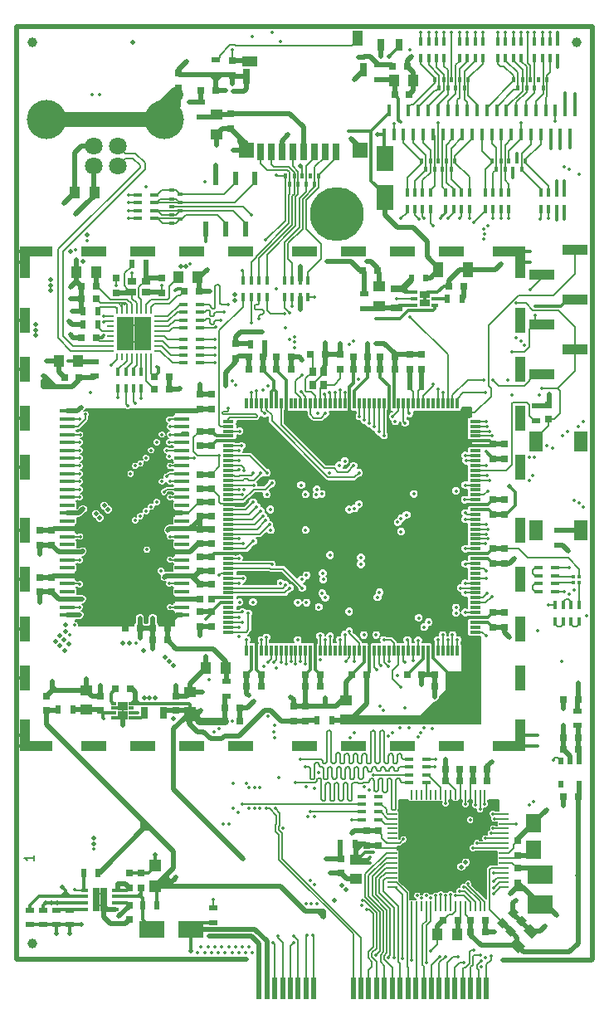
<source format=gbr>
G04 #@! TF.FileFunction,Copper,L1,Top,Mixed*
%FSLAX46Y46*%
G04 Gerber Fmt 4.6, Leading zero omitted, Abs format (unit mm)*
G04 Created by KiCad (PCBNEW 4.0.7) date 04/10/18 15:24:13*
%MOMM*%
%LPD*%
G01*
G04 APERTURE LIST*
%ADD10C,0.100000*%
%ADD11C,0.200000*%
%ADD12R,2.500000X1.800000*%
%ADD13R,0.250000X1.000000*%
%ADD14R,1.000000X0.250000*%
%ADD15C,1.000000*%
%ADD16R,0.510000X0.700000*%
%ADD17R,0.900000X0.800000*%
%ADD18R,0.800000X0.900000*%
%ADD19R,0.600000X1.200000*%
%ADD20R,0.700000X0.250000*%
%ADD21R,0.250000X0.700000*%
%ADD22R,1.725000X1.725000*%
%ADD23R,0.650000X0.350000*%
%ADD24R,1.000000X0.800000*%
%ADD25R,0.775000X1.200000*%
%ADD26R,0.500000X0.300000*%
%ADD27R,1.060000X0.880000*%
%ADD28R,1.520000X0.458000*%
%ADD29R,0.300000X1.120000*%
%ADD30R,1.120000X0.300000*%
%ADD31R,1.400000X2.100000*%
%ADD32R,0.900000X0.450000*%
%ADD33R,0.450000X0.900000*%
%ADD34R,0.500000X0.900000*%
%ADD35R,0.900000X0.500000*%
%ADD36R,0.700000X1.300000*%
%ADD37R,1.300000X0.700000*%
%ADD38C,1.800000*%
%ADD39C,4.000000*%
%ADD40R,0.700000X1.750000*%
%ADD41R,1.500000X1.500000*%
%ADD42R,0.800000X1.500000*%
%ADD43R,1.500000X1.000000*%
%ADD44R,0.800000X1.400000*%
%ADD45R,1.000000X1.550000*%
%ADD46R,0.600000X1.450000*%
%ADD47R,0.600000X1.650000*%
%ADD48R,0.400000X1.200000*%
%ADD49R,2.510000X1.000000*%
%ADD50R,1.000000X3.300000*%
%ADD51R,1.000000X2.600000*%
%ADD52R,3.300000X1.000000*%
%ADD53R,2.600000X1.000000*%
%ADD54R,1.200000X1.200000*%
%ADD55R,1.800000X2.500000*%
%ADD56R,0.600000X0.700000*%
%ADD57R,0.400000X0.400000*%
%ADD58R,1.000000X1.250000*%
%ADD59R,0.800000X0.750000*%
%ADD60R,0.750000X0.800000*%
%ADD61R,1.250000X1.000000*%
%ADD62R,1.000000X1.600000*%
%ADD63R,2.500000X1.950000*%
%ADD64R,1.500000X1.950000*%
%ADD65R,0.300000X0.500000*%
%ADD66C,5.500000*%
%ADD67R,0.600000X2.300000*%
%ADD68C,0.500000*%
%ADD69C,0.352400*%
%ADD70C,0.300000*%
%ADD71C,0.500000*%
%ADD72C,0.152400*%
%ADD73C,0.750000*%
%ADD74C,1.500000*%
G04 APERTURE END LIST*
D10*
D11*
X198793282Y-111830186D02*
X198793282Y-112401615D01*
X198793282Y-112115901D02*
X197793282Y-112115901D01*
X197936139Y-112211139D01*
X198031377Y-112306377D01*
X198078996Y-112401615D01*
D12*
X210800000Y-119350000D03*
X214800000Y-119350000D03*
D13*
X244800000Y-105650000D03*
X244300000Y-105650000D03*
X243800000Y-105650000D03*
X243300000Y-105650000D03*
X242800000Y-105650000D03*
X242300000Y-105650000D03*
X241800000Y-105650000D03*
X241300000Y-105650000D03*
X240800000Y-105650000D03*
X240300000Y-105650000D03*
X239800000Y-105650000D03*
X239300000Y-105650000D03*
X238800000Y-105650000D03*
X238300000Y-105650000D03*
X237800000Y-105650000D03*
X237300000Y-105650000D03*
D14*
X235350000Y-107600000D03*
X235350000Y-108100000D03*
X235350000Y-108600000D03*
X235350000Y-109100000D03*
X235350000Y-109600000D03*
X235350000Y-110100000D03*
X235350000Y-110600000D03*
X235350000Y-111100000D03*
X235350000Y-111600000D03*
X235350000Y-112100000D03*
X235350000Y-112600000D03*
X235350000Y-113100000D03*
X235350000Y-113600000D03*
X235350000Y-114100000D03*
X235350000Y-114600000D03*
X235350000Y-115100000D03*
D13*
X237300000Y-117050000D03*
X237800000Y-117050000D03*
X238300000Y-117050000D03*
X238800000Y-117050000D03*
X239300000Y-117050000D03*
X239800000Y-117050000D03*
X240300000Y-117050000D03*
X240800000Y-117050000D03*
X241300000Y-117050000D03*
X241800000Y-117050000D03*
X242300000Y-117050000D03*
X242800000Y-117050000D03*
X243300000Y-117050000D03*
X243800000Y-117050000D03*
X244300000Y-117050000D03*
X244800000Y-117050000D03*
D14*
X246750000Y-115100000D03*
X246750000Y-114600000D03*
X246750000Y-114100000D03*
X246750000Y-113600000D03*
X246750000Y-113100000D03*
X246750000Y-112600000D03*
X246750000Y-112100000D03*
X246750000Y-111600000D03*
X246750000Y-111100000D03*
X246750000Y-110600000D03*
X246750000Y-110100000D03*
X246750000Y-109600000D03*
X246750000Y-109100000D03*
X246750000Y-108600000D03*
X246750000Y-108100000D03*
X246750000Y-107600000D03*
D15*
X198650000Y-28850000D03*
X198650000Y-120800000D03*
X254150000Y-28850000D03*
D16*
X254450000Y-102240000D03*
X253500000Y-102240000D03*
X252550000Y-102240000D03*
X252550000Y-104560000D03*
X254450000Y-104560000D03*
D17*
X208800000Y-54350000D03*
X210200000Y-54350000D03*
X210200000Y-53250000D03*
X208800000Y-53250000D03*
D18*
X228300000Y-63850000D03*
X228300000Y-62450000D03*
X227200000Y-62450000D03*
X227200000Y-63850000D03*
D19*
X238350000Y-63750000D03*
X237150000Y-63750000D03*
D20*
X206600000Y-56850000D03*
X206600000Y-57350000D03*
X206600000Y-57850000D03*
X206600000Y-58350000D03*
X206600000Y-58850000D03*
X206600000Y-59350000D03*
X206600000Y-59850000D03*
X206600000Y-60350000D03*
D21*
X207250000Y-61000000D03*
X207750000Y-61000000D03*
X208250000Y-61000000D03*
X208750000Y-61000000D03*
X209250000Y-61000000D03*
X209750000Y-61000000D03*
X210250000Y-61000000D03*
X210750000Y-61000000D03*
D20*
X211400000Y-60350000D03*
X211400000Y-59850000D03*
X211400000Y-59350000D03*
X211400000Y-58850000D03*
X211400000Y-58350000D03*
X211400000Y-57850000D03*
X211400000Y-57350000D03*
X211400000Y-56850000D03*
D21*
X210750000Y-56200000D03*
X210250000Y-56200000D03*
X209750000Y-56200000D03*
X209250000Y-56200000D03*
X208750000Y-56200000D03*
X208250000Y-56200000D03*
X207750000Y-56200000D03*
X207250000Y-56200000D03*
D22*
X209862500Y-59462500D03*
X209862500Y-57737500D03*
X208137500Y-59462500D03*
X208137500Y-57737500D03*
D23*
X239696448Y-55696625D03*
X239696448Y-55046625D03*
X239696448Y-54396625D03*
X237596448Y-54396625D03*
X237596448Y-55046625D03*
X237596448Y-55696625D03*
D24*
X238646448Y-54646625D03*
X238646448Y-55446625D03*
D23*
X203950000Y-115375000D03*
X203950000Y-116025000D03*
X203950000Y-116675000D03*
X203950000Y-117325000D03*
X207050000Y-117325000D03*
X207050000Y-116675000D03*
X207050000Y-116025000D03*
X207050000Y-115375000D03*
D25*
X205887500Y-116950000D03*
X205887500Y-115750000D03*
X205112500Y-116950000D03*
X205112500Y-115750000D03*
D26*
X208735913Y-97822487D03*
X208735913Y-97322487D03*
X208735913Y-96822487D03*
X208735913Y-96322487D03*
X206935913Y-96322487D03*
X206935913Y-96822487D03*
X206935913Y-97322487D03*
X206935913Y-97822487D03*
D27*
X207835913Y-96632487D03*
X207835913Y-97512487D03*
D28*
X213890000Y-87300000D03*
X213890000Y-86500000D03*
X213890000Y-85700000D03*
X213890000Y-84900000D03*
X213890000Y-84100000D03*
X213890000Y-83300000D03*
X213890000Y-82500000D03*
X213890000Y-81700000D03*
X213890000Y-80900000D03*
X213890000Y-80100000D03*
X213890000Y-79300000D03*
X213890000Y-78500000D03*
X213890000Y-77700000D03*
X213890000Y-76900000D03*
X213890000Y-76100000D03*
X213890000Y-75300000D03*
X213890000Y-74500000D03*
X213890000Y-73700000D03*
X213890000Y-72900000D03*
X213890000Y-72100000D03*
X213890000Y-71300000D03*
X213890000Y-70500000D03*
X213890000Y-69700000D03*
X213890000Y-68900000D03*
X213890000Y-68100000D03*
X213890000Y-67300000D03*
X213890000Y-66500000D03*
X202210000Y-66500000D03*
X202210000Y-67300000D03*
X202210000Y-68100000D03*
X202210000Y-68900000D03*
X202210000Y-69700000D03*
X202210000Y-70500000D03*
X202210000Y-71300000D03*
X202210000Y-72100000D03*
X202210000Y-72900000D03*
X202210000Y-73700000D03*
X202210000Y-74500000D03*
X202210000Y-75300000D03*
X202210000Y-76100000D03*
X202210000Y-76900000D03*
X202210000Y-77700000D03*
X202210000Y-78500000D03*
X202210000Y-79300000D03*
X202210000Y-80100000D03*
X202210000Y-80900000D03*
X202210000Y-81700000D03*
X202210000Y-82500000D03*
X202210000Y-83300000D03*
X202210000Y-84100000D03*
X202210000Y-84900000D03*
X202210000Y-85700000D03*
X202210000Y-86500000D03*
X202210000Y-87300000D03*
D29*
X242000000Y-65680000D03*
X241500000Y-65680000D03*
X241000000Y-65680000D03*
X240500000Y-65680000D03*
X240000000Y-65680000D03*
X239500000Y-65680000D03*
X239000000Y-65680000D03*
X238500000Y-65680000D03*
X238000000Y-65680000D03*
X237500000Y-65680000D03*
X237000000Y-65680000D03*
X236500000Y-65680000D03*
X236000000Y-65680000D03*
X235500000Y-65680000D03*
X235000000Y-65680000D03*
X234500000Y-65680000D03*
X234000000Y-65680000D03*
X233500000Y-65680000D03*
X233000000Y-65680000D03*
X232500000Y-65680000D03*
X232000000Y-65680000D03*
X231500000Y-65680000D03*
X231000000Y-65680000D03*
X230500000Y-65680000D03*
X230000000Y-65680000D03*
X229500000Y-65680000D03*
X229000000Y-65680000D03*
X228500000Y-65680000D03*
X228000000Y-65680000D03*
X227500000Y-65680000D03*
X227000000Y-65680000D03*
X226500000Y-65680000D03*
X226000000Y-65680000D03*
X225500000Y-65680000D03*
X225000000Y-65680000D03*
X224500000Y-65680000D03*
X224000000Y-65680000D03*
X223500000Y-65680000D03*
X223000000Y-65680000D03*
X222500000Y-65680000D03*
X222000000Y-65680000D03*
X221500000Y-65680000D03*
X221000000Y-65680000D03*
X220500000Y-65680000D03*
D30*
X218630000Y-67550000D03*
X218630000Y-68050000D03*
X218630000Y-68550000D03*
X218630000Y-69050000D03*
X218630000Y-69550000D03*
X218630000Y-70050000D03*
X218630000Y-70550000D03*
X218630000Y-71050000D03*
X218630000Y-71550000D03*
X218630000Y-72050000D03*
X218630000Y-72550000D03*
X218630000Y-73050000D03*
X218630000Y-73550000D03*
X218630000Y-74050000D03*
X218630000Y-74550000D03*
X218630000Y-75050000D03*
X218630000Y-75550000D03*
X218630000Y-76050000D03*
X218630000Y-76550000D03*
X218630000Y-77050000D03*
X218630000Y-77550000D03*
X218630000Y-78050000D03*
X218630000Y-78550000D03*
X218630000Y-79050000D03*
X218630000Y-79550000D03*
X218630000Y-80050000D03*
X218630000Y-80550000D03*
X218630000Y-81050000D03*
X218630000Y-81550000D03*
X218630000Y-82050000D03*
X218630000Y-82550000D03*
X218630000Y-83050000D03*
X218630000Y-83550000D03*
X218630000Y-84050000D03*
X218630000Y-84550000D03*
X218630000Y-85050000D03*
X218630000Y-85550000D03*
X218630000Y-86050000D03*
X218630000Y-86550000D03*
X218630000Y-87050000D03*
X218630000Y-87550000D03*
X218630000Y-88050000D03*
X218630000Y-88550000D03*
X218630000Y-89050000D03*
D29*
X220500000Y-90920000D03*
X221000000Y-90920000D03*
X221500000Y-90920000D03*
X222000000Y-90920000D03*
X222500000Y-90920000D03*
X223000000Y-90920000D03*
X223500000Y-90920000D03*
X224000000Y-90920000D03*
X224500000Y-90920000D03*
X225000000Y-90920000D03*
X225500000Y-90920000D03*
X226000000Y-90920000D03*
X226500000Y-90920000D03*
X227000000Y-90920000D03*
X227500000Y-90920000D03*
X228000000Y-90920000D03*
X228500000Y-90920000D03*
X229000000Y-90920000D03*
X229500000Y-90920000D03*
X230000000Y-90920000D03*
X230500000Y-90920000D03*
X231000000Y-90920000D03*
X231500000Y-90920000D03*
X232000000Y-90920000D03*
X232500000Y-90920000D03*
X233000000Y-90920000D03*
X233500000Y-90920000D03*
X234000000Y-90920000D03*
X234500000Y-90920000D03*
X235000000Y-90920000D03*
X235500000Y-90920000D03*
X236000000Y-90920000D03*
X236500000Y-90920000D03*
X237000000Y-90920000D03*
X237500000Y-90920000D03*
X238000000Y-90920000D03*
X238500000Y-90920000D03*
X239000000Y-90920000D03*
X239500000Y-90920000D03*
X240000000Y-90920000D03*
X240500000Y-90920000D03*
X241000000Y-90920000D03*
X241500000Y-90920000D03*
X242000000Y-90920000D03*
D30*
X243870000Y-89050000D03*
X243870000Y-88550000D03*
X243870000Y-88050000D03*
X243870000Y-87550000D03*
X243870000Y-87050000D03*
X243870000Y-86550000D03*
X243870000Y-86050000D03*
X243870000Y-85550000D03*
X243870000Y-85050000D03*
X243870000Y-84550000D03*
X243870000Y-84050000D03*
X243870000Y-83550000D03*
X243870000Y-83050000D03*
X243870000Y-82550000D03*
X243870000Y-82050000D03*
X243870000Y-81550000D03*
X243870000Y-81050000D03*
X243870000Y-80550000D03*
X243870000Y-80050000D03*
X243870000Y-79550000D03*
X243870000Y-79050000D03*
X243870000Y-78550000D03*
X243870000Y-78050000D03*
X243870000Y-77550000D03*
X243870000Y-77050000D03*
X243870000Y-76550000D03*
X243870000Y-76050000D03*
X243870000Y-75550000D03*
X243870000Y-75050000D03*
X243870000Y-74550000D03*
X243870000Y-74050000D03*
X243870000Y-73550000D03*
X243870000Y-73050000D03*
X243870000Y-72550000D03*
X243870000Y-72050000D03*
X243870000Y-71550000D03*
X243870000Y-71050000D03*
X243870000Y-70550000D03*
X243870000Y-70050000D03*
X243870000Y-69550000D03*
X243870000Y-69050000D03*
X243870000Y-68550000D03*
X243870000Y-68050000D03*
X243870000Y-67550000D03*
D31*
X254550000Y-69600000D03*
X254550000Y-78700000D03*
X250050000Y-69600000D03*
X250050000Y-78700000D03*
D32*
X215700000Y-57200000D03*
X215700000Y-56400000D03*
X215700000Y-55600000D03*
X215700000Y-58000000D03*
X214000000Y-55600000D03*
X214000000Y-56400000D03*
X214000000Y-57200000D03*
X214000000Y-58000000D03*
X215700000Y-60800000D03*
X215700000Y-60000000D03*
X215700000Y-59200000D03*
X215700000Y-61600000D03*
X214000000Y-59200000D03*
X214000000Y-60000000D03*
X214000000Y-60800000D03*
X214000000Y-61600000D03*
D33*
X208150000Y-64200000D03*
X208950000Y-64200000D03*
X209750000Y-64200000D03*
X207350000Y-64200000D03*
X209750000Y-62500000D03*
X208950000Y-62500000D03*
X208150000Y-62500000D03*
X207350000Y-62500000D03*
X220950000Y-54850000D03*
X221750000Y-54850000D03*
X222550000Y-54850000D03*
X220150000Y-54850000D03*
X222550000Y-53150000D03*
X221750000Y-53150000D03*
X220950000Y-53150000D03*
X220150000Y-53150000D03*
X225150000Y-54850000D03*
X225950000Y-54850000D03*
X226750000Y-54850000D03*
X224350000Y-54850000D03*
X226750000Y-53150000D03*
X225950000Y-53150000D03*
X225150000Y-53150000D03*
X224350000Y-53150000D03*
D32*
X209400000Y-45250000D03*
X209400000Y-46050000D03*
X209400000Y-46850000D03*
X209400000Y-44450000D03*
X211100000Y-46850000D03*
X211100000Y-46050000D03*
X211100000Y-45250000D03*
X211100000Y-44450000D03*
D33*
X237650000Y-45900000D03*
X238450000Y-45900000D03*
X239250000Y-45900000D03*
X236850000Y-45900000D03*
X239250000Y-44200000D03*
X238450000Y-44200000D03*
X237650000Y-44200000D03*
X236850000Y-44200000D03*
X239850000Y-28800000D03*
X239050000Y-28800000D03*
X238250000Y-28800000D03*
X240650000Y-28800000D03*
X238250000Y-30500000D03*
X239050000Y-30500000D03*
X239850000Y-30500000D03*
X240650000Y-30500000D03*
X241600000Y-45900000D03*
X242400000Y-45900000D03*
X243200000Y-45900000D03*
X240800000Y-45900000D03*
X243200000Y-44200000D03*
X242400000Y-44200000D03*
X241600000Y-44200000D03*
X240800000Y-44200000D03*
X243800000Y-28800000D03*
X243000000Y-28800000D03*
X242200000Y-28800000D03*
X244600000Y-28800000D03*
X242200000Y-30500000D03*
X243000000Y-30500000D03*
X243800000Y-30500000D03*
X244600000Y-30500000D03*
X245650000Y-45900000D03*
X246450000Y-45900000D03*
X247250000Y-45900000D03*
X244850000Y-45900000D03*
X247250000Y-44200000D03*
X246450000Y-44200000D03*
X245650000Y-44200000D03*
X244850000Y-44200000D03*
X247700000Y-28800000D03*
X246900000Y-28800000D03*
X246100000Y-28800000D03*
X248500000Y-28800000D03*
X246100000Y-30500000D03*
X246900000Y-30500000D03*
X247700000Y-30500000D03*
X248500000Y-30500000D03*
X251300000Y-45900000D03*
X252100000Y-45900000D03*
X252900000Y-45900000D03*
X250500000Y-45900000D03*
X252900000Y-44200000D03*
X252100000Y-44200000D03*
X251300000Y-44200000D03*
X250500000Y-44200000D03*
X251450000Y-28800000D03*
X250650000Y-28800000D03*
X249850000Y-28800000D03*
X252250000Y-28800000D03*
X249850000Y-30500000D03*
X250650000Y-30500000D03*
X251450000Y-30500000D03*
X252250000Y-30500000D03*
D32*
X232200000Y-106600000D03*
X232200000Y-107400000D03*
X232200000Y-108200000D03*
X232200000Y-105800000D03*
X233900000Y-108200000D03*
X233900000Y-107400000D03*
X233900000Y-106600000D03*
X233900000Y-105800000D03*
X237100000Y-102800000D03*
X237100000Y-103600000D03*
X237100000Y-104400000D03*
X237100000Y-102000000D03*
X238800000Y-104400000D03*
X238800000Y-103600000D03*
X238800000Y-102800000D03*
X238800000Y-102000000D03*
D33*
X253600000Y-86250000D03*
X252800000Y-86250000D03*
X252000000Y-86250000D03*
X254400000Y-86250000D03*
X252000000Y-87950000D03*
X252800000Y-87950000D03*
X253600000Y-87950000D03*
X254400000Y-87950000D03*
D32*
X250250000Y-83300000D03*
X250250000Y-84100000D03*
X250250000Y-84900000D03*
X250250000Y-82500000D03*
X251950000Y-84900000D03*
X251950000Y-84100000D03*
X251950000Y-83300000D03*
X251950000Y-82500000D03*
D34*
X205300000Y-56300000D03*
X203800000Y-56300000D03*
X210250000Y-51500000D03*
X208750000Y-51500000D03*
X203800000Y-57700000D03*
X205300000Y-57700000D03*
D35*
X217300000Y-30650000D03*
X217300000Y-32150000D03*
X217100000Y-117200000D03*
X217100000Y-118700000D03*
D34*
X240996446Y-55046625D03*
X242496446Y-55046625D03*
D36*
X236050000Y-29150000D03*
X234150000Y-29150000D03*
D35*
X202450000Y-118900000D03*
X202450000Y-117400000D03*
D34*
X203850000Y-113600000D03*
X205350000Y-113600000D03*
D35*
X201100000Y-117400000D03*
X201100000Y-118900000D03*
X199750000Y-117400000D03*
X199750000Y-118900000D03*
X198400000Y-117400000D03*
X198400000Y-118900000D03*
X252300000Y-78700000D03*
X252300000Y-80200000D03*
X250050000Y-67500000D03*
X250050000Y-66000000D03*
X205000000Y-62950000D03*
X205000000Y-61450000D03*
X215850000Y-35000000D03*
X215850000Y-36500000D03*
X233950000Y-31200000D03*
X233950000Y-32700000D03*
X254250000Y-97100000D03*
X254250000Y-98600000D03*
D36*
X211985912Y-97322487D03*
X210085912Y-97322487D03*
D37*
X235796447Y-55946626D03*
X235796447Y-54046626D03*
D35*
X232496446Y-54546626D03*
X232496446Y-56046626D03*
D34*
X201235913Y-96972488D03*
X202735913Y-96972488D03*
X230050000Y-110700000D03*
X231550000Y-110700000D03*
D35*
X218400000Y-95600000D03*
X218400000Y-94100000D03*
D34*
X220850000Y-59700000D03*
X222350000Y-59700000D03*
X227650000Y-98050000D03*
X229150000Y-98050000D03*
D38*
X204850000Y-41460000D03*
X207350000Y-41460000D03*
X207350000Y-39460000D03*
X204850000Y-39460000D03*
D39*
X212120000Y-36750000D03*
X200080000Y-36750000D03*
D40*
X229575000Y-40050000D03*
X228475000Y-40050000D03*
X227375000Y-40050000D03*
X226275000Y-40050000D03*
X225175000Y-40050000D03*
X224075000Y-40050000D03*
X222975000Y-40050000D03*
X221875000Y-40050000D03*
D41*
X220425000Y-39925000D03*
X232025000Y-39925000D03*
D42*
X220425000Y-32325000D03*
D43*
X220775000Y-30825000D03*
D44*
X232375000Y-31675000D03*
D45*
X231775000Y-28475000D03*
D46*
X221350000Y-42800000D03*
X219350000Y-42800000D03*
X217350000Y-42800000D03*
D47*
X220350000Y-47900000D03*
X218350000Y-47900000D03*
X216350000Y-47900000D03*
D48*
X254000000Y-35850000D03*
X253500000Y-38250000D03*
X253000000Y-35850000D03*
X252500000Y-38250000D03*
X252000000Y-35850000D03*
X251500000Y-38250000D03*
X251000000Y-35850000D03*
X250500000Y-38250000D03*
X250000000Y-35850000D03*
X249500000Y-38250000D03*
X249000000Y-35850000D03*
X248500000Y-38250000D03*
X248000000Y-35850000D03*
X247500000Y-38250000D03*
X247000000Y-35850000D03*
X246500000Y-38250000D03*
X246000000Y-35850000D03*
X245500000Y-38250000D03*
X245000000Y-35850000D03*
X244500000Y-38250000D03*
X244000000Y-35850000D03*
X243500000Y-38250000D03*
X243000000Y-35850000D03*
X242500000Y-38250000D03*
X242000000Y-35850000D03*
X241500000Y-38250000D03*
X241000000Y-35850000D03*
X240500000Y-38250000D03*
X240000000Y-35850000D03*
X239500000Y-38250000D03*
X239000000Y-35850000D03*
X238500000Y-38250000D03*
X238000000Y-35850000D03*
X237500000Y-38250000D03*
X237000000Y-35850000D03*
X236500000Y-38250000D03*
X236000000Y-35850000D03*
X235500000Y-38250000D03*
X235000000Y-35850000D03*
X234500000Y-38250000D03*
D49*
X250645000Y-52590000D03*
X250645000Y-57670000D03*
X250645000Y-62750000D03*
X253955000Y-50050000D03*
X253955000Y-55130000D03*
X253955000Y-60210000D03*
D34*
X209850000Y-116950000D03*
X211350000Y-116950000D03*
D50*
X197900000Y-51350000D03*
D51*
X197900000Y-57200000D03*
X197900000Y-62200000D03*
X197900000Y-67200000D03*
X197900000Y-72200000D03*
X197900000Y-78700000D03*
X197900000Y-83700000D03*
X197900000Y-88700000D03*
X197900000Y-93700000D03*
D50*
X197900000Y-99550000D03*
D52*
X199050000Y-100700000D03*
D53*
X204900000Y-100700000D03*
X209900000Y-100700000D03*
X214900000Y-100700000D03*
X219900000Y-100700000D03*
X226400000Y-100700000D03*
X231400000Y-100700000D03*
X236400000Y-100700000D03*
X241400000Y-100700000D03*
D52*
X247250000Y-100700000D03*
D50*
X248400000Y-99550000D03*
D51*
X248400000Y-93700000D03*
X248400000Y-88700000D03*
X248400000Y-83700000D03*
X248400000Y-78700000D03*
X248400000Y-72200000D03*
X248400000Y-67200000D03*
X248400000Y-62200000D03*
X248400000Y-57200000D03*
D50*
X248400000Y-51350000D03*
D52*
X247250000Y-50200000D03*
D53*
X241400000Y-50200000D03*
X236400000Y-50200000D03*
X231400000Y-50200000D03*
X226400000Y-50200000D03*
X219900000Y-50200000D03*
X214900000Y-50200000D03*
X209900000Y-50200000D03*
X204900000Y-50200000D03*
D52*
X199050000Y-50200000D03*
D54*
X211150000Y-115000000D03*
X211150000Y-112900000D03*
D55*
X234600000Y-44700000D03*
X234600000Y-40700000D03*
D56*
X237346448Y-52896625D03*
X238746448Y-52896625D03*
D57*
X253850000Y-83400000D03*
X253850000Y-84000000D03*
X254450000Y-84000000D03*
X254450000Y-83400000D03*
D58*
X205100000Y-52350000D03*
X203100000Y-52350000D03*
D59*
X203650000Y-53800000D03*
X205150000Y-53800000D03*
D58*
X213500000Y-52850000D03*
X215500000Y-52850000D03*
D59*
X212550000Y-64250000D03*
X211050000Y-64250000D03*
X203650000Y-55000000D03*
X205150000Y-55000000D03*
X215600000Y-54300000D03*
X214100000Y-54300000D03*
D60*
X207150000Y-54450000D03*
X207150000Y-52950000D03*
X211850000Y-52950000D03*
X211850000Y-54450000D03*
D59*
X212550000Y-63000000D03*
X211050000Y-63000000D03*
X203650000Y-59000000D03*
X205150000Y-59000000D03*
D58*
X204950000Y-44200000D03*
X202950000Y-44200000D03*
X203300000Y-61400000D03*
X201300000Y-61400000D03*
D59*
X201900000Y-63050000D03*
X203400000Y-63050000D03*
D60*
X213500000Y-32050000D03*
X213500000Y-33550000D03*
X219000000Y-32250000D03*
X219000000Y-30750000D03*
X218850000Y-37650000D03*
X218850000Y-36150000D03*
D61*
X217400000Y-36250000D03*
X217400000Y-38250000D03*
D59*
X217300000Y-33800000D03*
X215800000Y-33800000D03*
X237100000Y-34200000D03*
X235600000Y-34200000D03*
D58*
X235500000Y-32750000D03*
X237500000Y-32750000D03*
D59*
X236900000Y-31300000D03*
X235400000Y-31300000D03*
X252800000Y-105800000D03*
X254300000Y-105800000D03*
D60*
X208500000Y-118400000D03*
X208500000Y-116900000D03*
D59*
X252800000Y-101000000D03*
X254300000Y-101000000D03*
X252800000Y-99800000D03*
X254300000Y-99800000D03*
D60*
X208500000Y-113650000D03*
X208500000Y-115150000D03*
D59*
X252800000Y-95900000D03*
X254300000Y-95900000D03*
X241146447Y-53746625D03*
X242646447Y-53746625D03*
D60*
X209750000Y-113650000D03*
X209750000Y-115150000D03*
D61*
X214735913Y-97172488D03*
X214735913Y-95172488D03*
D60*
X213285913Y-95572487D03*
X213285913Y-97072487D03*
D59*
X208585913Y-94872487D03*
X207085913Y-94872487D03*
D62*
X240046446Y-52096625D03*
X243046446Y-52096625D03*
D61*
X234046446Y-55796625D03*
X234046446Y-53796625D03*
D59*
X233846446Y-52196626D03*
X232346446Y-52196626D03*
D60*
X205585913Y-95572488D03*
X205585913Y-97072488D03*
D61*
X204135912Y-96972487D03*
X204135912Y-94972487D03*
D60*
X200035913Y-95572487D03*
X200035913Y-97072487D03*
D10*
G36*
X247662652Y-118217678D02*
X247132322Y-117687348D01*
X247698008Y-117121662D01*
X248228338Y-117651992D01*
X247662652Y-118217678D01*
X247662652Y-118217678D01*
G37*
G36*
X246601992Y-119278338D02*
X246071662Y-118748008D01*
X246637348Y-118182322D01*
X247167678Y-118712652D01*
X246601992Y-119278338D01*
X246601992Y-119278338D01*
G37*
D60*
X233950000Y-109350000D03*
X233950000Y-110850000D03*
D10*
G36*
X248512652Y-119067678D02*
X247982322Y-118537348D01*
X248548008Y-117971662D01*
X249078338Y-118501992D01*
X248512652Y-119067678D01*
X248512652Y-119067678D01*
G37*
G36*
X247451992Y-120128338D02*
X246921662Y-119598008D01*
X247487348Y-119032322D01*
X248017678Y-119562652D01*
X247451992Y-120128338D01*
X247451992Y-120128338D01*
G37*
D60*
X232750000Y-109350000D03*
X232750000Y-110850000D03*
D59*
X244850000Y-118450000D03*
X243350000Y-118450000D03*
X240750000Y-103050000D03*
X242250000Y-103050000D03*
X244850000Y-119650000D03*
X243350000Y-119650000D03*
X240750000Y-104250000D03*
X242250000Y-104250000D03*
X245050000Y-103050000D03*
X243550000Y-103050000D03*
D10*
G36*
X248181281Y-121802602D02*
X247297398Y-120918719D01*
X248004505Y-120211612D01*
X248888388Y-121095495D01*
X248181281Y-121802602D01*
X248181281Y-121802602D01*
G37*
G36*
X249595495Y-120388388D02*
X248711612Y-119504505D01*
X249418719Y-118797398D01*
X250302602Y-119681281D01*
X249595495Y-120388388D01*
X249595495Y-120388388D01*
G37*
D59*
X245050000Y-104250000D03*
X243550000Y-104250000D03*
X240550000Y-118450000D03*
X242050000Y-118450000D03*
D60*
X248150000Y-114650000D03*
X248150000Y-113150000D03*
D58*
X241950000Y-119900000D03*
X239950000Y-119900000D03*
D63*
X250400000Y-113825000D03*
X250400000Y-116875000D03*
D60*
X248150000Y-110350000D03*
X248150000Y-111850000D03*
D61*
X231600000Y-112250000D03*
X231600000Y-114250000D03*
D64*
X249800000Y-111275000D03*
X249800000Y-108525000D03*
D60*
X230150000Y-113650000D03*
X230150000Y-112150000D03*
X200600000Y-80200000D03*
X200600000Y-78700000D03*
X199400000Y-80200000D03*
X199400000Y-78700000D03*
X200600000Y-84950000D03*
X200600000Y-83450000D03*
X199400000Y-84950000D03*
X199400000Y-83450000D03*
X215700000Y-64800000D03*
X215700000Y-66300000D03*
X216900000Y-64800000D03*
X216900000Y-66300000D03*
X215700000Y-77250000D03*
X215700000Y-75750000D03*
X216900000Y-77250000D03*
X216900000Y-75750000D03*
X215700000Y-84150000D03*
X215700000Y-85650000D03*
D59*
X209600000Y-88650000D03*
X208100000Y-88650000D03*
D60*
X215700000Y-78550000D03*
X215700000Y-80050000D03*
X216900000Y-78550000D03*
X216900000Y-80050000D03*
D59*
X210900000Y-88650000D03*
X212400000Y-88650000D03*
X210900000Y-89850000D03*
X212400000Y-89850000D03*
D58*
X218350000Y-92700000D03*
X216350000Y-92700000D03*
D59*
X219750000Y-96800000D03*
X218250000Y-96800000D03*
X219750000Y-98100000D03*
X218250000Y-98100000D03*
D60*
X216900000Y-84150000D03*
X216900000Y-85650000D03*
D59*
X238350000Y-93400000D03*
X236850000Y-93400000D03*
D60*
X245600000Y-77050000D03*
X245600000Y-75550000D03*
X245600000Y-71350000D03*
X245600000Y-69850000D03*
X245600000Y-82050000D03*
X245600000Y-80550000D03*
X246800000Y-77050000D03*
X246800000Y-75550000D03*
X246800000Y-71350000D03*
X246800000Y-69850000D03*
X246800000Y-82050000D03*
X246800000Y-80550000D03*
D59*
X231250000Y-93400000D03*
X232750000Y-93400000D03*
D60*
X245600000Y-88550000D03*
X245600000Y-87050000D03*
D59*
X239650000Y-93400000D03*
X241150000Y-93400000D03*
D60*
X246800000Y-88550000D03*
X246800000Y-87050000D03*
D59*
X239650000Y-94600000D03*
X241150000Y-94600000D03*
X226500000Y-93400000D03*
X228000000Y-93400000D03*
X220500000Y-93400000D03*
X222000000Y-93400000D03*
D60*
X216900000Y-88450000D03*
X216900000Y-86950000D03*
D59*
X226500000Y-94600000D03*
X228000000Y-94600000D03*
X220500000Y-94600000D03*
X222000000Y-94600000D03*
D60*
X215700000Y-88450000D03*
X215700000Y-86950000D03*
X216900000Y-82850000D03*
X216900000Y-81350000D03*
X216900000Y-72950000D03*
X216900000Y-74450000D03*
X216900000Y-68550000D03*
X216900000Y-70050000D03*
D59*
X220700000Y-62200000D03*
X222200000Y-62200000D03*
D60*
X215700000Y-82850000D03*
X215700000Y-81350000D03*
X215700000Y-72950000D03*
X215700000Y-74450000D03*
X215700000Y-68550000D03*
X215700000Y-70050000D03*
D59*
X220700000Y-61000000D03*
X222200000Y-61000000D03*
D61*
X230600000Y-98000000D03*
X230600000Y-96000000D03*
D59*
X225000000Y-62200000D03*
X223500000Y-62200000D03*
X232850000Y-62200000D03*
X231350000Y-62200000D03*
X235600000Y-62200000D03*
X234100000Y-62200000D03*
X225000000Y-61000000D03*
X223500000Y-61000000D03*
X232850000Y-61000000D03*
X231350000Y-61000000D03*
X235600000Y-61000000D03*
X234100000Y-61000000D03*
D60*
X219400000Y-61150000D03*
X219400000Y-59650000D03*
X226450000Y-96600000D03*
X226450000Y-98100000D03*
X225250000Y-96600000D03*
X225250000Y-98100000D03*
X251300000Y-65850000D03*
X251300000Y-67350000D03*
D59*
X227000000Y-60700000D03*
X228500000Y-60700000D03*
D60*
X230050000Y-62200000D03*
X230050000Y-60700000D03*
X237150000Y-62200000D03*
X237150000Y-60700000D03*
X238350000Y-62200000D03*
X238350000Y-60700000D03*
D65*
X227850000Y-42550000D03*
X226950000Y-42550000D03*
X226150000Y-42550000D03*
X225350000Y-42550000D03*
X224450000Y-42550000D03*
X226550000Y-43350000D03*
X225750000Y-43350000D03*
X227450000Y-43350000D03*
X224850000Y-43350000D03*
D26*
X212850000Y-43950000D03*
X212850000Y-44850000D03*
X212850000Y-45650000D03*
X212850000Y-46450000D03*
X212850000Y-47350000D03*
X213650000Y-45250000D03*
X213650000Y-46050000D03*
X213650000Y-44350000D03*
X213650000Y-46950000D03*
D65*
X241750000Y-41000000D03*
X240850000Y-41000000D03*
X240050000Y-41000000D03*
X239250000Y-41000000D03*
X238350000Y-41000000D03*
X240450000Y-41800000D03*
X239650000Y-41800000D03*
X241350000Y-41800000D03*
X238750000Y-41800000D03*
X243100000Y-32700000D03*
X242200000Y-32700000D03*
X241400000Y-32700000D03*
X240600000Y-32700000D03*
X239700000Y-32700000D03*
X241800000Y-33500000D03*
X241000000Y-33500000D03*
X242700000Y-33500000D03*
X240100000Y-33500000D03*
X248950000Y-41000000D03*
X248050000Y-41000000D03*
X247250000Y-41000000D03*
X246450000Y-41000000D03*
X245550000Y-41000000D03*
X247650000Y-41800000D03*
X246850000Y-41800000D03*
X248550000Y-41800000D03*
X245950000Y-41800000D03*
X251150000Y-32700000D03*
X250250000Y-32700000D03*
X249450000Y-32700000D03*
X248650000Y-32700000D03*
X247750000Y-32700000D03*
X249850000Y-33500000D03*
X249050000Y-33500000D03*
X250750000Y-33500000D03*
X248150000Y-33500000D03*
D66*
X229700000Y-46400000D03*
D67*
X221750000Y-125400000D03*
X222550000Y-125400000D03*
X223350000Y-125400000D03*
X224150000Y-125400000D03*
X224950000Y-125400000D03*
X225750000Y-125400000D03*
X226550000Y-125400000D03*
X227350000Y-125400000D03*
X231350000Y-125400000D03*
X232150000Y-125400000D03*
X232950000Y-125400000D03*
X233750000Y-125400000D03*
X234550000Y-125400000D03*
X235350000Y-125400000D03*
X236150000Y-125400000D03*
X236950000Y-125400000D03*
X237750000Y-125400000D03*
X238550000Y-125400000D03*
X239350000Y-125400000D03*
X240150000Y-125400000D03*
X240950000Y-125400000D03*
X241750000Y-125400000D03*
X242550000Y-125400000D03*
X243350000Y-125400000D03*
X244150000Y-125400000D03*
X244950000Y-125400000D03*
D68*
X250950000Y-119050000D03*
X247300000Y-74200000D03*
X216700000Y-54300000D03*
X216450000Y-52050000D03*
X229050000Y-113650000D03*
D69*
X239300000Y-121600000D03*
D68*
X234150000Y-30300000D03*
D69*
X232700000Y-51250000D03*
X231400000Y-72100000D03*
X221150000Y-79800000D03*
X249900000Y-55800000D03*
X217700000Y-71050000D03*
X251350000Y-64800000D03*
D68*
X253350000Y-80800000D03*
X201800000Y-45300000D03*
D69*
X236500000Y-110200000D03*
X250200000Y-100700000D03*
X250200000Y-99550000D03*
X249400000Y-50200000D03*
X249400000Y-51350000D03*
X223050000Y-73850000D03*
D68*
X245550000Y-102250000D03*
X240750000Y-102000000D03*
D69*
X247950000Y-108600000D03*
D68*
X251100000Y-107200000D03*
X252800000Y-106750000D03*
X252800000Y-96900000D03*
X252800000Y-98600000D03*
X231250000Y-109600000D03*
X245800000Y-119650000D03*
X247400000Y-115750000D03*
X247950000Y-116400000D03*
X252100000Y-117950000D03*
D69*
X249200000Y-27900000D03*
X241400000Y-27900000D03*
D68*
X219100000Y-39900000D03*
X217400000Y-39400000D03*
X217350000Y-41400000D03*
D69*
X221000000Y-46500000D03*
X206650000Y-61800000D03*
X208800000Y-52400000D03*
X207150000Y-53700000D03*
X211850000Y-53700000D03*
X205887500Y-116950000D03*
X205112500Y-115750000D03*
X209862500Y-59462500D03*
X208137500Y-59462500D03*
X209862500Y-57737500D03*
X208137500Y-57737500D03*
X205900000Y-57400000D03*
X205900000Y-56850000D03*
D68*
X246450000Y-51500000D03*
X237300000Y-30300000D03*
X231500000Y-32650000D03*
X231100000Y-38700000D03*
X225950000Y-41500000D03*
X224700000Y-38300000D03*
X219100000Y-33850000D03*
X219000000Y-33150000D03*
X218350000Y-33800000D03*
X214400000Y-30800000D03*
X215700000Y-63800000D03*
X213650000Y-64150000D03*
X218350000Y-63900000D03*
X226150000Y-61300000D03*
X228500000Y-59550000D03*
X230050000Y-59600000D03*
X232850000Y-59650000D03*
X233700000Y-59600000D03*
D69*
X244900000Y-70650000D03*
D68*
X247800000Y-81550000D03*
X247300000Y-89600000D03*
X238350000Y-94450000D03*
X239650000Y-95650000D03*
X228550000Y-95800000D03*
X224950000Y-95650000D03*
X221250000Y-96100000D03*
X220700000Y-95550000D03*
X202500000Y-53850000D03*
X202550000Y-55000000D03*
X202700000Y-56300000D03*
X202500000Y-58700000D03*
X203100000Y-51100000D03*
X200100000Y-61400000D03*
X203450000Y-87300000D03*
X203700000Y-85700000D03*
X203750000Y-80800000D03*
X203800000Y-76500000D03*
X203600000Y-66100000D03*
X212450000Y-78650000D03*
X212100000Y-83450000D03*
X215700000Y-89400000D03*
X199400000Y-81150000D03*
X199400000Y-86000000D03*
X210900000Y-87600000D03*
X209600000Y-87600000D03*
X210900000Y-90800000D03*
X209600000Y-89650000D03*
X216350000Y-91500000D03*
X216000000Y-95150000D03*
X213300000Y-94500000D03*
X200650000Y-94100000D03*
X204150000Y-93850000D03*
X205600000Y-94500000D03*
X207850000Y-98550000D03*
X211150000Y-111750000D03*
D69*
X215850000Y-121200000D03*
X216550000Y-121200000D03*
X217250000Y-121200000D03*
X217950000Y-121200000D03*
X218650000Y-121200000D03*
X219350000Y-121200000D03*
X220050000Y-121200000D03*
X220750000Y-121200000D03*
X221100000Y-121800000D03*
X220400000Y-121800000D03*
X219700000Y-121800000D03*
X219000000Y-121800000D03*
X218300000Y-121800000D03*
X217600000Y-121800000D03*
X216900000Y-121800000D03*
X216200000Y-121800000D03*
X215500000Y-121800000D03*
D68*
X207600000Y-118800000D03*
X202450000Y-119850000D03*
X201100000Y-119850000D03*
X203600000Y-118900000D03*
D69*
X235500000Y-37150000D03*
X252000000Y-36950000D03*
X248500000Y-37100000D03*
X240050000Y-37100000D03*
D68*
X247000000Y-122500000D03*
X248000000Y-122500000D03*
X249000000Y-122500000D03*
X250000000Y-122500000D03*
X251000000Y-122500000D03*
X252000000Y-122500000D03*
X253000000Y-122500000D03*
X254000000Y-122500000D03*
X255000000Y-122500000D03*
X255750000Y-122000000D03*
X198000000Y-27250000D03*
X199000000Y-27250000D03*
X200000000Y-27250000D03*
X201000000Y-27250000D03*
X202000000Y-27250000D03*
X203000000Y-27250000D03*
X204000000Y-27250000D03*
X205000000Y-27250000D03*
X206000000Y-27250000D03*
X207000000Y-27250000D03*
X208000000Y-27250000D03*
X209000000Y-27250000D03*
X210000000Y-27250000D03*
X211000000Y-27250000D03*
X212000000Y-27250000D03*
X213000000Y-27250000D03*
X214000000Y-27250000D03*
X215000000Y-27250000D03*
X216000000Y-27250000D03*
X217000000Y-27250000D03*
X218000000Y-27250000D03*
X219000000Y-27250000D03*
X220000000Y-27250000D03*
X221000000Y-27250000D03*
X222000000Y-27250000D03*
X223000000Y-27250000D03*
X224000000Y-27250000D03*
X225000000Y-27250000D03*
X226000000Y-27250000D03*
X227000000Y-27250000D03*
X228000000Y-27250000D03*
X229000000Y-27250000D03*
X230000000Y-27250000D03*
X231000000Y-27250000D03*
X232000000Y-27250000D03*
X233000000Y-27250000D03*
X234000000Y-27250000D03*
X235000000Y-27250000D03*
X236000000Y-27250000D03*
X237000000Y-27250000D03*
X238000000Y-27250000D03*
X239000000Y-27250000D03*
X240000000Y-27250000D03*
X241000000Y-27250000D03*
X242000000Y-27250000D03*
X243000000Y-27250000D03*
X244000000Y-27250000D03*
X245000000Y-27250000D03*
X246000000Y-27250000D03*
X247000000Y-27250000D03*
X248000000Y-27250000D03*
X249000000Y-27250000D03*
X250000000Y-27250000D03*
X251000000Y-27250000D03*
X252000000Y-27250000D03*
X253000000Y-27250000D03*
X254000000Y-27250000D03*
X255000000Y-27250000D03*
X255750000Y-121000000D03*
X255750000Y-120000000D03*
X255750000Y-119000000D03*
X255750000Y-118000000D03*
X255750000Y-117000000D03*
X255750000Y-116000000D03*
X255750000Y-115000000D03*
X255750000Y-114000000D03*
X255750000Y-113000000D03*
X255750000Y-112000000D03*
X255750000Y-111000000D03*
X255750000Y-110000000D03*
X255750000Y-109000000D03*
X255750000Y-108000000D03*
X255750000Y-107000000D03*
X255750000Y-106000000D03*
X255750000Y-105000000D03*
X255750000Y-104000000D03*
X255750000Y-103000000D03*
X255750000Y-102000000D03*
X255750000Y-101000000D03*
X255750000Y-100000000D03*
X255750000Y-99000000D03*
X255750000Y-98000000D03*
X255750000Y-97000000D03*
X255750000Y-96000000D03*
X255750000Y-95000000D03*
X255750000Y-94000000D03*
X255750000Y-93000000D03*
X255750000Y-92000000D03*
X255750000Y-91000000D03*
X255750000Y-90000000D03*
X255750000Y-89000000D03*
X255750000Y-88000000D03*
X255750000Y-87000000D03*
X255750000Y-86000000D03*
X255750000Y-85000000D03*
X255750000Y-84000000D03*
X255750000Y-83000000D03*
X255750000Y-82000000D03*
X255750000Y-81000000D03*
X255750000Y-80000000D03*
X255750000Y-79000000D03*
X255750000Y-78000000D03*
X255750000Y-77000000D03*
X255750000Y-76000000D03*
X255750000Y-75000000D03*
X255750000Y-74000000D03*
X255750000Y-73000000D03*
X255750000Y-72000000D03*
X255750000Y-71000000D03*
X255750000Y-70000000D03*
X255750000Y-69000000D03*
X255750000Y-68000000D03*
X255750000Y-67000000D03*
X255750000Y-66000000D03*
X255750000Y-65000000D03*
X255750000Y-64000000D03*
X255750000Y-63000000D03*
X255750000Y-62000000D03*
X255750000Y-61000000D03*
X255750000Y-60000000D03*
X255750000Y-59000000D03*
X255750000Y-58000000D03*
X255750000Y-57000000D03*
X255750000Y-56000000D03*
X255750000Y-55000000D03*
X255750000Y-54000000D03*
X255750000Y-53000000D03*
X255750000Y-52000000D03*
X255750000Y-51000000D03*
X255750000Y-50000000D03*
X255750000Y-49000000D03*
X255750000Y-48000000D03*
X255750000Y-47000000D03*
X255750000Y-46000000D03*
X255750000Y-45000000D03*
X255750000Y-44000000D03*
X255750000Y-43000000D03*
X255750000Y-42000000D03*
X255750000Y-41000000D03*
X255750000Y-40000000D03*
X255750000Y-39000000D03*
X255750000Y-38000000D03*
X255750000Y-37000000D03*
X255750000Y-36000000D03*
X255750000Y-35000000D03*
X255750000Y-34000000D03*
X255750000Y-33000000D03*
X255750000Y-32000000D03*
X255750000Y-31000000D03*
X255750000Y-30000000D03*
X255750000Y-29000000D03*
X255750000Y-28000000D03*
X197050000Y-122000000D03*
X197050000Y-121000000D03*
X197050000Y-120000000D03*
X197050000Y-119000000D03*
X197050000Y-118000000D03*
X197050000Y-117000000D03*
X197050000Y-116000000D03*
X197050000Y-114000000D03*
X197050000Y-115000000D03*
X197050000Y-113000000D03*
X197050000Y-112000000D03*
X197050000Y-111000000D03*
X197050000Y-110000000D03*
X197050000Y-109000000D03*
X197050000Y-108000000D03*
X197050000Y-107000000D03*
X197050000Y-106000000D03*
X197050000Y-104000000D03*
X197050000Y-105000000D03*
X197050000Y-103000000D03*
X197050000Y-102000000D03*
X197050000Y-101000000D03*
X197050000Y-100000000D03*
X197050000Y-99000000D03*
X197050000Y-98000000D03*
X197050000Y-97000000D03*
X197050000Y-96000000D03*
X197050000Y-95000000D03*
X197050000Y-94000000D03*
X197050000Y-93000000D03*
X197050000Y-92000000D03*
X197050000Y-91000000D03*
X197050000Y-90000000D03*
X197050000Y-89000000D03*
X197050000Y-88000000D03*
X197050000Y-87000000D03*
X197050000Y-86000000D03*
X197050000Y-85000000D03*
X197050000Y-84000000D03*
X197050000Y-83000000D03*
X197050000Y-82000000D03*
X197050000Y-81000000D03*
X197050000Y-80000000D03*
X197050000Y-79000000D03*
X197050000Y-78000000D03*
X197050000Y-77000000D03*
X197050000Y-76000000D03*
X197050000Y-75000000D03*
X197050000Y-74000000D03*
X197050000Y-73000000D03*
X197050000Y-72000000D03*
X197050000Y-71000000D03*
X197050000Y-70000000D03*
X197050000Y-69000000D03*
X197050000Y-68000000D03*
X197050000Y-67000000D03*
X197050000Y-66000000D03*
X197050000Y-65000000D03*
X197050000Y-64000000D03*
X197050000Y-63000000D03*
X197050000Y-62000000D03*
X197050000Y-61000000D03*
X197050000Y-60000000D03*
X197050000Y-59000000D03*
X197050000Y-58000000D03*
X197050000Y-57000000D03*
X197050000Y-56000000D03*
X197050000Y-55000000D03*
X197050000Y-54000000D03*
X197050000Y-53000000D03*
X197050000Y-52000000D03*
X197050000Y-51000000D03*
X197050000Y-50000000D03*
X197050000Y-49000000D03*
X197050000Y-48000000D03*
X197050000Y-47000000D03*
X197050000Y-46000000D03*
X197050000Y-45000000D03*
X197050000Y-44000000D03*
X197050000Y-43000000D03*
X197050000Y-42000000D03*
X197050000Y-41000000D03*
X197050000Y-40000000D03*
X197050000Y-39000000D03*
X197050000Y-38000000D03*
X197050000Y-37000000D03*
X197050000Y-36000000D03*
X197050000Y-35000000D03*
X197050000Y-34000000D03*
X197050000Y-33000000D03*
X197050000Y-32000000D03*
X197050000Y-31000000D03*
X197050000Y-30000000D03*
X197050000Y-29000000D03*
X197050000Y-28000000D03*
X220500000Y-122400000D03*
X197500000Y-122400000D03*
X198500000Y-122400000D03*
X199500000Y-122400000D03*
X200500000Y-122400000D03*
X201500000Y-122400000D03*
X202500000Y-122400000D03*
X203500000Y-122400000D03*
X204500000Y-122400000D03*
X205500000Y-122400000D03*
X206500000Y-122400000D03*
X207500000Y-122400000D03*
X208500000Y-122400000D03*
X209500000Y-122400000D03*
X210500000Y-122400000D03*
X211500000Y-122400000D03*
X212500000Y-122400000D03*
X213500000Y-122400000D03*
X214500000Y-122400000D03*
X215500000Y-122400000D03*
X216500000Y-122400000D03*
X217500000Y-122400000D03*
X218500000Y-122400000D03*
X219500000Y-122400000D03*
D69*
X248000000Y-55500000D03*
X235650000Y-67550000D03*
X250600000Y-64200000D03*
X228500000Y-66750000D03*
D68*
X210050000Y-95750000D03*
X210600000Y-95750000D03*
X205500000Y-77400000D03*
X206350000Y-76550000D03*
X199750000Y-62900000D03*
X199750000Y-63450000D03*
X202500000Y-50250000D03*
X213750000Y-51750000D03*
X214300000Y-51750000D03*
X231900000Y-30400000D03*
X232450000Y-30400000D03*
X219300000Y-55200000D03*
X207850000Y-90200000D03*
X208550000Y-90200000D03*
X213000000Y-92450000D03*
X212600000Y-92050000D03*
X202000000Y-88300000D03*
X201450000Y-89400000D03*
X201000000Y-90000000D03*
X201450000Y-90450000D03*
X201850000Y-89800000D03*
X202050000Y-89000000D03*
X215050000Y-98800000D03*
X219600000Y-111650000D03*
X228600000Y-112150000D03*
X200450000Y-54200000D03*
X200450000Y-53650000D03*
X203800000Y-51250000D03*
X208900000Y-28850000D03*
X205950000Y-76150000D03*
X205100000Y-77000000D03*
X211150000Y-95750000D03*
X233100000Y-30350000D03*
D69*
X214600000Y-35000000D03*
X214750000Y-51500000D03*
X203000000Y-50050000D03*
X202400000Y-89350000D03*
X209200000Y-90200000D03*
D68*
X222050000Y-58450000D03*
X219300000Y-54650000D03*
X200450000Y-53100000D03*
X202350000Y-90250000D03*
X210000000Y-90900000D03*
X213050000Y-97900000D03*
X215850000Y-97000000D03*
X199750000Y-64000000D03*
X201900000Y-90900000D03*
X212150000Y-91600000D03*
X214650000Y-98400000D03*
D69*
X220100000Y-112150000D03*
X229150000Y-112150000D03*
X223450000Y-86950000D03*
X216300000Y-87700000D03*
X233400000Y-111550000D03*
X236900000Y-111550000D03*
X236500000Y-112050000D03*
X233100000Y-112050000D03*
X236500000Y-112600000D03*
X233100000Y-112600000D03*
X254250000Y-113900000D03*
D68*
X204250000Y-48550000D03*
X229800000Y-51250000D03*
X229250000Y-51250000D03*
X254300000Y-94250000D03*
X242400000Y-113000000D03*
X230200000Y-114900000D03*
X228350000Y-118100000D03*
X204850000Y-110100000D03*
X204850000Y-110650000D03*
D69*
X204850000Y-111200000D03*
D68*
X210300000Y-108750000D03*
D69*
X204250000Y-49100000D03*
X228700000Y-51250000D03*
X213300000Y-114050000D03*
D68*
X228350000Y-117550000D03*
X229450000Y-116428602D03*
X230600000Y-115300000D03*
X242850000Y-112550000D03*
X254300000Y-94800000D03*
D69*
X209350000Y-97300000D03*
X205900000Y-97850000D03*
X230850000Y-37900000D03*
D68*
X201150000Y-116650000D03*
X200550000Y-116650000D03*
X202350000Y-57300000D03*
X203050000Y-46400000D03*
X203550000Y-45900000D03*
X198950000Y-58800000D03*
X198950000Y-58250000D03*
X217200000Y-120050000D03*
X217750000Y-120050000D03*
X204050000Y-45400000D03*
X198950000Y-57700000D03*
X202700000Y-57700000D03*
X199975000Y-116675000D03*
X207300000Y-114750000D03*
X216650000Y-120050000D03*
X207450000Y-118050000D03*
D69*
X236200000Y-37000000D03*
X216250000Y-43100000D03*
X216350000Y-49200000D03*
X223500000Y-42450000D03*
X219000000Y-29650000D03*
X222450000Y-49050000D03*
X220050000Y-52200000D03*
X208000000Y-55550000D03*
X213200000Y-54200000D03*
X211350000Y-62000000D03*
X205900000Y-58800000D03*
X202300000Y-61350000D03*
X233650000Y-57050000D03*
D68*
X235000000Y-30350000D03*
X233850000Y-38300000D03*
X214800000Y-121550000D03*
X201650000Y-115050000D03*
D69*
X249450000Y-54100000D03*
X247100000Y-63300000D03*
X251700000Y-70300000D03*
X253900000Y-84750000D03*
X242800000Y-87050000D03*
X249900000Y-56700000D03*
X250200000Y-88900000D03*
X250350000Y-64850000D03*
X247550000Y-64850000D03*
X247550000Y-60450000D03*
X238000000Y-89900000D03*
X245600000Y-63300000D03*
X245100000Y-74650000D03*
X205500000Y-34200000D03*
X204700000Y-34200000D03*
X202950000Y-88350000D03*
X202900000Y-115350000D03*
X220050000Y-87000000D03*
X216650000Y-93900000D03*
X217100000Y-116350000D03*
X231500000Y-92000000D03*
X252900000Y-84900000D03*
X244850000Y-80050000D03*
X253400000Y-85200000D03*
X253400000Y-82500000D03*
X245100000Y-79550000D03*
X251300000Y-86250000D03*
X242800000Y-80550000D03*
X212600000Y-84100000D03*
X228500000Y-85550000D03*
X228500000Y-89850000D03*
X212650000Y-81650000D03*
X242350000Y-84550000D03*
X242800000Y-84050000D03*
X212650000Y-79300000D03*
X212650000Y-86500000D03*
X227850000Y-86500000D03*
X228000000Y-89450000D03*
X242750000Y-75550000D03*
X220250000Y-74550000D03*
X212050000Y-74750000D03*
X219700000Y-74550000D03*
X212650000Y-73700000D03*
X212300000Y-73200000D03*
X220250000Y-72550000D03*
X219700000Y-71550000D03*
X212650000Y-75300000D03*
X215150000Y-71300000D03*
X230500000Y-71600000D03*
X230500000Y-89300000D03*
X209650000Y-77200000D03*
X209650000Y-71850000D03*
X212350000Y-70500000D03*
X222150000Y-77200000D03*
X234500000Y-69000000D03*
X212600000Y-69700000D03*
X230000000Y-89850000D03*
X229950000Y-72050000D03*
X212650000Y-72100000D03*
X233500000Y-68100000D03*
X212650000Y-68100000D03*
X233000000Y-67750000D03*
X212600000Y-67400000D03*
X234000000Y-68600000D03*
X212650000Y-68900000D03*
X232500000Y-67400000D03*
X203450000Y-67300000D03*
X232000000Y-67050000D03*
X204050000Y-66850000D03*
X220050000Y-75050000D03*
X203500000Y-68900000D03*
X211850000Y-68900000D03*
X211850000Y-73700000D03*
X210750000Y-76250000D03*
X210750000Y-70500000D03*
X203450000Y-70500000D03*
X221500000Y-76250000D03*
X210200000Y-76700000D03*
X210200000Y-71300000D03*
X203450000Y-71300000D03*
X221900000Y-76700000D03*
X209100000Y-77650000D03*
X209100000Y-72100000D03*
X203450000Y-72100000D03*
X222450000Y-77650000D03*
X203450000Y-69700000D03*
X211300000Y-69700000D03*
X211300000Y-75800000D03*
X221150000Y-75800000D03*
X203450000Y-73700000D03*
X221000000Y-64650000D03*
X204550000Y-64650000D03*
X230950000Y-89000000D03*
X230950000Y-86950000D03*
X211750000Y-82800000D03*
X203450000Y-74500000D03*
X242800000Y-71050000D03*
X203450000Y-75300000D03*
X208650000Y-72900000D03*
X203450000Y-72900000D03*
X229000000Y-81200000D03*
X229000000Y-89500000D03*
X210300000Y-80650000D03*
X203450000Y-81700000D03*
X219700000Y-79550000D03*
X203450000Y-84150000D03*
X220150000Y-80050000D03*
X203450000Y-86500000D03*
X219700000Y-81550000D03*
X203500000Y-79300000D03*
X222800000Y-78100000D03*
X226500000Y-92300000D03*
X226500000Y-102800000D03*
X227750000Y-66750000D03*
X232450000Y-89350000D03*
X233700000Y-89350000D03*
X233450000Y-103600000D03*
X222300000Y-66750000D03*
X225500000Y-104400000D03*
X225500000Y-92300000D03*
X226000000Y-102000000D03*
X226000000Y-92000000D03*
X239650000Y-102800000D03*
X240800000Y-106550000D03*
X239750000Y-102000000D03*
X242800000Y-106600000D03*
X226150000Y-84550000D03*
X227000000Y-107400000D03*
X231250000Y-108200000D03*
X237500000Y-91950000D03*
X223050000Y-82150000D03*
X220050000Y-106600000D03*
X226600000Y-83250000D03*
X217650000Y-83250000D03*
X228250000Y-83050000D03*
X251450000Y-27850000D03*
X237150000Y-29600000D03*
X236650000Y-67700000D03*
X250650000Y-27850000D03*
X226100000Y-83700000D03*
X228300000Y-83700000D03*
X220100000Y-83600000D03*
X255150000Y-87400000D03*
X249850000Y-27850000D03*
X251150000Y-70050000D03*
X251300000Y-46850000D03*
X237100000Y-66750000D03*
X253200000Y-68550000D03*
X245250000Y-68550000D03*
X247700000Y-27850000D03*
X246900000Y-27850000D03*
X254450000Y-75850000D03*
X245100000Y-78550000D03*
X253950000Y-75650000D03*
X244950000Y-78050000D03*
X246100000Y-27850000D03*
X248500000Y-27850000D03*
X254800000Y-67550000D03*
X244950000Y-67550000D03*
X245550000Y-69050000D03*
X252750000Y-69050000D03*
X253400000Y-41850000D03*
X246450000Y-46850000D03*
X245650000Y-46850000D03*
X252900000Y-41550000D03*
X254800000Y-76250000D03*
X244950000Y-79050000D03*
X243700000Y-47250000D03*
X242800000Y-76900000D03*
X247250000Y-46850000D03*
X254450000Y-42350000D03*
X254350000Y-68050000D03*
X245050000Y-68050000D03*
X241500000Y-89350000D03*
X243800000Y-27850000D03*
X243000000Y-27850000D03*
X240500000Y-89350000D03*
X240000000Y-64300000D03*
X242200000Y-27850000D03*
X244600000Y-27850000D03*
X244900000Y-89400000D03*
X241000000Y-89850000D03*
X242200000Y-46850000D03*
X241000000Y-46800000D03*
X240000000Y-89850000D03*
X240300000Y-46850000D03*
X240500000Y-64650000D03*
X242000000Y-89850000D03*
X243200000Y-46800000D03*
X221050000Y-28300000D03*
X220650000Y-87150000D03*
X239850000Y-27850000D03*
X239050000Y-27850000D03*
X239050000Y-88050000D03*
X220050000Y-88050000D03*
X221500000Y-64450000D03*
X223050000Y-27850000D03*
X238250000Y-27850000D03*
X223950000Y-28800000D03*
X223950000Y-84050000D03*
X219700000Y-84050000D03*
X240650000Y-27850000D03*
X238600000Y-46850000D03*
X238600000Y-88550000D03*
X219700000Y-88550000D03*
X219700000Y-87550000D03*
X238050000Y-46900000D03*
X238050000Y-87600000D03*
X236250000Y-77450000D03*
X236200000Y-46850000D03*
X242800000Y-77550000D03*
X239500000Y-47550000D03*
X223500000Y-54050000D03*
X220500000Y-89850000D03*
X244650000Y-48950000D03*
X208450000Y-46050000D03*
X244700000Y-63300000D03*
X249850000Y-71250000D03*
X245100000Y-47550000D03*
X210250000Y-43650000D03*
X208450000Y-46850000D03*
X244900000Y-72100000D03*
X249300000Y-71200000D03*
X244650000Y-47900000D03*
X208450000Y-44450000D03*
X242900000Y-71550000D03*
X244800000Y-48450000D03*
X208450000Y-45250000D03*
X244850000Y-64650000D03*
X225150000Y-55800000D03*
X245050000Y-85100000D03*
X248450000Y-59400000D03*
X248000000Y-59050000D03*
X224900000Y-56500000D03*
X244950000Y-83550000D03*
X245500000Y-85400000D03*
X248850000Y-59750000D03*
X227450000Y-54850000D03*
X234950000Y-92550000D03*
X231400000Y-59350000D03*
X221750000Y-57050000D03*
X235000000Y-92000000D03*
X230950000Y-59700000D03*
X220950000Y-57500000D03*
X242800000Y-85050000D03*
X241850000Y-74650000D03*
X227650000Y-74500000D03*
X224400000Y-56600000D03*
X208350000Y-66000000D03*
X235400000Y-67050000D03*
X226050000Y-64550000D03*
X209100000Y-65700000D03*
X209750000Y-65200000D03*
X212600000Y-71150000D03*
X219700000Y-70550000D03*
X218600000Y-66250000D03*
X207350000Y-65150000D03*
X222500000Y-89600000D03*
X225400000Y-59450000D03*
X217250000Y-60800000D03*
X222000000Y-89850000D03*
X225350000Y-60000000D03*
X217250000Y-60000000D03*
X224900000Y-84550000D03*
X224900000Y-59200000D03*
X217250000Y-59150000D03*
X242800000Y-74050000D03*
X226050000Y-74050000D03*
X225350000Y-58900000D03*
X217250000Y-61600000D03*
X221900000Y-72800000D03*
X222650000Y-63900000D03*
X219000000Y-63400000D03*
X217800000Y-57200000D03*
X221150000Y-72850000D03*
X222200000Y-64350000D03*
X219350000Y-63850000D03*
X218150000Y-56400000D03*
X218600000Y-55600000D03*
X219750000Y-68550000D03*
X224450000Y-84250000D03*
X224450000Y-58000000D03*
X217350000Y-57950000D03*
X237150000Y-56900000D03*
X235750000Y-55050000D03*
X241850000Y-86550000D03*
X230500000Y-64650000D03*
X234050000Y-85000000D03*
X244800000Y-106600000D03*
X241850000Y-87100000D03*
X245750000Y-108100000D03*
X230000000Y-64350000D03*
X233850000Y-85500000D03*
X229500000Y-64600000D03*
X233000000Y-105150000D03*
X245600000Y-107600000D03*
X228950000Y-64650000D03*
X232500000Y-104850000D03*
X244300000Y-107150000D03*
X237050000Y-98850000D03*
X238600000Y-98850000D03*
X238800000Y-115950000D03*
X232700000Y-117350000D03*
X237550000Y-74950000D03*
X228150000Y-74950000D03*
X228450000Y-64750000D03*
X235350000Y-99300000D03*
X238250000Y-99300000D03*
X238350000Y-116200000D03*
X235900000Y-77850000D03*
X236250000Y-78800000D03*
X226100000Y-62850000D03*
X231900000Y-63250000D03*
X232200000Y-116900000D03*
X231950000Y-72800000D03*
X231950000Y-76000000D03*
X236800000Y-77100000D03*
X237900000Y-115950000D03*
X232300000Y-116400000D03*
X234950000Y-99700000D03*
X237950000Y-99750000D03*
X223350000Y-98600000D03*
X222950000Y-78650000D03*
X221150000Y-86000000D03*
X219750000Y-86000000D03*
X219000000Y-98150000D03*
X222550000Y-75000000D03*
X226500000Y-75000000D03*
X226500000Y-78650000D03*
X219950000Y-70050000D03*
X222550000Y-72800000D03*
X228950000Y-72800000D03*
X230950000Y-76550000D03*
X231050000Y-99800000D03*
X223350000Y-99800000D03*
X222900000Y-76550000D03*
X219700000Y-72500000D03*
X223400000Y-107050000D03*
X223250000Y-99250000D03*
X231500000Y-99350000D03*
X231500000Y-76450000D03*
X227600000Y-75050000D03*
X221200000Y-74050000D03*
X225300000Y-120050000D03*
X220700000Y-107050000D03*
X220700000Y-104950000D03*
X222650000Y-92100000D03*
X219600000Y-107450000D03*
X220500000Y-104450000D03*
X222250000Y-92550000D03*
X225300000Y-120700000D03*
X223300000Y-92100000D03*
X222500000Y-107050000D03*
X224000000Y-92100000D03*
X224550000Y-92300000D03*
X223750000Y-103900000D03*
X243800000Y-106700000D03*
X224200000Y-109100000D03*
X225000000Y-92000000D03*
X245650000Y-109100000D03*
X223550000Y-92750000D03*
X221850000Y-104950000D03*
X221850000Y-107050000D03*
X230600000Y-92000000D03*
X234100000Y-96650000D03*
X217200000Y-99250000D03*
X223700000Y-120050000D03*
X233800000Y-92900000D03*
X234450000Y-97050000D03*
X217650000Y-98900000D03*
X234150000Y-92450000D03*
X239450000Y-98900000D03*
X236150000Y-98850000D03*
X239300000Y-116150000D03*
X235850000Y-93500000D03*
X227650000Y-116750000D03*
X234500000Y-89850000D03*
X236600000Y-96800000D03*
X221300000Y-107050000D03*
X221300000Y-104950000D03*
X222650000Y-97600000D03*
X236250000Y-94700000D03*
X252600000Y-92000000D03*
X251800000Y-102100000D03*
X236600000Y-92150000D03*
X219150000Y-107050000D03*
X219150000Y-104500000D03*
X219700000Y-89470000D03*
X236900000Y-89850000D03*
X228200000Y-85100000D03*
X227450000Y-105000000D03*
X227450000Y-107850000D03*
X227450000Y-114850000D03*
X227100000Y-116750000D03*
X227200000Y-120000000D03*
X232150000Y-82150000D03*
X244950000Y-82850000D03*
X226550000Y-104850000D03*
X226750000Y-107850000D03*
X227000000Y-114400000D03*
X226550000Y-116750000D03*
X226650000Y-120000000D03*
X228000000Y-91900000D03*
X227850000Y-103400000D03*
X225700000Y-86050000D03*
X225700000Y-89850000D03*
X226600000Y-86050000D03*
X232150000Y-81450000D03*
X242800000Y-82100000D03*
X218650000Y-108650000D03*
X249300000Y-106700000D03*
X249300000Y-73550000D03*
X245300000Y-73550000D03*
X249650000Y-73050000D03*
X249750000Y-106350000D03*
X243300000Y-108200000D03*
X218100000Y-108600000D03*
X223200000Y-120750000D03*
X245050000Y-73050000D03*
X233700000Y-122000000D03*
X234950000Y-122250000D03*
X235500000Y-122300000D03*
X236400000Y-122350000D03*
X237300000Y-122500000D03*
X238850000Y-122800000D03*
X239800000Y-115950000D03*
X240300000Y-115800000D03*
X240200000Y-122150000D03*
X240800000Y-122150000D03*
X240800000Y-115950000D03*
X241300000Y-115800000D03*
X241800000Y-115950000D03*
X242200000Y-115500000D03*
X242050000Y-122150000D03*
X242650000Y-115050000D03*
X243100000Y-114750000D03*
X242650000Y-122800000D03*
X245700000Y-115750000D03*
X245700000Y-115150000D03*
X243650000Y-121500000D03*
X245700000Y-114450000D03*
X244350000Y-122000000D03*
X245700000Y-113650000D03*
X243550000Y-111100000D03*
X244450000Y-123200000D03*
X244400000Y-122600000D03*
X244000000Y-110600000D03*
X244850000Y-110100000D03*
X244850000Y-122250000D03*
X245400000Y-122100000D03*
X245400000Y-109600000D03*
X239500000Y-63750000D03*
X250450000Y-46900000D03*
D70*
X217300000Y-32800000D02*
X217350000Y-32800000D01*
X217350000Y-32800000D02*
X218000000Y-32150000D01*
X216800000Y-32150000D02*
X216800000Y-32300000D01*
X216800000Y-32300000D02*
X217300000Y-32800000D01*
X200650000Y-94550000D02*
X200700000Y-94550000D01*
X200700000Y-94550000D02*
X201122487Y-94972487D01*
D71*
X250407107Y-119592893D02*
X250950000Y-119050000D01*
X250407107Y-119592893D02*
X249507107Y-119592893D01*
X235600000Y-61000000D02*
X235900000Y-60700000D01*
X235900000Y-60700000D02*
X237150000Y-60700000D01*
X238350000Y-60700000D02*
X237150000Y-60700000D01*
D72*
X217700000Y-71050000D02*
X217700000Y-72150000D01*
X217700000Y-72150000D02*
X216900000Y-72950000D01*
D70*
X246800000Y-77050000D02*
X247000000Y-77050000D01*
X247000000Y-77050000D02*
X247900000Y-76150000D01*
X247900000Y-76150000D02*
X247900000Y-74800000D01*
X247900000Y-74800000D02*
X247300000Y-74200000D01*
X199750000Y-118900000D02*
X201100000Y-118900000D01*
D71*
X215600000Y-54300000D02*
X216700000Y-54300000D01*
X215500000Y-52850000D02*
X215650000Y-52850000D01*
X215650000Y-52850000D02*
X216450000Y-52050000D01*
X230150000Y-113650000D02*
X229050000Y-113650000D01*
D72*
X239950000Y-119900000D02*
X239950000Y-120950000D01*
X239950000Y-120950000D02*
X239300000Y-121600000D01*
D71*
X234150000Y-29150000D02*
X234150000Y-30300000D01*
X233846446Y-52196626D02*
X233846446Y-51946446D01*
X233846446Y-51946446D02*
X233150000Y-51250000D01*
X233150000Y-51250000D02*
X232700000Y-51250000D01*
X243046446Y-52096625D02*
X242203375Y-52096625D01*
X242203375Y-52096625D02*
X241146447Y-53153553D01*
X241146447Y-53153553D02*
X241146447Y-53746625D01*
D11*
X238646448Y-54646625D02*
X238646448Y-55446625D01*
X248530330Y-118519670D02*
X247680330Y-117669670D01*
X249507107Y-119592893D02*
X249507107Y-119496447D01*
X249507107Y-119496447D02*
X248530330Y-118519670D01*
X224000000Y-65680000D02*
X224000000Y-67900000D01*
X224000000Y-67900000D02*
X228450000Y-72350000D01*
X228450000Y-72350000D02*
X229400000Y-72350000D01*
X229400000Y-72350000D02*
X229750000Y-72700000D01*
X229750000Y-72700000D02*
X230800000Y-72700000D01*
X230800000Y-72700000D02*
X231400000Y-72100000D01*
X218630000Y-80550000D02*
X220400000Y-80550000D01*
X220400000Y-80550000D02*
X221150000Y-79800000D01*
D70*
X253955000Y-55130000D02*
X253220000Y-55130000D01*
X253220000Y-55130000D02*
X252550000Y-55800000D01*
X252550000Y-55800000D02*
X249900000Y-55800000D01*
D72*
X215700000Y-68550000D02*
X215300000Y-68950000D01*
X215300000Y-68950000D02*
X215150000Y-69100000D01*
X215150000Y-69100000D02*
X215050000Y-69200000D01*
X215050000Y-69200000D02*
X215050000Y-70600000D01*
X215050000Y-70600000D02*
X215500000Y-71050000D01*
X215500000Y-71050000D02*
X217700000Y-71050000D01*
D71*
X250050000Y-66000000D02*
X251150000Y-66000000D01*
X251150000Y-66000000D02*
X251350000Y-65800000D01*
X251350000Y-65800000D02*
X251350000Y-64800000D01*
X252300000Y-80200000D02*
X252750000Y-80200000D01*
X252750000Y-80200000D02*
X253350000Y-80800000D01*
X202950000Y-44200000D02*
X202900000Y-44200000D01*
X202900000Y-44200000D02*
X201800000Y-45300000D01*
D11*
X235350000Y-110600000D02*
X236100000Y-110600000D01*
X236100000Y-110600000D02*
X236500000Y-110200000D01*
X241800000Y-117050000D02*
X241800000Y-117550000D01*
X241800000Y-117550000D02*
X241500000Y-117850000D01*
X241500000Y-117850000D02*
X241150000Y-117850000D01*
X241150000Y-117850000D02*
X240550000Y-118450000D01*
D70*
X247250000Y-100700000D02*
X250200000Y-100700000D01*
X248400000Y-99550000D02*
X250200000Y-99550000D01*
X247250000Y-50200000D02*
X249400000Y-50200000D01*
X248400000Y-51350000D02*
X249400000Y-51350000D01*
X199050000Y-100700000D02*
X197050000Y-100700000D01*
X197050000Y-100700000D02*
X197050000Y-100600000D01*
X197900000Y-99550000D02*
X197050000Y-99550000D01*
X197050000Y-99550000D02*
X197100000Y-99500000D01*
X197100000Y-99500000D02*
X197150000Y-99500000D01*
X197150000Y-99500000D02*
X197050000Y-99500000D01*
X197900000Y-93700000D02*
X197050000Y-93700000D01*
X197050000Y-93700000D02*
X197000000Y-93650000D01*
X197000000Y-93650000D02*
X196950000Y-93650000D01*
X196950000Y-93650000D02*
X197050000Y-93650000D01*
X197900000Y-88700000D02*
X197050000Y-88700000D01*
X197050000Y-88700000D02*
X197150000Y-88700000D01*
X197150000Y-88700000D02*
X197050000Y-88700000D01*
X197900000Y-83700000D02*
X197050000Y-83700000D01*
X197900000Y-78700000D02*
X197050000Y-78700000D01*
X197050000Y-78700000D02*
X197250000Y-78700000D01*
X197250000Y-78700000D02*
X197050000Y-78700000D01*
X197900000Y-72200000D02*
X197250000Y-72200000D01*
X197250000Y-72200000D02*
X197050000Y-72000000D01*
X199050000Y-50200000D02*
X197250000Y-50200000D01*
X197250000Y-50200000D02*
X197050000Y-50000000D01*
X197900000Y-51350000D02*
X197050000Y-51350000D01*
X197050000Y-51350000D02*
X197300000Y-51350000D01*
X197300000Y-51350000D02*
X197050000Y-51350000D01*
X197900000Y-57200000D02*
X197250000Y-57200000D01*
X197250000Y-57200000D02*
X197050000Y-57000000D01*
X197900000Y-62200000D02*
X197250000Y-62200000D01*
X197250000Y-62200000D02*
X197050000Y-62000000D01*
X197900000Y-67200000D02*
X197250000Y-67200000D01*
X197250000Y-67200000D02*
X197050000Y-67000000D01*
D72*
X218630000Y-75550000D02*
X220150000Y-75550000D01*
X220150000Y-75550000D02*
X221200000Y-74500000D01*
X221200000Y-74500000D02*
X222400000Y-74500000D01*
X222400000Y-74500000D02*
X223050000Y-73850000D01*
X235350000Y-110600000D02*
X234900000Y-110600000D01*
X234900000Y-110600000D02*
X234800000Y-110500000D01*
X234800000Y-110500000D02*
X234800000Y-110550000D01*
X235350000Y-110600000D02*
X234850000Y-110600000D01*
X234850000Y-110600000D02*
X234800000Y-110550000D01*
X234800000Y-110550000D02*
X234300000Y-110050000D01*
X234300000Y-110050000D02*
X234300000Y-109700000D01*
X234300000Y-109700000D02*
X233950000Y-109350000D01*
D71*
X245050000Y-103050000D02*
X245050000Y-102750000D01*
X245050000Y-102750000D02*
X245550000Y-102250000D01*
X240750000Y-103050000D02*
X240750000Y-102000000D01*
D11*
X246750000Y-108600000D02*
X247950000Y-108600000D01*
D72*
X246750000Y-111600000D02*
X247250000Y-111600000D01*
X247250000Y-111600000D02*
X247750000Y-111100000D01*
X247750000Y-111100000D02*
X247750000Y-110750000D01*
X247750000Y-110750000D02*
X248150000Y-110350000D01*
D71*
X249800000Y-108525000D02*
X249800000Y-108500000D01*
X249800000Y-108500000D02*
X251100000Y-107200000D01*
X252800000Y-105800000D02*
X252800000Y-106750000D01*
X252800000Y-95900000D02*
X252800000Y-96900000D01*
X252800000Y-99800000D02*
X252800000Y-98600000D01*
X252800000Y-101000000D02*
X252800000Y-99800000D01*
X253500000Y-102240000D02*
X253500000Y-101700000D01*
X253500000Y-101700000D02*
X252800000Y-101000000D01*
D11*
X241800000Y-105650000D02*
X241800000Y-105150000D01*
X241800000Y-105150000D02*
X240900000Y-104250000D01*
X240900000Y-104250000D02*
X240750000Y-104250000D01*
D71*
X232750000Y-109350000D02*
X231500000Y-109350000D01*
X231500000Y-109350000D02*
X231250000Y-109600000D01*
X231600000Y-114250000D02*
X230750000Y-114250000D01*
X230750000Y-114250000D02*
X230150000Y-113650000D01*
X239950000Y-119900000D02*
X239950000Y-119050000D01*
X239950000Y-119050000D02*
X240550000Y-118450000D01*
X244850000Y-119650000D02*
X245800000Y-119650000D01*
X244850000Y-118450000D02*
X244850000Y-119650000D01*
X248787500Y-115262500D02*
X247887500Y-115262500D01*
X247887500Y-115262500D02*
X247900000Y-115275000D01*
X247900000Y-115275000D02*
X247900000Y-115300000D01*
X247900000Y-115300000D02*
X247900000Y-115250000D01*
X248150000Y-114650000D02*
X248150000Y-115000000D01*
X248150000Y-115000000D02*
X247900000Y-115250000D01*
X247900000Y-115250000D02*
X247400000Y-115750000D01*
X247680330Y-117669670D02*
X247680330Y-116669670D01*
X247680330Y-116669670D02*
X247950000Y-116400000D01*
X250400000Y-116875000D02*
X251025000Y-116875000D01*
X251025000Y-116875000D02*
X252100000Y-117950000D01*
X247680330Y-117669670D02*
X247680330Y-117766116D01*
X247680330Y-117766116D02*
X249507107Y-119592893D01*
X248150000Y-114650000D02*
X248175000Y-114650000D01*
X248175000Y-114650000D02*
X248787500Y-115262500D01*
X248787500Y-115262500D02*
X250400000Y-116875000D01*
X248150000Y-110350000D02*
X248150000Y-110175000D01*
X248150000Y-110175000D02*
X249800000Y-108525000D01*
X245050000Y-103050000D02*
X245050000Y-104250000D01*
X240750000Y-103050000D02*
X240750000Y-104250000D01*
X232750000Y-109350000D02*
X233950000Y-109350000D01*
D72*
X249450000Y-32700000D02*
X249450000Y-31250000D01*
X249450000Y-31250000D02*
X249200000Y-31000000D01*
X249200000Y-31000000D02*
X249200000Y-27900000D01*
X241400000Y-32700000D02*
X241400000Y-27900000D01*
D71*
X204850000Y-39460000D02*
X203590000Y-39460000D01*
X203590000Y-39460000D02*
X202950000Y-40100000D01*
X202950000Y-40100000D02*
X202950000Y-44200000D01*
X220425000Y-39925000D02*
X219125000Y-39925000D01*
X219125000Y-39925000D02*
X219100000Y-39900000D01*
X217400000Y-38250000D02*
X217400000Y-39400000D01*
X220425000Y-39925000D02*
X220425000Y-39625000D01*
X220425000Y-39625000D02*
X219800000Y-39000000D01*
X219800000Y-39000000D02*
X219800000Y-38600000D01*
X217350000Y-42800000D02*
X217350000Y-41400000D01*
D72*
X212850000Y-45650000D02*
X220150000Y-45650000D01*
X220150000Y-45650000D02*
X221000000Y-46500000D01*
D70*
X241146447Y-53746625D02*
X240603375Y-53746625D01*
X240603375Y-53746625D02*
X239953375Y-54396625D01*
X239953375Y-54396625D02*
X239696448Y-54396625D01*
X239696448Y-54396625D02*
X238896448Y-54396625D01*
X238896448Y-54396625D02*
X238646448Y-54646625D01*
X238646448Y-54646625D02*
X238646448Y-55446625D01*
D71*
X234046446Y-53796625D02*
X234046446Y-52396626D01*
X234046446Y-52396626D02*
X233846446Y-52196626D01*
D11*
X207250000Y-61000000D02*
X207250000Y-61200000D01*
X207250000Y-61200000D02*
X206650000Y-61800000D01*
X208800000Y-53250000D02*
X208800000Y-52400000D01*
X207150000Y-52950000D02*
X207150000Y-53700000D01*
X211850000Y-54450000D02*
X211850000Y-53700000D01*
X205887500Y-115750000D02*
X205112500Y-115750000D01*
X205112500Y-116950000D02*
X205887500Y-116950000D01*
X208137500Y-59462500D02*
X209862500Y-59462500D01*
X208137500Y-57737500D02*
X209862500Y-57737500D01*
X209862500Y-59462500D02*
X209862500Y-57737500D01*
X206600000Y-57350000D02*
X205950000Y-57350000D01*
X205950000Y-57350000D02*
X205900000Y-57400000D01*
X206600000Y-56850000D02*
X205900000Y-56850000D01*
D71*
X243046446Y-52096625D02*
X245853375Y-52096625D01*
X245853375Y-52096625D02*
X246450000Y-51500000D01*
X236900000Y-31300000D02*
X236900000Y-30700000D01*
X236900000Y-30700000D02*
X237300000Y-30300000D01*
X237500000Y-32750000D02*
X237500000Y-33800000D01*
X237500000Y-33800000D02*
X237100000Y-34200000D01*
X237500000Y-32750000D02*
X237500000Y-31900000D01*
X237500000Y-31900000D02*
X236900000Y-31300000D01*
X232375000Y-31675000D02*
X232375000Y-31775000D01*
X232375000Y-31775000D02*
X231500000Y-32650000D01*
X232025000Y-39925000D02*
X232025000Y-39625000D01*
X232025000Y-39625000D02*
X231100000Y-38700000D01*
D72*
X226150000Y-42550000D02*
X226150000Y-41700000D01*
X226150000Y-41700000D02*
X225950000Y-41500000D01*
D71*
X224075000Y-40050000D02*
X224075000Y-38925000D01*
X224075000Y-38925000D02*
X224700000Y-38300000D01*
X220425000Y-32325000D02*
X220425000Y-33625000D01*
X220425000Y-33625000D02*
X220200000Y-33850000D01*
X220200000Y-33850000D02*
X219100000Y-33850000D01*
X219000000Y-32250000D02*
X219000000Y-33150000D01*
X217300000Y-33800000D02*
X218350000Y-33800000D01*
X213500000Y-32050000D02*
X213500000Y-31700000D01*
X213500000Y-31700000D02*
X214400000Y-30800000D01*
X218850000Y-37650000D02*
X218000000Y-37650000D01*
X218000000Y-37650000D02*
X217400000Y-38250000D01*
X220425000Y-39925000D02*
X220425000Y-39225000D01*
X220425000Y-39225000D02*
X219800000Y-38600000D01*
X219800000Y-38600000D02*
X218850000Y-37650000D01*
X217300000Y-32150000D02*
X216800000Y-32150000D01*
X216800000Y-32150000D02*
X213600000Y-32150000D01*
X213600000Y-32150000D02*
X213500000Y-32050000D01*
X217300000Y-33800000D02*
X217300000Y-32800000D01*
X217300000Y-32800000D02*
X217300000Y-32150000D01*
X217300000Y-32150000D02*
X218000000Y-32150000D01*
X218000000Y-32150000D02*
X218900000Y-32150000D01*
X218900000Y-32150000D02*
X219000000Y-32250000D01*
X220425000Y-32325000D02*
X219075000Y-32325000D01*
X219075000Y-32325000D02*
X219000000Y-32250000D01*
X215700000Y-64800000D02*
X215700000Y-63800000D01*
X212550000Y-64250000D02*
X213550000Y-64250000D01*
X213550000Y-64250000D02*
X213650000Y-64150000D01*
X219400000Y-61150000D02*
X219400000Y-61500000D01*
X219400000Y-61500000D02*
X218350000Y-62550000D01*
X218350000Y-62550000D02*
X218350000Y-63900000D01*
X225000000Y-61000000D02*
X225850000Y-61000000D01*
X225850000Y-61000000D02*
X226150000Y-61300000D01*
X228500000Y-60700000D02*
X228500000Y-59550000D01*
X230050000Y-60700000D02*
X230050000Y-59600000D01*
X232850000Y-61000000D02*
X232850000Y-59650000D01*
X235600000Y-61000000D02*
X235600000Y-60650000D01*
X235600000Y-60650000D02*
X234550000Y-59600000D01*
X234550000Y-59600000D02*
X233700000Y-59600000D01*
X235900000Y-60700000D02*
X235600000Y-61000000D01*
D70*
X245600000Y-71350000D02*
X244900000Y-70650000D01*
D71*
X246800000Y-82050000D02*
X247300000Y-82050000D01*
X247300000Y-82050000D02*
X247800000Y-81550000D01*
X246800000Y-88550000D02*
X246800000Y-89100000D01*
X246800000Y-89100000D02*
X247300000Y-89600000D01*
X238350000Y-93400000D02*
X238350000Y-94450000D01*
X239650000Y-94600000D02*
X239650000Y-95650000D01*
X228550000Y-96600000D02*
X228550000Y-95800000D01*
X226500000Y-94600000D02*
X226500000Y-96550000D01*
X226500000Y-96550000D02*
X226450000Y-96600000D01*
X230600000Y-96000000D02*
X230200000Y-96000000D01*
X230200000Y-96000000D02*
X229600000Y-96600000D01*
X229600000Y-96600000D02*
X228550000Y-96600000D01*
X228550000Y-96600000D02*
X226450000Y-96600000D01*
X225250000Y-96600000D02*
X225250000Y-95950000D01*
X225250000Y-95950000D02*
X224950000Y-95650000D01*
X219750000Y-96800000D02*
X220550000Y-96800000D01*
X220550000Y-96800000D02*
X221250000Y-96100000D01*
X219750000Y-98100000D02*
X219750000Y-96800000D01*
X220500000Y-94600000D02*
X220500000Y-95350000D01*
X220500000Y-95350000D02*
X220700000Y-95550000D01*
X212550000Y-64250000D02*
X212550000Y-63000000D01*
X215600000Y-54300000D02*
X215600000Y-52950000D01*
X215600000Y-52950000D02*
X215500000Y-52850000D01*
X210200000Y-54350000D02*
X211750000Y-54350000D01*
X211750000Y-54350000D02*
X211850000Y-54450000D01*
X203100000Y-53250000D02*
X202500000Y-53850000D01*
X203650000Y-55000000D02*
X202550000Y-55000000D01*
X203800000Y-56300000D02*
X202700000Y-56300000D01*
X203650000Y-59000000D02*
X202800000Y-59000000D01*
X202800000Y-59000000D02*
X202500000Y-58700000D01*
X203100000Y-52350000D02*
X203100000Y-51100000D01*
X203650000Y-55000000D02*
X203650000Y-56150000D01*
X203650000Y-56150000D02*
X203800000Y-56300000D01*
X203650000Y-53800000D02*
X203650000Y-55000000D01*
X203100000Y-52350000D02*
X203100000Y-53250000D01*
X203100000Y-53250000D02*
X203650000Y-53800000D01*
X201300000Y-61400000D02*
X200100000Y-61400000D01*
X201300000Y-61400000D02*
X201300000Y-62450000D01*
X201300000Y-62450000D02*
X201900000Y-63050000D01*
X202210000Y-80900000D02*
X201300000Y-80900000D01*
X201300000Y-80900000D02*
X200600000Y-80200000D01*
X202210000Y-87300000D02*
X203450000Y-87300000D01*
X202210000Y-85700000D02*
X203700000Y-85700000D01*
X202210000Y-85700000D02*
X201350000Y-85700000D01*
X201350000Y-85700000D02*
X200600000Y-84950000D01*
X202210000Y-80900000D02*
X203650000Y-80900000D01*
X203650000Y-80900000D02*
X203750000Y-80800000D01*
X202210000Y-76900000D02*
X203400000Y-76900000D01*
X203400000Y-76900000D02*
X203800000Y-76500000D01*
X202210000Y-66500000D02*
X203200000Y-66500000D01*
X203200000Y-66500000D02*
X203600000Y-66100000D01*
X213890000Y-78500000D02*
X212600000Y-78500000D01*
X212600000Y-78500000D02*
X212450000Y-78650000D01*
X213890000Y-83300000D02*
X212250000Y-83300000D01*
X212250000Y-83300000D02*
X212100000Y-83450000D01*
X215700000Y-88450000D02*
X215700000Y-89400000D01*
X215700000Y-77250000D02*
X215700000Y-78550000D01*
X213890000Y-78500000D02*
X216850000Y-78500000D01*
X216850000Y-78500000D02*
X216900000Y-78550000D01*
X213890000Y-78500000D02*
X214750000Y-78500000D01*
X214750000Y-78500000D02*
X215700000Y-77550000D01*
X215700000Y-77550000D02*
X215700000Y-77250000D01*
X213890000Y-83300000D02*
X214850000Y-83300000D01*
X214850000Y-83300000D02*
X215700000Y-84150000D01*
X213890000Y-83300000D02*
X215250000Y-83300000D01*
X215250000Y-83300000D02*
X215700000Y-82850000D01*
X199400000Y-80200000D02*
X199400000Y-81150000D01*
X199400000Y-84950000D02*
X199400000Y-86000000D01*
X199400000Y-84950000D02*
X200600000Y-84950000D01*
X199400000Y-80200000D02*
X200600000Y-80200000D01*
X210900000Y-88650000D02*
X210900000Y-87600000D01*
X209600000Y-88650000D02*
X209600000Y-87600000D01*
X210900000Y-89850000D02*
X210900000Y-90800000D01*
X209600000Y-88650000D02*
X209600000Y-89650000D01*
X209600000Y-88650000D02*
X210900000Y-88650000D01*
X210900000Y-89850000D02*
X210900000Y-88650000D01*
D11*
X207835913Y-97512487D02*
X207835913Y-96632487D01*
D71*
X216350000Y-92700000D02*
X216350000Y-91500000D01*
X214735913Y-95172488D02*
X215977512Y-95172488D01*
X215977512Y-95172488D02*
X216000000Y-95150000D01*
X213285913Y-95572487D02*
X213285913Y-94514087D01*
X213285913Y-94514087D02*
X213300000Y-94500000D01*
X214735913Y-95172488D02*
X214735913Y-94314087D01*
X214735913Y-94314087D02*
X216350000Y-92700000D01*
X213285913Y-95572487D02*
X214335914Y-95572487D01*
X214335914Y-95572487D02*
X214735913Y-95172488D01*
X200650000Y-94972487D02*
X200650000Y-94550000D01*
X200650000Y-94550000D02*
X200650000Y-94100000D01*
X204135912Y-94972487D02*
X204135912Y-93864088D01*
X204135912Y-93864088D02*
X204150000Y-93850000D01*
X205585913Y-95572488D02*
X205585913Y-94514087D01*
X205585913Y-94514087D02*
X205600000Y-94500000D01*
X204135912Y-94972487D02*
X201122487Y-94972487D01*
X201122487Y-94972487D02*
X200650000Y-94972487D01*
X200650000Y-94972487D02*
X200635913Y-94972487D01*
X200635913Y-94972487D02*
X200035913Y-95572487D01*
X205585913Y-95572488D02*
X204735913Y-95572488D01*
X204735913Y-95572488D02*
X204135912Y-94972487D01*
X207835913Y-97512487D02*
X207835913Y-98535913D01*
X207835913Y-98535913D02*
X207850000Y-98550000D01*
D70*
X206935913Y-97822487D02*
X207525913Y-97822487D01*
X207525913Y-97822487D02*
X207835913Y-97512487D01*
X206935913Y-96822487D02*
X207645913Y-96822487D01*
X207645913Y-96822487D02*
X207835913Y-96632487D01*
X211150000Y-112900000D02*
X211150000Y-111750000D01*
D71*
X205887500Y-116950000D02*
X205887500Y-118087500D01*
X205887500Y-118087500D02*
X206600000Y-118800000D01*
X206600000Y-118800000D02*
X207600000Y-118800000D01*
X207600000Y-118800000D02*
X208100000Y-118800000D01*
X208100000Y-118800000D02*
X208500000Y-118400000D01*
X207050000Y-117325000D02*
X206262500Y-117325000D01*
X206262500Y-117325000D02*
X205887500Y-116950000D01*
D70*
X202450000Y-118900000D02*
X202450000Y-119850000D01*
X201100000Y-118900000D02*
X201100000Y-119850000D01*
X202450000Y-118900000D02*
X203600000Y-118900000D01*
X208500000Y-113650000D02*
X209750000Y-113650000D01*
X209750000Y-113650000D02*
X210450000Y-113650000D01*
X210450000Y-113650000D02*
X211150000Y-112950000D01*
X211150000Y-112950000D02*
X211150000Y-112900000D01*
X198400000Y-118900000D02*
X202450000Y-118900000D01*
X218630000Y-69050000D02*
X217400000Y-69050000D01*
X217400000Y-69050000D02*
X216900000Y-68550000D01*
X221000000Y-90920000D02*
X221000000Y-92900000D01*
X221000000Y-92900000D02*
X220500000Y-93400000D01*
X227000000Y-90920000D02*
X227000000Y-92900000D01*
X227000000Y-92900000D02*
X226500000Y-93400000D01*
X232500000Y-90920000D02*
X232500000Y-92150000D01*
X232500000Y-92150000D02*
X231250000Y-93400000D01*
X239000000Y-90920000D02*
X239000000Y-93400000D01*
X243870000Y-88050000D02*
X245100000Y-88050000D01*
X245100000Y-88050000D02*
X245600000Y-88550000D01*
X243870000Y-81550000D02*
X245100000Y-81550000D01*
X245100000Y-81550000D02*
X245600000Y-82050000D01*
X245600000Y-77050000D02*
X245600000Y-77000000D01*
X245600000Y-77000000D02*
X245150000Y-76550000D01*
X245150000Y-76550000D02*
X243870000Y-76550000D01*
D71*
X228300000Y-62450000D02*
X228300000Y-62050000D01*
X228300000Y-62050000D02*
X228500000Y-61850000D01*
X228500000Y-61850000D02*
X228500000Y-60700000D01*
X228500000Y-60700000D02*
X230050000Y-60700000D01*
X215700000Y-64800000D02*
X216900000Y-64800000D01*
X215700000Y-68550000D02*
X216900000Y-68550000D01*
X215700000Y-72950000D02*
X216900000Y-72950000D01*
X215700000Y-77250000D02*
X216900000Y-77250000D01*
X215700000Y-78550000D02*
X216900000Y-78550000D01*
X215700000Y-82850000D02*
X216900000Y-82850000D01*
X215700000Y-84150000D02*
X216900000Y-84150000D01*
X215700000Y-88450000D02*
X216900000Y-88450000D01*
X220500000Y-94600000D02*
X220500000Y-93400000D01*
X226500000Y-94600000D02*
X226500000Y-93400000D01*
X225250000Y-96600000D02*
X226450000Y-96600000D01*
X231250000Y-93400000D02*
X231250000Y-93500000D01*
X231250000Y-93500000D02*
X230600000Y-94150000D01*
X230600000Y-94150000D02*
X230600000Y-96000000D01*
X238350000Y-93400000D02*
X239000000Y-93400000D01*
X239000000Y-93400000D02*
X239650000Y-93400000D01*
X239650000Y-93400000D02*
X239650000Y-94600000D01*
X245600000Y-88550000D02*
X246800000Y-88550000D01*
X245600000Y-82050000D02*
X246800000Y-82050000D01*
X245600000Y-77050000D02*
X246800000Y-77050000D01*
X245600000Y-71350000D02*
X246800000Y-71350000D01*
X235600000Y-61000000D02*
X235600000Y-62200000D01*
X232850000Y-61000000D02*
X232850000Y-62200000D01*
D70*
X235500000Y-65680000D02*
X235500000Y-62300000D01*
X235500000Y-62300000D02*
X235600000Y-62200000D01*
X232850000Y-62200000D02*
X232850000Y-63050000D01*
X232850000Y-63050000D02*
X231452402Y-64447598D01*
X231452402Y-64447598D02*
X231452402Y-65680000D01*
X231452402Y-65680000D02*
X231500000Y-65680000D01*
D72*
X235500000Y-38250000D02*
X235500000Y-37150000D01*
X252000000Y-35850000D02*
X252000000Y-36950000D01*
X248500000Y-38250000D02*
X248500000Y-37100000D01*
X247250000Y-41000000D02*
X247250000Y-39950000D01*
X247250000Y-39950000D02*
X248500000Y-38700000D01*
X248500000Y-38700000D02*
X248500000Y-38250000D01*
X240050000Y-41000000D02*
X240050000Y-37100000D01*
X227200000Y-63850000D02*
X227200000Y-63750000D01*
X227200000Y-63750000D02*
X228300000Y-62650000D01*
X228300000Y-62650000D02*
X228300000Y-62450000D01*
D71*
X220700000Y-62200000D02*
X220700000Y-61000000D01*
X220700000Y-61000000D02*
X220550000Y-60850000D01*
X220550000Y-60850000D02*
X219700000Y-60850000D01*
X219700000Y-60850000D02*
X219400000Y-61150000D01*
X225000000Y-62200000D02*
X225000000Y-61000000D01*
X220500000Y-122400000D02*
X197050000Y-122400000D01*
X197050000Y-122400000D02*
X197050000Y-100600000D01*
X197050000Y-100600000D02*
X197050000Y-99500000D01*
X197050000Y-99500000D02*
X197050000Y-93650000D01*
X197050000Y-93650000D02*
X197050000Y-88700000D01*
X197050000Y-88700000D02*
X197050000Y-83700000D01*
X197050000Y-83700000D02*
X197050000Y-78700000D01*
X197050000Y-78700000D02*
X197050000Y-51350000D01*
X197050000Y-51350000D02*
X197050000Y-27250000D01*
X197050000Y-27250000D02*
X255750000Y-27250000D01*
X255750000Y-27250000D02*
X255750000Y-122450000D01*
X255750000Y-122450000D02*
X255700000Y-122500000D01*
X255700000Y-122500000D02*
X246600000Y-122500000D01*
X255750000Y-122000000D02*
X255750000Y-122450000D01*
X255750000Y-122450000D02*
X255700000Y-122500000D01*
X255700000Y-122500000D02*
X255000000Y-122500000D01*
X197050000Y-122000000D02*
X197050000Y-122400000D01*
X197050000Y-122400000D02*
X197500000Y-122400000D01*
X197050000Y-28000000D02*
X197050000Y-27250000D01*
X197050000Y-27250000D02*
X198000000Y-27250000D01*
X255000000Y-27250000D02*
X255750000Y-27250000D01*
X255750000Y-27250000D02*
X255750000Y-28000000D01*
X248000000Y-122500000D02*
X249000000Y-122500000D01*
X250000000Y-122500000D02*
X251000000Y-122500000D01*
X252000000Y-122500000D02*
X253000000Y-122500000D01*
X254000000Y-122500000D02*
X255000000Y-122500000D01*
X199000000Y-27250000D02*
X200000000Y-27250000D01*
X201000000Y-27250000D02*
X202000000Y-27250000D01*
X203000000Y-27250000D02*
X204000000Y-27250000D01*
X205000000Y-27250000D02*
X206000000Y-27250000D01*
X207000000Y-27250000D02*
X208000000Y-27250000D01*
X209000000Y-27250000D02*
X210000000Y-27250000D01*
X211000000Y-27250000D02*
X212000000Y-27250000D01*
X213000000Y-27250000D02*
X214000000Y-27250000D01*
X215000000Y-27250000D02*
X216000000Y-27250000D01*
X217000000Y-27250000D02*
X218000000Y-27250000D01*
X219000000Y-27250000D02*
X220000000Y-27250000D01*
X221000000Y-27250000D02*
X222000000Y-27250000D01*
X223000000Y-27250000D02*
X224000000Y-27250000D01*
X225000000Y-27250000D02*
X226000000Y-27250000D01*
X227000000Y-27250000D02*
X228000000Y-27250000D01*
X229000000Y-27250000D02*
X230000000Y-27250000D01*
X231000000Y-27250000D02*
X232000000Y-27250000D01*
X233000000Y-27250000D02*
X234000000Y-27250000D01*
X235000000Y-27250000D02*
X236000000Y-27250000D01*
X237000000Y-27250000D02*
X238000000Y-27250000D01*
X239000000Y-27250000D02*
X240000000Y-27250000D01*
X241000000Y-27250000D02*
X242000000Y-27250000D01*
X243000000Y-27250000D02*
X244000000Y-27250000D01*
X245000000Y-27250000D02*
X246000000Y-27250000D01*
X247000000Y-27250000D02*
X248000000Y-27250000D01*
X249000000Y-27250000D02*
X250000000Y-27250000D01*
X251000000Y-27250000D02*
X252000000Y-27250000D01*
X253000000Y-27250000D02*
X254000000Y-27250000D01*
X255750000Y-122000000D02*
X255750000Y-121000000D01*
X255750000Y-120000000D02*
X255750000Y-119000000D01*
X255750000Y-118000000D02*
X255750000Y-117000000D01*
X255750000Y-116000000D02*
X255750000Y-115000000D01*
X255750000Y-114000000D02*
X255750000Y-113000000D01*
X255750000Y-112000000D02*
X255750000Y-111000000D01*
X255750000Y-110000000D02*
X255750000Y-109000000D01*
X255750000Y-108000000D02*
X255750000Y-107000000D01*
X255750000Y-106000000D02*
X255750000Y-105000000D01*
X255750000Y-104000000D02*
X255750000Y-103000000D01*
X255750000Y-102000000D02*
X255750000Y-101000000D01*
X255750000Y-100000000D02*
X255750000Y-99000000D01*
X255750000Y-98000000D02*
X255750000Y-97000000D01*
X255750000Y-96000000D02*
X255750000Y-95000000D01*
X255750000Y-94000000D02*
X255750000Y-93000000D01*
X255750000Y-92000000D02*
X255750000Y-91000000D01*
X255750000Y-90000000D02*
X255750000Y-89000000D01*
X255750000Y-88000000D02*
X255750000Y-87000000D01*
X255750000Y-86000000D02*
X255750000Y-85000000D01*
X255750000Y-84000000D02*
X255750000Y-83000000D01*
X255750000Y-82000000D02*
X255750000Y-81000000D01*
X255750000Y-80000000D02*
X255750000Y-79000000D01*
X255750000Y-78000000D02*
X255750000Y-77000000D01*
X255750000Y-76000000D02*
X255750000Y-75000000D01*
X255750000Y-74000000D02*
X255750000Y-73000000D01*
X255750000Y-72000000D02*
X255750000Y-71000000D01*
X255750000Y-70000000D02*
X255750000Y-69000000D01*
X255750000Y-68000000D02*
X255750000Y-67000000D01*
X255750000Y-66000000D02*
X255750000Y-65000000D01*
X255750000Y-64000000D02*
X255750000Y-63000000D01*
X255750000Y-62000000D02*
X255750000Y-61000000D01*
X255750000Y-60000000D02*
X255750000Y-59000000D01*
X255750000Y-58000000D02*
X255750000Y-57000000D01*
X255750000Y-56000000D02*
X255750000Y-55000000D01*
X255750000Y-54000000D02*
X255750000Y-53000000D01*
X255750000Y-52000000D02*
X255750000Y-51000000D01*
X255750000Y-50000000D02*
X255750000Y-49000000D01*
X255750000Y-48000000D02*
X255750000Y-47000000D01*
X255750000Y-46000000D02*
X255750000Y-45000000D01*
X255750000Y-44000000D02*
X255750000Y-43000000D01*
X255750000Y-42000000D02*
X255750000Y-41000000D01*
X255750000Y-40000000D02*
X255750000Y-39000000D01*
X255750000Y-38000000D02*
X255750000Y-37000000D01*
X255750000Y-36000000D02*
X255750000Y-35000000D01*
X255750000Y-34000000D02*
X255750000Y-33000000D01*
X255750000Y-32000000D02*
X255750000Y-31000000D01*
X255750000Y-30000000D02*
X255750000Y-29000000D01*
X197050000Y-122000000D02*
X197050000Y-121000000D01*
X197050000Y-120000000D02*
X197050000Y-119000000D01*
X197050000Y-118000000D02*
X197050000Y-117000000D01*
X197050000Y-116000000D02*
X197050000Y-114000000D01*
X197050000Y-115000000D02*
X197050000Y-113000000D01*
X197050000Y-112000000D02*
X197050000Y-111000000D01*
X197050000Y-110000000D02*
X197050000Y-109000000D01*
X197050000Y-108000000D02*
X197050000Y-107000000D01*
X197050000Y-106000000D02*
X197050000Y-104000000D01*
X197050000Y-105000000D02*
X197050000Y-103000000D01*
X197050000Y-102000000D02*
X197050000Y-101000000D01*
X197050000Y-100000000D02*
X197050000Y-99000000D01*
X197050000Y-98000000D02*
X197050000Y-97000000D01*
X197050000Y-96000000D02*
X197050000Y-95000000D01*
X197050000Y-94000000D02*
X197050000Y-93000000D01*
X197050000Y-92000000D02*
X197050000Y-91000000D01*
X197050000Y-90000000D02*
X197050000Y-89000000D01*
X197050000Y-88000000D02*
X197050000Y-87000000D01*
X197050000Y-86000000D02*
X197050000Y-85000000D01*
X197050000Y-84000000D02*
X197050000Y-83000000D01*
X197050000Y-82000000D02*
X197050000Y-81000000D01*
X197050000Y-80000000D02*
X197050000Y-79000000D01*
X197050000Y-78000000D02*
X197050000Y-77000000D01*
X197050000Y-76000000D02*
X197050000Y-75000000D01*
X197050000Y-74000000D02*
X197050000Y-73000000D01*
X197050000Y-72000000D02*
X197050000Y-71000000D01*
X197050000Y-70000000D02*
X197050000Y-69000000D01*
X197050000Y-68000000D02*
X197050000Y-67000000D01*
X197050000Y-66000000D02*
X197050000Y-65000000D01*
X197050000Y-64000000D02*
X197050000Y-63000000D01*
X197050000Y-62000000D02*
X197050000Y-61000000D01*
X197050000Y-60000000D02*
X197050000Y-59000000D01*
X197050000Y-58000000D02*
X197050000Y-57000000D01*
X197050000Y-56000000D02*
X197050000Y-55000000D01*
X197050000Y-54000000D02*
X197050000Y-53000000D01*
X197050000Y-52000000D02*
X197050000Y-51000000D01*
X197050000Y-50000000D02*
X197050000Y-49000000D01*
X197050000Y-48000000D02*
X197050000Y-47000000D01*
X197050000Y-46000000D02*
X197050000Y-45000000D01*
X197050000Y-44000000D02*
X197050000Y-43000000D01*
X197050000Y-42000000D02*
X197050000Y-41000000D01*
X197050000Y-40000000D02*
X197050000Y-39000000D01*
X197050000Y-38000000D02*
X197050000Y-37000000D01*
X197050000Y-36000000D02*
X197050000Y-35000000D01*
X197050000Y-34000000D02*
X197050000Y-33000000D01*
X197050000Y-32000000D02*
X197050000Y-31000000D01*
X197050000Y-30000000D02*
X197050000Y-29000000D01*
X198500000Y-122400000D02*
X197500000Y-122400000D01*
X200500000Y-122400000D02*
X199500000Y-122400000D01*
X202500000Y-122400000D02*
X201500000Y-122400000D01*
X204500000Y-122400000D02*
X203500000Y-122400000D01*
X206500000Y-122400000D02*
X205500000Y-122400000D01*
X208500000Y-122400000D02*
X207500000Y-122400000D01*
X210500000Y-122400000D02*
X209500000Y-122400000D01*
X212500000Y-122400000D02*
X211500000Y-122400000D01*
X214500000Y-122400000D02*
X213500000Y-122400000D01*
X216500000Y-122400000D02*
X215500000Y-122400000D01*
X218500000Y-122400000D02*
X217500000Y-122400000D01*
X220500000Y-122400000D02*
X219500000Y-122400000D01*
D72*
X249700000Y-56250000D02*
X249700000Y-56200000D01*
X249700000Y-56200000D02*
X249000000Y-55500000D01*
X249000000Y-55500000D02*
X248000000Y-55500000D01*
X253955000Y-60210000D02*
X253955000Y-57905000D01*
X253955000Y-57905000D02*
X252300000Y-56250000D01*
X252300000Y-56250000D02*
X249700000Y-56250000D01*
X250050000Y-69600000D02*
X250050000Y-69250000D01*
X250050000Y-69250000D02*
X251300000Y-68000000D01*
X251300000Y-68000000D02*
X251300000Y-67350000D01*
X251300000Y-67350000D02*
X251850000Y-67350000D01*
X251850000Y-67350000D02*
X252450000Y-66750000D01*
X252450000Y-66750000D02*
X252450000Y-64450000D01*
X252450000Y-64450000D02*
X252200000Y-64200000D01*
X250600000Y-64200000D02*
X252200000Y-64200000D01*
X252200000Y-64200000D02*
X253955000Y-62445000D01*
X253955000Y-62445000D02*
X253955000Y-60210000D01*
X227000000Y-65680000D02*
X227000000Y-66850000D01*
X227000000Y-66850000D02*
X227350000Y-67200000D01*
X227350000Y-67200000D02*
X228050000Y-67200000D01*
X228050000Y-67200000D02*
X228500000Y-66750000D01*
D71*
X199750000Y-62900000D02*
X199800000Y-62900000D01*
X200300000Y-64000000D02*
X199750000Y-63450000D01*
X200900000Y-64000000D02*
X200300000Y-64000000D01*
X199800000Y-62900000D02*
X200900000Y-64000000D01*
X199750000Y-63450000D02*
X199750000Y-64000000D01*
D70*
X214650000Y-98400000D02*
X214650000Y-98300000D01*
X214650000Y-98300000D02*
X214225000Y-97875000D01*
X215100000Y-97875000D02*
X215075000Y-97875000D01*
X214735913Y-98214087D02*
X214735913Y-98485913D01*
X215075000Y-97875000D02*
X214735913Y-98214087D01*
D71*
X232450000Y-30400000D02*
X231900000Y-30400000D01*
X233100000Y-30350000D02*
X232500000Y-30350000D01*
X232500000Y-30350000D02*
X232450000Y-30400000D01*
X229150000Y-112150000D02*
X228600000Y-112150000D01*
X233950000Y-31200000D02*
X233900000Y-31200000D01*
X233900000Y-31200000D02*
X233050000Y-30350000D01*
X233050000Y-30350000D02*
X233100000Y-30350000D01*
X215850000Y-35000000D02*
X214600000Y-35000000D01*
X225250000Y-98100000D02*
X224000000Y-98100000D01*
X224000000Y-98100000D02*
X222900000Y-97000000D01*
X222900000Y-97000000D02*
X222350000Y-97000000D01*
X222350000Y-97000000D02*
X219700000Y-99650000D01*
X219700000Y-99650000D02*
X218250000Y-99650000D01*
X218250000Y-99650000D02*
X217950000Y-99950000D01*
X217950000Y-99950000D02*
X216800000Y-99950000D01*
X216800000Y-99950000D02*
X216100000Y-99250000D01*
X216100000Y-99250000D02*
X215500000Y-99250000D01*
X215500000Y-99250000D02*
X215050000Y-98800000D01*
X215050000Y-98800000D02*
X214735913Y-98485913D01*
X214735913Y-98485913D02*
X214650000Y-98400000D01*
X215438425Y-97875000D02*
X215438425Y-97411575D01*
X215438425Y-97411575D02*
X215677512Y-97172488D01*
X214735913Y-97172488D02*
X215677512Y-97172488D01*
X215677512Y-97172488D02*
X215850000Y-97000000D01*
X219400000Y-59650000D02*
X219400000Y-58950000D01*
X219400000Y-58950000D02*
X219900000Y-58450000D01*
X219900000Y-58450000D02*
X222050000Y-58450000D01*
X214075000Y-97875000D02*
X214225000Y-97875000D01*
X214225000Y-97875000D02*
X215100000Y-97875000D01*
X215100000Y-97875000D02*
X215438425Y-97875000D01*
X215438425Y-97875000D02*
X215363425Y-97800000D01*
X215363425Y-97800000D02*
X215300000Y-97800000D01*
X215300000Y-97800000D02*
X215300000Y-97736575D01*
X203400000Y-63050000D02*
X203400000Y-63300000D01*
X203400000Y-63300000D02*
X202700000Y-64000000D01*
X202700000Y-64000000D02*
X199750000Y-64000000D01*
X214650000Y-98400000D02*
X214735913Y-98314087D01*
X214735913Y-98314087D02*
X214735913Y-97172488D01*
X214735913Y-97172488D02*
X214735913Y-97214087D01*
X214735913Y-97214087D02*
X214075000Y-97875000D01*
X214075000Y-97875000D02*
X213050000Y-98900000D01*
X213050000Y-98900000D02*
X213050000Y-105100000D01*
X213050000Y-105100000D02*
X219600000Y-111650000D01*
X219600000Y-111650000D02*
X220100000Y-112150000D01*
X229150000Y-112150000D02*
X230150000Y-112150000D01*
D70*
X209622487Y-96322487D02*
X214622487Y-96322487D01*
X214622487Y-96322487D02*
X214735913Y-96435913D01*
X214735913Y-96435913D02*
X214735913Y-97172488D01*
D73*
X218250000Y-98100000D02*
X215663425Y-98100000D01*
X215663425Y-98100000D02*
X215300000Y-97736575D01*
X215300000Y-97736575D02*
X214735913Y-97172488D01*
D71*
X230050000Y-110700000D02*
X230050000Y-112050000D01*
X230050000Y-112050000D02*
X230150000Y-112150000D01*
X203400000Y-63050000D02*
X204900000Y-63050000D01*
X204900000Y-63050000D02*
X205000000Y-62950000D01*
X218250000Y-96800000D02*
X218250000Y-95750000D01*
X218250000Y-95750000D02*
X218400000Y-95600000D01*
X218250000Y-98100000D02*
X218250000Y-96800000D01*
X233950000Y-31200000D02*
X235300000Y-31200000D01*
X235300000Y-31200000D02*
X235400000Y-31300000D01*
X215800000Y-33800000D02*
X215800000Y-34950000D01*
X215800000Y-34950000D02*
X215850000Y-35000000D01*
D11*
X209700000Y-96322487D02*
X209622487Y-96322487D01*
X209622487Y-96322487D02*
X209150000Y-95850000D01*
X208735913Y-96322487D02*
X208735913Y-96264087D01*
X208735913Y-96264087D02*
X209150000Y-95850000D01*
D71*
X208585913Y-94872487D02*
X208822487Y-94872487D01*
X208822487Y-94872487D02*
X209150000Y-95200000D01*
X209150000Y-95200000D02*
X209150000Y-95850000D01*
X209150000Y-95850000D02*
X209150000Y-96150000D01*
X213285913Y-97072487D02*
X212235912Y-97072487D01*
X212235912Y-97072487D02*
X211985912Y-97322487D01*
X213285913Y-97072487D02*
X214635912Y-97072487D01*
X214635912Y-97072487D02*
X214735913Y-97172488D01*
D70*
X208735913Y-96322487D02*
X209700000Y-96322487D01*
X211985912Y-97035912D02*
X211985912Y-97322487D01*
D71*
X227650000Y-98050000D02*
X226500000Y-98050000D01*
X226500000Y-98050000D02*
X226450000Y-98100000D01*
X225250000Y-98100000D02*
X226450000Y-98100000D01*
X219400000Y-59650000D02*
X220800000Y-59650000D01*
X220800000Y-59650000D02*
X220850000Y-59700000D01*
D72*
X253955000Y-50050000D02*
X253955000Y-52495000D01*
X245400000Y-64200000D02*
X245400000Y-65000000D01*
X253955000Y-52495000D02*
X251750000Y-54700000D01*
X251750000Y-54700000D02*
X248200000Y-54700000D01*
X248200000Y-54700000D02*
X245150000Y-57750000D01*
X245150000Y-57750000D02*
X245150000Y-63950000D01*
X245150000Y-63950000D02*
X245400000Y-64200000D01*
X245400000Y-65000000D02*
X243750000Y-66650000D01*
X243750000Y-66650000D02*
X243050000Y-66650000D01*
X218630000Y-76050000D02*
X218150000Y-76050000D01*
X218150000Y-76050000D02*
X218050000Y-75950000D01*
X218050000Y-75950000D02*
X217850000Y-75950000D01*
X217850000Y-75950000D02*
X217650000Y-75750000D01*
X217650000Y-75750000D02*
X217650000Y-75200000D01*
X217650000Y-75200000D02*
X216900000Y-74450000D01*
D11*
X254450000Y-83400000D02*
X254450000Y-82600000D01*
X254450000Y-82600000D02*
X253300000Y-81450000D01*
X253300000Y-81450000D02*
X249150000Y-81450000D01*
X249150000Y-81450000D02*
X248250000Y-80550000D01*
X248250000Y-80550000D02*
X246800000Y-80550000D01*
D70*
X216900000Y-86950000D02*
X216900000Y-87100000D01*
X216900000Y-87100000D02*
X216300000Y-87700000D01*
X218630000Y-81050000D02*
X219550000Y-81050000D01*
X219550000Y-81050000D02*
X219600000Y-81000000D01*
X218630000Y-76050000D02*
X219650000Y-76050000D01*
X218630000Y-69550000D02*
X219600000Y-69550000D01*
X219600000Y-69550000D02*
X219800000Y-69350000D01*
X224500000Y-65680000D02*
X224500000Y-66600000D01*
X224500000Y-66600000D02*
X224550000Y-66650000D01*
X231000000Y-65680000D02*
X231000000Y-66700000D01*
X235000000Y-65680000D02*
X235000000Y-66550000D01*
X235000000Y-66550000D02*
X234950000Y-66600000D01*
X243870000Y-70050000D02*
X242850000Y-70050000D01*
X243870000Y-69550000D02*
X242900000Y-69550000D01*
X243870000Y-76050000D02*
X243050000Y-76050000D01*
X243050000Y-76050000D02*
X242900000Y-76200000D01*
X243870000Y-81050000D02*
X243050000Y-81050000D01*
X243050000Y-81050000D02*
X242900000Y-81200000D01*
X243870000Y-87550000D02*
X243050000Y-87550000D01*
X243050000Y-87550000D02*
X242800000Y-87800000D01*
X239500000Y-90920000D02*
X239500000Y-90050000D01*
X239500000Y-90050000D02*
X239400000Y-89950000D01*
X227500000Y-90920000D02*
X227500000Y-90100000D01*
X227500000Y-90100000D02*
X227350000Y-89950000D01*
X221500000Y-90920000D02*
X221500000Y-90100000D01*
X221500000Y-90100000D02*
X221350000Y-89950000D01*
D71*
X232750000Y-93400000D02*
X232750000Y-96350000D01*
X232750000Y-96350000D02*
X231100000Y-98000000D01*
X231100000Y-98000000D02*
X230600000Y-98000000D01*
D70*
X218630000Y-69550000D02*
X217400000Y-69550000D01*
X217400000Y-69550000D02*
X216900000Y-70050000D01*
X218630000Y-81050000D02*
X217200000Y-81050000D01*
X217200000Y-81050000D02*
X216900000Y-81350000D01*
X218630000Y-86050000D02*
X217800000Y-86050000D01*
X217800000Y-86050000D02*
X216900000Y-86950000D01*
X221500000Y-90920000D02*
X221500000Y-92900000D01*
X221500000Y-92900000D02*
X222000000Y-93400000D01*
X227500000Y-90920000D02*
X227500000Y-92900000D01*
X227500000Y-92900000D02*
X228000000Y-93400000D01*
X233000000Y-90920000D02*
X233000000Y-93150000D01*
X233000000Y-93150000D02*
X232750000Y-93400000D01*
X239500000Y-90920000D02*
X239500000Y-91700000D01*
X239500000Y-91700000D02*
X241150000Y-93350000D01*
X241150000Y-93350000D02*
X241150000Y-93400000D01*
X243870000Y-87550000D02*
X245100000Y-87550000D01*
X245100000Y-87550000D02*
X245600000Y-87050000D01*
X243870000Y-81050000D02*
X245100000Y-81050000D01*
X245100000Y-81050000D02*
X245600000Y-80550000D01*
X243870000Y-76050000D02*
X245100000Y-76050000D01*
X245100000Y-76050000D02*
X245600000Y-75550000D01*
X243870000Y-70050000D02*
X245400000Y-70050000D01*
X245400000Y-70050000D02*
X245600000Y-69850000D01*
X243870000Y-69550000D02*
X245300000Y-69550000D01*
X245300000Y-69550000D02*
X245600000Y-69850000D01*
D71*
X215700000Y-70050000D02*
X216900000Y-70050000D01*
X215700000Y-74450000D02*
X216900000Y-74450000D01*
X229150000Y-98050000D02*
X230550000Y-98050000D01*
X230550000Y-98050000D02*
X230600000Y-98000000D01*
D70*
X235000000Y-65680000D02*
X235000000Y-63950000D01*
X235000000Y-63950000D02*
X234100000Y-63050000D01*
X234100000Y-63050000D02*
X234100000Y-62200000D01*
X231000000Y-65680000D02*
X231000000Y-64000000D01*
X231000000Y-64000000D02*
X231350000Y-63650000D01*
X231350000Y-63650000D02*
X231350000Y-62200000D01*
D71*
X234100000Y-61000000D02*
X234100000Y-62200000D01*
X231350000Y-61000000D02*
X231350000Y-62200000D01*
X245600000Y-69850000D02*
X246800000Y-69850000D01*
X245600000Y-75550000D02*
X246800000Y-75550000D01*
X245600000Y-80550000D02*
X246800000Y-80550000D01*
X246800000Y-87050000D02*
X245600000Y-87050000D01*
X241150000Y-94600000D02*
X241150000Y-93400000D01*
X228000000Y-94600000D02*
X228000000Y-93400000D01*
X222000000Y-94600000D02*
X222000000Y-93400000D01*
X215700000Y-86950000D02*
X216900000Y-86950000D01*
X215700000Y-81350000D02*
X216900000Y-81350000D01*
X223500000Y-62200000D02*
X223500000Y-61000000D01*
D70*
X224500000Y-65680000D02*
X224500000Y-63350000D01*
X224500000Y-63350000D02*
X223500000Y-62350000D01*
X223500000Y-62350000D02*
X223500000Y-62200000D01*
D72*
X213890000Y-76900000D02*
X214500000Y-76900000D01*
X214500000Y-76900000D02*
X215650000Y-75750000D01*
X215650000Y-75750000D02*
X215700000Y-75750000D01*
D71*
X218350000Y-92700000D02*
X218350000Y-92050000D01*
X218350000Y-92050000D02*
X217050000Y-90750000D01*
X217050000Y-90750000D02*
X213300000Y-90750000D01*
X213300000Y-90750000D02*
X212400000Y-89850000D01*
X213890000Y-80900000D02*
X212500000Y-80900000D01*
X213890000Y-76900000D02*
X212650000Y-76900000D01*
X213890000Y-66500000D02*
X212550000Y-66500000D01*
X212550000Y-66500000D02*
X212500000Y-66550000D01*
X202210000Y-83300000D02*
X203550000Y-83300000D01*
X202210000Y-78500000D02*
X203500000Y-78500000D01*
X213890000Y-80900000D02*
X214700000Y-80900000D01*
X214700000Y-80900000D02*
X215550000Y-80050000D01*
X215550000Y-80050000D02*
X215700000Y-80050000D01*
X202210000Y-83300000D02*
X200750000Y-83300000D01*
X200750000Y-83300000D02*
X200600000Y-83450000D01*
X200600000Y-83450000D02*
X199400000Y-83450000D01*
X199400000Y-78700000D02*
X200600000Y-78700000D01*
X202210000Y-78500000D02*
X200800000Y-78500000D01*
X200800000Y-78500000D02*
X200600000Y-78700000D01*
X213890000Y-66500000D02*
X215500000Y-66500000D01*
X215500000Y-66500000D02*
X215700000Y-66300000D01*
X218400000Y-94100000D02*
X218400000Y-92750000D01*
X218400000Y-92750000D02*
X218350000Y-92700000D01*
X213890000Y-85700000D02*
X209650000Y-85700000D01*
X209650000Y-85700000D02*
X208100000Y-87250000D01*
X208100000Y-87250000D02*
X208100000Y-88650000D01*
X212400000Y-89850000D02*
X212400000Y-88650000D01*
X212400000Y-88650000D02*
X212400000Y-88250000D01*
X212400000Y-88250000D02*
X213350000Y-87300000D01*
X213350000Y-87300000D02*
X213890000Y-87300000D01*
X213890000Y-85700000D02*
X215650000Y-85700000D01*
X215650000Y-85700000D02*
X215700000Y-85650000D01*
X215700000Y-66300000D02*
X216900000Y-66300000D01*
X215700000Y-75750000D02*
X216900000Y-75750000D01*
X215700000Y-80050000D02*
X216900000Y-80050000D01*
D70*
X232300000Y-112250000D02*
X232300000Y-112550000D01*
X232300000Y-112550000D02*
X232250000Y-112600000D01*
X231600000Y-112250000D02*
X231850000Y-112250000D01*
X231850000Y-112250000D02*
X232550000Y-111550000D01*
X232550000Y-111550000D02*
X233400000Y-111550000D01*
X231600000Y-112250000D02*
X232300000Y-112250000D01*
X232300000Y-112250000D02*
X232900000Y-112250000D01*
X232900000Y-112250000D02*
X233100000Y-112050000D01*
X231600000Y-112250000D02*
X231900000Y-112250000D01*
X231900000Y-112250000D02*
X232250000Y-112600000D01*
X232250000Y-112600000D02*
X233100000Y-112600000D01*
D11*
X243300000Y-105650000D02*
X243300000Y-106450000D01*
X235350000Y-111100000D02*
X236300000Y-111100000D01*
X241300000Y-105650000D02*
X241300000Y-106350000D01*
X241300000Y-106350000D02*
X241600000Y-106650000D01*
X241600000Y-106650000D02*
X242050000Y-106650000D01*
X242050000Y-106650000D02*
X242300000Y-106400000D01*
X242300000Y-106400000D02*
X242300000Y-105650000D01*
X242300000Y-105650000D02*
X242300000Y-104300000D01*
X242300000Y-104300000D02*
X242250000Y-104250000D01*
X243300000Y-105650000D02*
X243300000Y-104500000D01*
X243300000Y-104500000D02*
X243550000Y-104250000D01*
D71*
X243550000Y-104250000D02*
X243550000Y-103050000D01*
X242250000Y-103050000D02*
X242250000Y-104250000D01*
X231600000Y-112250000D02*
X231600000Y-110750000D01*
X231600000Y-110750000D02*
X231550000Y-110700000D01*
X231600000Y-112250000D02*
X231600000Y-111300000D01*
X231600000Y-111300000D02*
X232200000Y-110700000D01*
X231550000Y-110700000D02*
X232200000Y-110700000D01*
X232200000Y-110700000D02*
X232600000Y-110700000D01*
X232600000Y-110700000D02*
X232750000Y-110850000D01*
X233950000Y-110850000D02*
X232750000Y-110850000D01*
D11*
X235350000Y-111100000D02*
X234200000Y-111100000D01*
X234200000Y-111100000D02*
X233950000Y-110850000D01*
D71*
X254250000Y-113900000D02*
X254300000Y-113900000D01*
X254300000Y-113900000D02*
X254250000Y-113900000D01*
X254250000Y-113900000D02*
X254300000Y-113900000D01*
D11*
X242800000Y-117050000D02*
X242800000Y-117900000D01*
X242800000Y-117900000D02*
X243350000Y-118450000D01*
D71*
X254450000Y-104560000D02*
X254450000Y-105650000D01*
X254450000Y-105650000D02*
X254300000Y-105800000D01*
X243350000Y-119650000D02*
X243350000Y-119950000D01*
X243350000Y-119950000D02*
X244407107Y-121007107D01*
X244407107Y-121007107D02*
X248092893Y-121007107D01*
X243350000Y-119650000D02*
X243350000Y-118450000D01*
X254300000Y-105800000D02*
X254300000Y-113900000D01*
X254300000Y-113900000D02*
X254300000Y-120800000D01*
X254300000Y-120800000D02*
X253400000Y-121700000D01*
X253400000Y-121700000D02*
X248785786Y-121700000D01*
X248785786Y-121700000D02*
X248092893Y-121007107D01*
X247469670Y-119580330D02*
X246619670Y-118730330D01*
X248092893Y-121007107D02*
X248092893Y-120203553D01*
X248092893Y-120203553D02*
X247469670Y-119580330D01*
D11*
X245900000Y-113100000D02*
X245400000Y-113100000D01*
X245400000Y-113100000D02*
X245250000Y-113250000D01*
X245250000Y-113250000D02*
X245250000Y-113750000D01*
X246750000Y-113100000D02*
X245900000Y-113100000D01*
X245250000Y-113750000D02*
X245250000Y-117360660D01*
X245250000Y-117360660D02*
X246619670Y-118730330D01*
D70*
X210725000Y-109175000D02*
X209875000Y-109175000D01*
X209800000Y-109100000D02*
X209800000Y-108250000D01*
X209875000Y-109175000D02*
X209800000Y-109100000D01*
D71*
X254300000Y-94250000D02*
X254300000Y-94800000D01*
X228350000Y-118100000D02*
X227800000Y-117550000D01*
X227800000Y-117550000D02*
X227850000Y-117600000D01*
X227850000Y-117600000D02*
X227850000Y-117550000D01*
X228350000Y-117550000D02*
X228350000Y-118100000D01*
D72*
X213075000Y-114275000D02*
X212425000Y-114275000D01*
X212425000Y-114275000D02*
X212325000Y-114175000D01*
D71*
X212325000Y-113825000D02*
X212325000Y-114175000D01*
X212325000Y-114175000D02*
X212700000Y-114550000D01*
X212700000Y-114550000D02*
X212700000Y-114650000D01*
X232346446Y-52196626D02*
X232053374Y-52196626D01*
X232053374Y-52196626D02*
X231106748Y-51250000D01*
X231106748Y-51250000D02*
X229800000Y-51250000D01*
X229800000Y-51250000D02*
X229250000Y-51250000D01*
X229250000Y-51250000D02*
X228700000Y-51250000D01*
X213300000Y-114050000D02*
X213075000Y-114275000D01*
X213075000Y-114275000D02*
X212700000Y-114650000D01*
X212700000Y-114650000D02*
X212800000Y-114550000D01*
X212800000Y-114550000D02*
X211600000Y-114550000D01*
X211600000Y-114550000D02*
X211150000Y-115000000D01*
X211150000Y-115000000D02*
X223950000Y-115000000D01*
X223950000Y-115000000D02*
X226500000Y-117550000D01*
X226500000Y-117550000D02*
X227850000Y-117550000D01*
X227850000Y-117550000D02*
X228350000Y-117550000D01*
X254300000Y-94800000D02*
X254300000Y-95900000D01*
X232496446Y-54546626D02*
X232496446Y-52346626D01*
X232496446Y-52346626D02*
X232346446Y-52196626D01*
X254250000Y-97100000D02*
X254250000Y-95950000D01*
X254250000Y-95950000D02*
X254300000Y-95900000D01*
X205350000Y-113600000D02*
X205450000Y-113600000D01*
X205450000Y-113600000D02*
X210300000Y-108750000D01*
X200035913Y-97072487D02*
X200035913Y-98485913D01*
X200035913Y-98485913D02*
X209800000Y-108250000D01*
X209800000Y-108250000D02*
X210300000Y-108750000D01*
X210300000Y-108750000D02*
X210725000Y-109175000D01*
X210725000Y-109175000D02*
X213000000Y-111450000D01*
X213000000Y-111450000D02*
X213000000Y-113150000D01*
X213000000Y-113150000D02*
X212325000Y-113825000D01*
X212325000Y-113825000D02*
X211150000Y-115000000D01*
X200035913Y-97072487D02*
X201135914Y-97072487D01*
X201135914Y-97072487D02*
X201235913Y-96972488D01*
D70*
X211350000Y-116950000D02*
X211350000Y-115200000D01*
X208735913Y-97322487D02*
X209327513Y-97322487D01*
X209327513Y-97322487D02*
X209350000Y-97300000D01*
X205900000Y-97850000D02*
X205850000Y-97800000D01*
X205850000Y-97800000D02*
X205850000Y-97336575D01*
X205850000Y-97336575D02*
X205585913Y-97072488D01*
X206935913Y-97322487D02*
X205835912Y-97322487D01*
X205835912Y-97322487D02*
X205585913Y-97072488D01*
D71*
X204135912Y-96972487D02*
X205485912Y-96972487D01*
X205485912Y-96972487D02*
X205585913Y-97072488D01*
X202735913Y-96972488D02*
X204135911Y-96972488D01*
X204135911Y-96972488D02*
X204135912Y-96972487D01*
D70*
X233200000Y-37900000D02*
X230850000Y-37900000D01*
D71*
X240046446Y-52096625D02*
X240046446Y-51896446D01*
X240046446Y-51896446D02*
X238900000Y-50750000D01*
X238900000Y-50750000D02*
X238900000Y-49200000D01*
X238900000Y-49200000D02*
X237450000Y-47750000D01*
X237450000Y-47750000D02*
X235900000Y-47750000D01*
X235900000Y-47750000D02*
X234600000Y-46450000D01*
X234600000Y-46450000D02*
X234600000Y-44700000D01*
X238746448Y-52896625D02*
X239246446Y-52896625D01*
X239246446Y-52896625D02*
X240046446Y-52096625D01*
D70*
X235000000Y-35850000D02*
X235000000Y-36100000D01*
X235000000Y-36100000D02*
X233200000Y-37900000D01*
X233200000Y-37900000D02*
X233200000Y-43000000D01*
X233200000Y-43000000D02*
X234600000Y-44400000D01*
X234600000Y-44400000D02*
X234600000Y-44700000D01*
X199975000Y-116675000D02*
X200525000Y-116675000D01*
X200525000Y-116675000D02*
X200550000Y-116650000D01*
X201150000Y-116650000D02*
X201150000Y-116675000D01*
X201150000Y-116675000D02*
X201150000Y-116650000D01*
X201150000Y-116650000D02*
X201150000Y-116675000D01*
D71*
X202700000Y-57700000D02*
X202700000Y-57650000D01*
X202700000Y-57650000D02*
X202350000Y-57300000D01*
X203550000Y-45900000D02*
X203050000Y-46400000D01*
X204050000Y-45400000D02*
X203550000Y-45900000D01*
X217200000Y-120050000D02*
X217750000Y-120050000D01*
X204950000Y-44200000D02*
X204950000Y-44500000D01*
X204950000Y-44500000D02*
X204050000Y-45400000D01*
X203800000Y-57700000D02*
X202700000Y-57700000D01*
X204850000Y-41460000D02*
X204850000Y-44100000D01*
X204850000Y-44100000D02*
X204950000Y-44200000D01*
X207300000Y-114750000D02*
X208100000Y-114750000D01*
X208100000Y-114750000D02*
X208500000Y-115150000D01*
X207300000Y-114750000D02*
X207350000Y-114800000D01*
X207350000Y-114800000D02*
X207350000Y-115150000D01*
X221750000Y-125400000D02*
X221750000Y-120850000D01*
X221750000Y-120850000D02*
X220950000Y-120050000D01*
X220950000Y-120050000D02*
X216650000Y-120050000D01*
D70*
X199750000Y-117400000D02*
X199750000Y-116900000D01*
X199750000Y-116900000D02*
X199975000Y-116675000D01*
X199975000Y-116675000D02*
X201150000Y-116675000D01*
X201150000Y-116675000D02*
X203950000Y-116675000D01*
X207050000Y-115375000D02*
X208275000Y-115375000D01*
X208275000Y-115375000D02*
X208500000Y-115150000D01*
D71*
X207450000Y-118050000D02*
X208500000Y-117000000D01*
X208500000Y-117000000D02*
X208500000Y-116900000D01*
D70*
X207050000Y-116675000D02*
X208275000Y-116675000D01*
X208275000Y-116675000D02*
X208500000Y-116900000D01*
X236000000Y-35850000D02*
X236000000Y-36800000D01*
X236000000Y-36800000D02*
X236200000Y-37000000D01*
X216350000Y-49200000D02*
X216350000Y-47900000D01*
X236000000Y-35850000D02*
X236000000Y-34600000D01*
X236000000Y-34600000D02*
X235600000Y-34200000D01*
D71*
X235600000Y-34200000D02*
X235600000Y-32850000D01*
X235600000Y-32850000D02*
X235500000Y-32750000D01*
X233950000Y-32700000D02*
X235450000Y-32700000D01*
X235450000Y-32700000D02*
X235500000Y-32750000D01*
X226275000Y-40050000D02*
X226275000Y-37525000D01*
X226275000Y-37525000D02*
X224900000Y-36150000D01*
X224900000Y-36150000D02*
X218850000Y-36150000D01*
X217400000Y-36250000D02*
X218750000Y-36250000D01*
X218750000Y-36250000D02*
X218850000Y-36150000D01*
X215850000Y-36500000D02*
X217150000Y-36500000D01*
X217150000Y-36500000D02*
X217400000Y-36250000D01*
D72*
X224450000Y-42550000D02*
X223600000Y-42550000D01*
X223600000Y-42550000D02*
X223500000Y-42450000D01*
X219000000Y-29650000D02*
X219000000Y-30750000D01*
D71*
X219000000Y-30750000D02*
X220700000Y-30750000D01*
X220700000Y-30750000D02*
X220775000Y-30825000D01*
D72*
X224450000Y-42550000D02*
X224450000Y-47050000D01*
X224450000Y-47050000D02*
X222450000Y-49050000D01*
X220050000Y-52200000D02*
X220150000Y-52300000D01*
X220150000Y-52300000D02*
X220150000Y-53150000D01*
D70*
X213800000Y-54000000D02*
X214100000Y-54300000D01*
X213400000Y-54000000D02*
X213800000Y-54000000D01*
X213200000Y-54200000D02*
X213400000Y-54000000D01*
X211350000Y-62000000D02*
X211450000Y-62100000D01*
X211450000Y-62100000D02*
X211450000Y-62600000D01*
X211450000Y-62600000D02*
X211050000Y-63000000D01*
X205150000Y-59000000D02*
X205700000Y-59000000D01*
X205700000Y-59000000D02*
X205900000Y-58800000D01*
X202300000Y-61350000D02*
X202350000Y-61400000D01*
X202350000Y-61400000D02*
X203300000Y-61400000D01*
D71*
X205000000Y-61450000D02*
X203350000Y-61450000D01*
X203350000Y-61450000D02*
X203300000Y-61400000D01*
D11*
X210750000Y-61000000D02*
X210750000Y-62700000D01*
X210750000Y-62700000D02*
X211050000Y-63000000D01*
X210750000Y-56200000D02*
X210750000Y-55850000D01*
X210750000Y-55850000D02*
X211050000Y-55550000D01*
X211050000Y-55550000D02*
X212600000Y-55550000D01*
X212600000Y-55550000D02*
X213450000Y-54700000D01*
X213450000Y-54700000D02*
X213700000Y-54700000D01*
X213700000Y-54700000D02*
X214100000Y-54300000D01*
X207750000Y-56200000D02*
X207750000Y-55750000D01*
X207750000Y-55750000D02*
X207750000Y-55500000D01*
X207750000Y-55500000D02*
X207800000Y-55550000D01*
X207800000Y-55550000D02*
X207800000Y-55500000D01*
X207750000Y-56200000D02*
X207750000Y-55700000D01*
X207750000Y-55700000D02*
X207700000Y-55650000D01*
X208250000Y-56200000D02*
X208250000Y-55650000D01*
X208250000Y-55650000D02*
X208100000Y-55500000D01*
X208100000Y-55500000D02*
X207800000Y-55500000D01*
X207800000Y-55500000D02*
X207400000Y-55500000D01*
X205150000Y-55000000D02*
X205150000Y-55050000D01*
X205150000Y-55050000D02*
X205600000Y-55500000D01*
X205600000Y-55500000D02*
X207400000Y-55500000D01*
X207400000Y-55500000D02*
X207750000Y-55850000D01*
X207750000Y-55850000D02*
X207750000Y-56200000D01*
X206600000Y-59350000D02*
X205500000Y-59350000D01*
X205500000Y-59350000D02*
X205150000Y-59000000D01*
X210250000Y-61000000D02*
X210250000Y-63450000D01*
X210250000Y-63450000D02*
X211050000Y-64250000D01*
X210250000Y-56200000D02*
X210250000Y-55600000D01*
X210250000Y-55600000D02*
X210700000Y-55150000D01*
X210700000Y-55150000D02*
X212400000Y-55150000D01*
X212400000Y-55150000D02*
X212600000Y-54950000D01*
X212600000Y-54950000D02*
X212600000Y-53750000D01*
X212600000Y-53750000D02*
X213500000Y-52850000D01*
D72*
X205150000Y-53800000D02*
X205250000Y-53800000D01*
X205250000Y-53800000D02*
X206550000Y-55100000D01*
X206550000Y-55100000D02*
X208300000Y-55100000D01*
X208300000Y-55100000D02*
X208750000Y-55550000D01*
X208750000Y-55550000D02*
X208750000Y-56200000D01*
D71*
X205150000Y-53800000D02*
X205150000Y-52400000D01*
X205150000Y-52400000D02*
X205100000Y-52350000D01*
D11*
X205150000Y-53800000D02*
X205300000Y-53800000D01*
D70*
X239696448Y-55696625D02*
X239696448Y-56053552D01*
X239696448Y-56053552D02*
X239500000Y-56250000D01*
X239500000Y-56250000D02*
X236950000Y-56250000D01*
X236950000Y-56250000D02*
X236150000Y-57050000D01*
X236150000Y-57050000D02*
X233650000Y-57050000D01*
X236050000Y-29150000D02*
X236050000Y-29300000D01*
X236050000Y-29300000D02*
X235000000Y-30350000D01*
X233850000Y-38300000D02*
X233900000Y-38250000D01*
X233900000Y-38250000D02*
X234500000Y-38250000D01*
X234500000Y-38250000D02*
X234500000Y-40600000D01*
X234500000Y-40600000D02*
X234600000Y-40700000D01*
X202000000Y-115600000D02*
X202425000Y-116025000D01*
X202400000Y-116000000D02*
X202400000Y-116025000D01*
X202425000Y-116025000D02*
X202400000Y-116000000D01*
X202000000Y-115600000D02*
X201575000Y-116025000D01*
X201700000Y-115950000D02*
X201700000Y-116025000D01*
X201625000Y-116025000D02*
X201700000Y-115950000D01*
X201575000Y-116025000D02*
X201625000Y-116025000D01*
D71*
X222550000Y-125400000D02*
X222550000Y-120600000D01*
X222550000Y-120600000D02*
X221300000Y-119350000D01*
X221300000Y-119350000D02*
X214800000Y-119350000D01*
D70*
X214800000Y-119350000D02*
X214800000Y-121550000D01*
X201650000Y-115050000D02*
X202000000Y-115400000D01*
X202000000Y-115400000D02*
X202000000Y-115600000D01*
X202000000Y-115600000D02*
X202000000Y-116025000D01*
X217100000Y-118700000D02*
X215450000Y-118700000D01*
X215450000Y-118700000D02*
X214800000Y-119350000D01*
X198400000Y-117400000D02*
X198400000Y-116950000D01*
X199325000Y-116025000D02*
X201700000Y-116025000D01*
X198400000Y-116950000D02*
X199325000Y-116025000D01*
X201700000Y-116025000D02*
X202000000Y-116025000D01*
X202000000Y-116025000D02*
X202400000Y-116025000D01*
X202400000Y-116025000D02*
X203950000Y-116025000D01*
D72*
X251150000Y-32700000D02*
X251150000Y-32250000D01*
X251450000Y-31950000D02*
X251450000Y-30500000D01*
X251150000Y-32250000D02*
X251450000Y-31950000D01*
X251000000Y-35850000D02*
X251000000Y-34550000D01*
X251150000Y-34400000D02*
X251150000Y-32700000D01*
X251000000Y-34550000D02*
X251150000Y-34400000D01*
X247750000Y-32700000D02*
X247750000Y-32300000D01*
X246100000Y-31050000D02*
X246100000Y-30500000D01*
X246350000Y-31300000D02*
X246100000Y-31050000D01*
X246750000Y-31300000D02*
X246350000Y-31300000D01*
X247750000Y-32300000D02*
X246750000Y-31300000D01*
X245000000Y-35850000D02*
X245000000Y-35550000D01*
X245000000Y-35550000D02*
X247750000Y-32800000D01*
X247750000Y-32800000D02*
X247750000Y-32700000D01*
X249050000Y-33500000D02*
X249050000Y-31350000D01*
X249050000Y-31350000D02*
X248500000Y-30800000D01*
X248500000Y-30800000D02*
X248500000Y-30500000D01*
X248000000Y-35850000D02*
X248000000Y-35000000D01*
X249050000Y-33950000D02*
X249050000Y-33500000D01*
X248000000Y-35000000D02*
X249050000Y-33950000D01*
X250750000Y-33500000D02*
X250750000Y-30600000D01*
X250750000Y-30600000D02*
X250650000Y-30500000D01*
X250000000Y-35850000D02*
X250000000Y-34900000D01*
X250750000Y-34150000D02*
X250750000Y-33500000D01*
X250000000Y-34900000D02*
X250750000Y-34150000D01*
X248650000Y-32700000D02*
X248650000Y-31700000D01*
X248650000Y-31700000D02*
X247700000Y-30750000D01*
X247700000Y-30750000D02*
X247700000Y-30500000D01*
X248650000Y-32700000D02*
X248650000Y-33850000D01*
X248650000Y-33850000D02*
X247000000Y-35500000D01*
X247000000Y-35500000D02*
X247000000Y-35850000D01*
X248150000Y-33500000D02*
X248150000Y-31950000D01*
X248150000Y-31950000D02*
X246900000Y-30700000D01*
X246900000Y-30700000D02*
X246900000Y-30500000D01*
X246000000Y-35850000D02*
X246000000Y-35450000D01*
X246000000Y-35450000D02*
X247750000Y-33700000D01*
X247750000Y-33700000D02*
X247950000Y-33700000D01*
X247950000Y-33700000D02*
X248150000Y-33500000D01*
X249850000Y-33500000D02*
X249850000Y-34050000D01*
X249850000Y-34050000D02*
X249000000Y-34900000D01*
X249000000Y-34900000D02*
X249000000Y-35850000D01*
X249000000Y-35850000D02*
X249000000Y-34900000D01*
X249000000Y-34900000D02*
X249850000Y-34050000D01*
X249850000Y-34050000D02*
X249850000Y-30500000D01*
X251300000Y-44200000D02*
X251300000Y-43500000D01*
X251300000Y-43500000D02*
X248950000Y-41150000D01*
X248950000Y-41150000D02*
X248950000Y-41000000D01*
X248950000Y-41000000D02*
X248950000Y-40850000D01*
X248950000Y-40850000D02*
X250500000Y-39300000D01*
X250500000Y-39300000D02*
X250500000Y-38250000D01*
X244850000Y-44200000D02*
X244850000Y-41850000D01*
X244850000Y-41850000D02*
X245550000Y-41150000D01*
X245550000Y-41150000D02*
X245550000Y-41000000D01*
X244500000Y-38250000D02*
X244500000Y-39950000D01*
X244500000Y-39950000D02*
X245550000Y-41000000D01*
X246850000Y-41800000D02*
X246850000Y-42950000D01*
X247250000Y-43350000D02*
X247250000Y-44200000D01*
X246850000Y-42950000D02*
X247250000Y-43350000D01*
X247500000Y-38250000D02*
X247500000Y-38700000D01*
X247500000Y-38700000D02*
X246850000Y-39350000D01*
X246850000Y-39350000D02*
X246850000Y-41800000D01*
X246450000Y-44200000D02*
X246450000Y-41000000D01*
X246500000Y-38250000D02*
X246500000Y-40950000D01*
X246500000Y-40950000D02*
X246450000Y-41000000D01*
X245650000Y-44200000D02*
X245650000Y-42200000D01*
X245650000Y-42200000D02*
X245950000Y-41900000D01*
X245950000Y-41900000D02*
X245950000Y-41800000D01*
X245500000Y-38250000D02*
X245500000Y-39200000D01*
X245950000Y-39650000D02*
X245950000Y-41800000D01*
X245500000Y-39200000D02*
X245950000Y-39650000D01*
X243100000Y-32700000D02*
X243100000Y-32550000D01*
X243100000Y-32550000D02*
X244600000Y-31050000D01*
X244600000Y-31050000D02*
X244600000Y-30500000D01*
X244000000Y-35850000D02*
X244000000Y-35200000D01*
X243100000Y-34300000D02*
X243100000Y-32700000D01*
X244000000Y-35200000D02*
X243100000Y-34300000D01*
X239700000Y-32700000D02*
X239700000Y-32500000D01*
X239700000Y-32500000D02*
X238250000Y-31050000D01*
X238250000Y-31050000D02*
X238250000Y-30500000D01*
X239700000Y-32700000D02*
X239700000Y-33000000D01*
X237250000Y-35250000D02*
X237000000Y-35500000D01*
X237450000Y-35250000D02*
X237250000Y-35250000D01*
X239700000Y-33000000D02*
X237450000Y-35250000D01*
X237000000Y-35500000D02*
X237000000Y-35850000D01*
X240650000Y-30500000D02*
X240650000Y-31350000D01*
X241000000Y-31700000D02*
X241000000Y-33500000D01*
X240650000Y-31350000D02*
X241000000Y-31700000D01*
X240000000Y-35850000D02*
X240000000Y-35200000D01*
X241000000Y-34200000D02*
X241000000Y-33500000D01*
X240000000Y-35200000D02*
X241000000Y-34200000D01*
X242700000Y-33500000D02*
X242700000Y-31850000D01*
X242700000Y-31850000D02*
X243800000Y-30750000D01*
X243800000Y-30750000D02*
X243800000Y-30500000D01*
X243000000Y-35850000D02*
X243000000Y-35000000D01*
X242700000Y-34700000D02*
X242700000Y-33500000D01*
X243000000Y-35000000D02*
X242700000Y-34700000D01*
X240600000Y-32700000D02*
X240600000Y-32150000D01*
X239850000Y-31400000D02*
X239850000Y-30500000D01*
X240600000Y-32150000D02*
X239850000Y-31400000D01*
X240600000Y-32700000D02*
X240600000Y-33800000D01*
X240600000Y-33800000D02*
X239000000Y-35400000D01*
X239000000Y-35400000D02*
X239000000Y-35850000D01*
X240100000Y-33500000D02*
X240100000Y-32250000D01*
X239050000Y-31200000D02*
X239050000Y-30500000D01*
X240100000Y-32250000D02*
X239050000Y-31200000D01*
X238000000Y-35850000D02*
X238000000Y-35450000D01*
X238000000Y-35450000D02*
X239700000Y-33750000D01*
X239700000Y-33750000D02*
X239850000Y-33750000D01*
X239850000Y-33750000D02*
X240100000Y-33500000D01*
X243000000Y-30500000D02*
X243000000Y-30800000D01*
X243000000Y-30800000D02*
X242200000Y-31600000D01*
X242200000Y-31600000D02*
X242200000Y-32700000D01*
X242000000Y-35850000D02*
X242000000Y-34750000D01*
X242200000Y-34550000D02*
X242200000Y-32700000D01*
X242000000Y-34750000D02*
X242200000Y-34550000D01*
X241800000Y-33500000D02*
X241800000Y-31200000D01*
X241800000Y-31200000D02*
X242200000Y-30800000D01*
X242200000Y-30800000D02*
X242200000Y-30500000D01*
X241000000Y-35850000D02*
X241000000Y-34900000D01*
X241800000Y-34100000D02*
X241800000Y-33500000D01*
X241000000Y-34900000D02*
X241800000Y-34100000D01*
X241750000Y-41000000D02*
X241750000Y-41150000D01*
X241750000Y-41150000D02*
X243200000Y-42600000D01*
X243200000Y-42600000D02*
X243200000Y-44200000D01*
X241750000Y-41000000D02*
X241750000Y-40450000D01*
X241750000Y-40450000D02*
X243500000Y-38700000D01*
X243500000Y-38700000D02*
X243500000Y-38250000D01*
X238350000Y-41000000D02*
X238350000Y-41200000D01*
X238350000Y-41200000D02*
X236850000Y-42700000D01*
X236850000Y-42700000D02*
X236850000Y-44200000D01*
X236500000Y-38250000D02*
X236500000Y-39150000D01*
X236500000Y-39150000D02*
X238350000Y-41000000D01*
X239650000Y-41800000D02*
X239650000Y-43550000D01*
X239650000Y-43550000D02*
X239250000Y-43950000D01*
X239250000Y-43950000D02*
X239250000Y-44200000D01*
X239650000Y-41800000D02*
X239650000Y-38400000D01*
X239650000Y-38400000D02*
X239500000Y-38250000D01*
X241350000Y-41800000D02*
X241350000Y-42850000D01*
X241350000Y-42850000D02*
X242400000Y-43900000D01*
X242400000Y-43900000D02*
X242400000Y-44200000D01*
X242500000Y-38250000D02*
X242500000Y-38550000D01*
X242500000Y-38550000D02*
X241350000Y-39700000D01*
X241350000Y-39700000D02*
X241350000Y-41800000D01*
X239250000Y-41000000D02*
X239250000Y-42150000D01*
X238450000Y-42950000D02*
X238450000Y-44200000D01*
X239250000Y-42150000D02*
X238450000Y-42950000D01*
X238500000Y-38250000D02*
X238500000Y-39150000D01*
X239250000Y-39900000D02*
X239250000Y-41000000D01*
X238500000Y-39150000D02*
X239250000Y-39900000D01*
X238750000Y-41800000D02*
X238750000Y-41950000D01*
X238750000Y-41950000D02*
X237650000Y-43050000D01*
X237650000Y-43050000D02*
X237650000Y-44200000D01*
X237500000Y-38250000D02*
X237500000Y-39150000D01*
X238750000Y-40400000D02*
X238750000Y-41800000D01*
X237500000Y-39150000D02*
X238750000Y-40400000D01*
X240850000Y-41000000D02*
X240850000Y-43150000D01*
X240850000Y-43150000D02*
X241600000Y-43900000D01*
X241600000Y-43900000D02*
X241600000Y-44200000D01*
X240850000Y-41000000D02*
X240850000Y-39350000D01*
X240850000Y-39350000D02*
X241500000Y-38700000D01*
X241500000Y-38700000D02*
X241500000Y-38250000D01*
X240450000Y-41800000D02*
X240450000Y-43650000D01*
X240450000Y-43650000D02*
X240800000Y-44000000D01*
X240800000Y-44000000D02*
X240800000Y-44200000D01*
X240450000Y-41800000D02*
X240450000Y-38300000D01*
X240450000Y-38300000D02*
X240500000Y-38250000D01*
X213650000Y-45250000D02*
X219300000Y-45250000D01*
X219300000Y-45250000D02*
X221350000Y-43200000D01*
X221350000Y-43200000D02*
X221350000Y-42800000D01*
X212850000Y-44850000D02*
X213250000Y-44850000D01*
X213250000Y-44850000D02*
X213650000Y-45250000D01*
X211100000Y-45250000D02*
X213650000Y-45250000D01*
X211100000Y-45250000D02*
X211300000Y-45250000D01*
X211300000Y-45250000D02*
X211700000Y-44850000D01*
X211700000Y-44850000D02*
X212850000Y-44850000D01*
X213650000Y-46950000D02*
X213850000Y-46950000D01*
X213850000Y-46950000D02*
X214300000Y-46500000D01*
X214300000Y-46500000D02*
X217500000Y-46500000D01*
X217500000Y-46500000D02*
X218350000Y-47350000D01*
X218350000Y-47350000D02*
X218350000Y-47900000D01*
X212850000Y-47350000D02*
X213250000Y-47350000D01*
X213250000Y-47350000D02*
X213650000Y-46950000D01*
X211100000Y-46850000D02*
X211400000Y-46850000D01*
X211400000Y-46850000D02*
X211900000Y-47350000D01*
X211900000Y-47350000D02*
X212850000Y-47350000D01*
X211100000Y-46850000D02*
X213550000Y-46850000D01*
X213550000Y-46850000D02*
X213650000Y-46950000D01*
X212850000Y-43950000D02*
X213250000Y-43950000D01*
X213250000Y-43950000D02*
X213650000Y-44350000D01*
X213650000Y-44350000D02*
X218200000Y-44350000D01*
X218200000Y-44350000D02*
X219350000Y-43200000D01*
X219350000Y-43200000D02*
X219350000Y-42800000D01*
X211100000Y-44450000D02*
X211350000Y-44450000D01*
X211350000Y-44450000D02*
X211850000Y-43950000D01*
X211850000Y-43950000D02*
X212850000Y-43950000D01*
X213650000Y-46050000D02*
X219100000Y-46050000D01*
X219100000Y-46050000D02*
X220350000Y-47300000D01*
X220350000Y-47300000D02*
X220350000Y-47900000D01*
X212850000Y-46450000D02*
X213250000Y-46450000D01*
X213250000Y-46450000D02*
X213650000Y-46050000D01*
X211100000Y-46050000D02*
X211400000Y-46050000D01*
X211400000Y-46050000D02*
X211800000Y-46450000D01*
X211800000Y-46450000D02*
X212850000Y-46450000D01*
X211100000Y-46050000D02*
X213650000Y-46050000D01*
X226750000Y-53150000D02*
X226750000Y-52350000D01*
X226750000Y-52350000D02*
X228100000Y-51000000D01*
X228100000Y-51000000D02*
X228100000Y-49450000D01*
X228100000Y-49450000D02*
X226550000Y-47900000D01*
X226550000Y-47900000D02*
X226550000Y-45000000D01*
X226550000Y-45000000D02*
X227850000Y-43700000D01*
X227850000Y-43700000D02*
X227850000Y-42550000D01*
X227850000Y-42550000D02*
X227850000Y-42400000D01*
X227850000Y-42400000D02*
X229575000Y-40675000D01*
X229575000Y-40675000D02*
X229575000Y-40050000D01*
X225750000Y-43350000D02*
X225750000Y-44400000D01*
X225750000Y-44400000D02*
X225500000Y-44650000D01*
X225500000Y-44650000D02*
X225500000Y-47600000D01*
X225500000Y-47600000D02*
X222550000Y-50550000D01*
X222550000Y-50550000D02*
X222550000Y-53150000D01*
X225750000Y-43350000D02*
X225750000Y-42050000D01*
X225175000Y-41475000D02*
X225175000Y-40050000D01*
X225750000Y-42050000D02*
X225175000Y-41475000D01*
X227450000Y-43350000D02*
X227450000Y-43650000D01*
X227450000Y-43650000D02*
X226200000Y-44900000D01*
X226200000Y-44900000D02*
X226200000Y-45550000D01*
X226200000Y-45550000D02*
X226200000Y-47900000D01*
X226200000Y-47900000D02*
X224700000Y-49400000D01*
X224700000Y-49400000D02*
X224700000Y-50950000D01*
X224700000Y-50950000D02*
X225150000Y-51400000D01*
X225150000Y-51400000D02*
X225150000Y-53150000D01*
X227450000Y-43350000D02*
X227450000Y-41550000D01*
X227450000Y-41550000D02*
X228475000Y-40525000D01*
X228475000Y-40525000D02*
X228475000Y-40050000D01*
X225150000Y-47450000D02*
X225150000Y-47500000D01*
X225150000Y-47500000D02*
X221750000Y-50900000D01*
X221750000Y-50900000D02*
X221750000Y-53150000D01*
X225350000Y-42550000D02*
X225350000Y-44350000D01*
X225350000Y-44350000D02*
X225150000Y-44550000D01*
X225150000Y-44550000D02*
X225150000Y-47450000D01*
X225150000Y-47450000D02*
X225150000Y-47500000D01*
X225350000Y-42550000D02*
X225350000Y-42168944D01*
X222975000Y-41325000D02*
X222975000Y-40050000D01*
X223245198Y-41595198D02*
X222975000Y-41325000D01*
X224776254Y-41595198D02*
X223245198Y-41595198D01*
X225350000Y-42168944D02*
X224776254Y-41595198D01*
X221700000Y-50450000D02*
X221450000Y-50700000D01*
X221450000Y-50700000D02*
X221450000Y-50800000D01*
X221450000Y-50800000D02*
X220950000Y-51300000D01*
X220950000Y-51300000D02*
X220950000Y-53150000D01*
X224850000Y-43350000D02*
X224850000Y-44400000D01*
X224850000Y-44400000D02*
X224800000Y-44450000D01*
X224800000Y-44450000D02*
X224800000Y-47350000D01*
X224800000Y-47350000D02*
X221700000Y-50450000D01*
X224850000Y-43350000D02*
X224850000Y-42100000D01*
X221875000Y-41225000D02*
X221875000Y-40050000D01*
X222550000Y-41900000D02*
X221875000Y-41225000D01*
X224650000Y-41900000D02*
X222550000Y-41900000D01*
X224850000Y-42100000D02*
X224650000Y-41900000D01*
X226550000Y-43350000D02*
X226550000Y-44100000D01*
X226550000Y-44100000D02*
X225850000Y-44800000D01*
X225850000Y-44800000D02*
X225850000Y-47750000D01*
X225850000Y-47750000D02*
X224350000Y-49250000D01*
X224350000Y-49250000D02*
X224350000Y-53150000D01*
X226550000Y-43350000D02*
X226550000Y-41500000D01*
X226550000Y-41500000D02*
X227375000Y-40675000D01*
X227375000Y-40675000D02*
X227375000Y-40050000D01*
X250645000Y-52590000D02*
X250645000Y-52905000D01*
X250645000Y-52905000D02*
X249450000Y-54100000D01*
X243870000Y-87050000D02*
X242800000Y-87050000D01*
X249900000Y-56700000D02*
X249900000Y-57050000D01*
X249900000Y-57050000D02*
X249900000Y-57150000D01*
X249900000Y-57150000D02*
X250420000Y-57670000D01*
X250420000Y-57670000D02*
X250645000Y-57670000D01*
X247550000Y-60450000D02*
X248400000Y-60450000D01*
X248400000Y-60450000D02*
X248800000Y-60450000D01*
X248800000Y-60450000D02*
X249300000Y-59950000D01*
X249300000Y-59950000D02*
X249300000Y-59900000D01*
X250645000Y-57670000D02*
X249830000Y-57670000D01*
X249830000Y-57670000D02*
X249300000Y-58200000D01*
X249300000Y-58200000D02*
X249300000Y-59900000D01*
X238000000Y-90920000D02*
X238000000Y-89900000D01*
X250645000Y-62750000D02*
X249950000Y-62750000D01*
X249950000Y-62750000D02*
X249350000Y-63350000D01*
X249350000Y-63350000D02*
X249350000Y-63400000D01*
X249350000Y-63400000D02*
X248850000Y-63900000D01*
X248850000Y-63900000D02*
X246200000Y-63900000D01*
X246200000Y-63900000D02*
X245600000Y-63300000D01*
X243870000Y-75050000D02*
X244700000Y-75050000D01*
X244700000Y-75050000D02*
X245100000Y-74650000D01*
X250500000Y-44200000D02*
X250500000Y-43900000D01*
X250500000Y-43900000D02*
X248550000Y-41950000D01*
X248550000Y-41950000D02*
X248550000Y-41800000D01*
X249500000Y-38250000D02*
X249500000Y-39300000D01*
X248550000Y-40250000D02*
X248550000Y-41800000D01*
X249500000Y-39300000D02*
X248550000Y-40250000D01*
X209600000Y-41403552D02*
X208906447Y-40709999D01*
X208906447Y-40709999D02*
X208100001Y-40709999D01*
X208100001Y-40709999D02*
X207350000Y-41460000D01*
X209600000Y-41646448D02*
X209600000Y-41403552D01*
X201250000Y-49996448D02*
X209600000Y-41646448D01*
X201250000Y-59053552D02*
X201250000Y-49996448D01*
X202546447Y-60349999D02*
X201250000Y-59053552D01*
X206599999Y-60349999D02*
X202546447Y-60349999D01*
X206600000Y-60350000D02*
X206599999Y-60349999D01*
X210100000Y-41196448D02*
X209113553Y-40210001D01*
X209113553Y-40210001D02*
X208100001Y-40210001D01*
X208100001Y-40210001D02*
X207350000Y-39460000D01*
X210100000Y-41853552D02*
X210100000Y-41196448D01*
X201750000Y-50203552D02*
X210100000Y-41853552D01*
X201750000Y-58846448D02*
X201750000Y-50203552D01*
X202753553Y-59850001D02*
X201750000Y-58846448D01*
X206600000Y-59850000D02*
X206599999Y-59850001D01*
X206599999Y-59850001D02*
X202753553Y-59850001D01*
D70*
X203850000Y-113600000D02*
X203850000Y-115275000D01*
X203850000Y-115275000D02*
X203950000Y-115375000D01*
D72*
X202900000Y-115350000D02*
X202925000Y-115375000D01*
X202925000Y-115375000D02*
X203950000Y-115375000D01*
X218630000Y-87050000D02*
X220000000Y-87050000D01*
X220000000Y-87050000D02*
X220050000Y-87000000D01*
X217100000Y-116350000D02*
X217100000Y-117200000D01*
X231500000Y-90920000D02*
X231500000Y-92000000D01*
X251950000Y-84900000D02*
X252900000Y-84900000D01*
X243870000Y-80050000D02*
X244850000Y-80050000D01*
X253400000Y-82500000D02*
X251950000Y-82500000D01*
X243870000Y-79550000D02*
X245100000Y-79550000D01*
X251300000Y-86250000D02*
X252000000Y-86250000D01*
X243870000Y-80550000D02*
X242800000Y-80550000D01*
X213890000Y-84100000D02*
X212600000Y-84100000D01*
X228500000Y-89850000D02*
X228500000Y-90920000D01*
X243870000Y-84550000D02*
X242350000Y-84550000D01*
X212700000Y-81700000D02*
X213890000Y-81700000D01*
X212650000Y-81650000D02*
X212700000Y-81700000D01*
X213890000Y-79300000D02*
X212650000Y-79300000D01*
X242800000Y-84050000D02*
X243870000Y-84050000D01*
X228000000Y-90920000D02*
X228000000Y-89450000D01*
X212650000Y-86500000D02*
X213890000Y-86500000D01*
X243870000Y-75550000D02*
X242750000Y-75550000D01*
X212050000Y-74750000D02*
X212300000Y-74500000D01*
X212300000Y-74500000D02*
X213890000Y-74500000D01*
X213890000Y-73700000D02*
X212650000Y-73700000D01*
X219700000Y-74550000D02*
X218630000Y-74550000D01*
X212300000Y-73200000D02*
X212600000Y-72900000D01*
X212600000Y-72900000D02*
X213890000Y-72900000D01*
X218630000Y-72050000D02*
X219950000Y-72050000D01*
X219950000Y-72050000D02*
X220250000Y-72350000D01*
X220250000Y-72350000D02*
X220250000Y-72550000D01*
X213890000Y-72900000D02*
X214500000Y-72900000D01*
X213890000Y-75300000D02*
X212650000Y-75300000D01*
X219700000Y-71550000D02*
X218630000Y-71550000D01*
X230500000Y-89300000D02*
X230500000Y-89549184D01*
X230500000Y-89549184D02*
X230500000Y-90920000D01*
X213890000Y-71300000D02*
X215150000Y-71300000D01*
X213890000Y-70500000D02*
X212350000Y-70500000D01*
X220350000Y-78050000D02*
X220100000Y-78050000D01*
X221300000Y-78050000D02*
X220350000Y-78050000D01*
X222150000Y-77200000D02*
X221300000Y-78050000D01*
X220150000Y-78050000D02*
X220100000Y-78050000D01*
X220100000Y-78050000D02*
X218630000Y-78050000D01*
X213890000Y-69700000D02*
X212600000Y-69700000D01*
X234500000Y-69000000D02*
X234500000Y-65680000D01*
X213890000Y-72100000D02*
X212650000Y-72100000D01*
X230000000Y-89850000D02*
X230000000Y-90920000D01*
X213890000Y-68100000D02*
X212650000Y-68100000D01*
X233500000Y-68100000D02*
X233500000Y-65680000D01*
X212600000Y-67400000D02*
X212700000Y-67300000D01*
X213890000Y-67300000D02*
X212700000Y-67300000D01*
X233000000Y-67750000D02*
X233000000Y-65680000D01*
X234000000Y-65680000D02*
X234000000Y-68600000D01*
X212650000Y-68900000D02*
X213890000Y-68900000D01*
X213890000Y-68700000D02*
X214500000Y-68700000D01*
X202210000Y-67300000D02*
X203450000Y-67300000D01*
X232500000Y-67400000D02*
X232500000Y-65680000D01*
X202210000Y-68100000D02*
X203300000Y-68100000D01*
X232000000Y-67050000D02*
X232000000Y-65680000D01*
X204050000Y-67350000D02*
X204050000Y-66850000D01*
X203300000Y-68100000D02*
X204050000Y-67350000D01*
X218630000Y-75050000D02*
X220050000Y-75050000D01*
X203500000Y-68900000D02*
X202210000Y-68900000D01*
X202210000Y-70500000D02*
X203450000Y-70500000D01*
X220200000Y-77050000D02*
X218630000Y-77050000D01*
X220700000Y-77050000D02*
X220200000Y-77050000D01*
X221500000Y-76250000D02*
X220700000Y-77050000D01*
X202210000Y-71300000D02*
X203450000Y-71300000D01*
X219700000Y-77550000D02*
X218630000Y-77550000D01*
X220272474Y-77550000D02*
X219700000Y-77550000D01*
X221050000Y-77550000D02*
X220272474Y-77550000D01*
X221900000Y-76700000D02*
X221050000Y-77550000D01*
X202210000Y-72100000D02*
X203450000Y-72100000D01*
X219700000Y-78550000D02*
X218630000Y-78550000D01*
X220450000Y-78550000D02*
X219700000Y-78550000D01*
X221550000Y-78550000D02*
X220450000Y-78550000D01*
X222450000Y-77650000D02*
X221550000Y-78550000D01*
X202210000Y-69700000D02*
X203450000Y-69700000D01*
X220400000Y-76550000D02*
X220250000Y-76550000D01*
X221150000Y-75800000D02*
X220400000Y-76550000D01*
X220250000Y-76550000D02*
X220150000Y-76550000D01*
X220250000Y-76550000D02*
X220150000Y-76550000D01*
X220150000Y-76550000D02*
X218630000Y-76550000D01*
X202210000Y-73700000D02*
X203450000Y-73700000D01*
X221000000Y-64650000D02*
X221000000Y-65680000D01*
X232000000Y-90920000D02*
X232000000Y-90200000D01*
X232000000Y-90200000D02*
X230950000Y-89150000D01*
X230950000Y-89150000D02*
X230950000Y-89000000D01*
X202210000Y-74500000D02*
X203450000Y-74500000D01*
X242800000Y-71050000D02*
X243870000Y-71050000D01*
X202210000Y-75300000D02*
X203450000Y-75300000D01*
X202210000Y-72900000D02*
X203450000Y-72900000D01*
X229000000Y-89500000D02*
X229000000Y-90920000D01*
X218630000Y-79550000D02*
X219700000Y-79550000D01*
X203450000Y-81700000D02*
X202210000Y-81700000D01*
X218630000Y-80050000D02*
X220150000Y-80050000D01*
X203400000Y-84100000D02*
X202210000Y-84100000D01*
X203450000Y-84150000D02*
X203400000Y-84100000D01*
X218630000Y-81550000D02*
X219700000Y-81550000D01*
X203450000Y-86500000D02*
X202210000Y-86500000D01*
X202210000Y-79300000D02*
X203500000Y-79300000D01*
X221850000Y-79050000D02*
X220450000Y-79050000D01*
X222800000Y-78100000D02*
X221850000Y-79050000D01*
X220550000Y-79050000D02*
X220400000Y-79050000D01*
X220400000Y-79050000D02*
X220150000Y-79050000D01*
X220150000Y-79050000D02*
X218630000Y-79050000D01*
X237100000Y-102800000D02*
X236200000Y-102800000D01*
X227059714Y-104000913D02*
X227024087Y-103965286D01*
X229225000Y-103825000D02*
X229225000Y-103025000D01*
X236024087Y-102884715D02*
X235997282Y-102927377D01*
X235952717Y-103122624D02*
X235925912Y-103165286D01*
X228752717Y-103922624D02*
X228725912Y-103965286D01*
X234197282Y-102927377D02*
X234180641Y-102974933D01*
X234302376Y-102822283D02*
X234259714Y-102849088D01*
X236200000Y-102800000D02*
X236149932Y-102805642D01*
X236149932Y-102805642D02*
X236102376Y-102822283D01*
X236102376Y-102822283D02*
X236059714Y-102849088D01*
X234947623Y-103227718D02*
X234900067Y-103244359D01*
X233147623Y-103277718D02*
X233100067Y-103294359D01*
X235300000Y-102800000D02*
X235249932Y-102805642D01*
X231925000Y-103825000D02*
X231925000Y-103025000D01*
X236059714Y-102849088D02*
X236024087Y-102884715D01*
X228409714Y-104000913D02*
X228374087Y-103965286D01*
X234647282Y-103122624D02*
X234630641Y-103075068D01*
X235159714Y-102849088D02*
X235124087Y-102884715D01*
X229230641Y-103875068D02*
X229225000Y-103825000D01*
X234602717Y-102927377D02*
X234575912Y-102884715D01*
X230850067Y-102805642D02*
X230800000Y-102800000D01*
X235980641Y-102974933D02*
X235969358Y-103075068D01*
X228319358Y-102974933D02*
X228302717Y-102927377D01*
X235997282Y-102927377D02*
X235980641Y-102974933D01*
X226997282Y-103922624D02*
X226980641Y-103875068D01*
X229000000Y-102800000D02*
X228949932Y-102805642D01*
X231602376Y-102822283D02*
X231559714Y-102849088D01*
X234990285Y-103200913D02*
X234947623Y-103227718D01*
X231475000Y-103825000D02*
X231469358Y-103875068D01*
X234799932Y-103244359D02*
X234752376Y-103227718D01*
X235025912Y-103165286D02*
X234990285Y-103200913D01*
X231475000Y-103025000D02*
X231475000Y-103825000D01*
X235547282Y-103122624D02*
X235530641Y-103075068D01*
X235969358Y-103075068D02*
X235952717Y-103122624D01*
X231047282Y-103922624D02*
X231030641Y-103875068D01*
X231250000Y-104050000D02*
X231199932Y-104044359D01*
X228690285Y-104000913D02*
X228647623Y-104027718D01*
X231347623Y-104027718D02*
X231300067Y-104044359D01*
X235699932Y-103244359D02*
X235652376Y-103227718D01*
X227880641Y-102625067D02*
X227869358Y-102524932D01*
X231875912Y-102884715D02*
X231840285Y-102849088D01*
X233747282Y-103122624D02*
X233730641Y-103075068D01*
X230174087Y-103965286D02*
X230147282Y-103922624D01*
X235925912Y-103165286D02*
X235890285Y-103200913D01*
X233675912Y-102884715D02*
X233640285Y-102849088D01*
X230940285Y-102849088D02*
X230897623Y-102822283D01*
X235519358Y-102974933D02*
X235502717Y-102927377D01*
X228150067Y-102805642D02*
X228049932Y-102794358D01*
X235475912Y-102884715D02*
X235440285Y-102849088D01*
X233050000Y-103300000D02*
X232999932Y-103294359D01*
X227149932Y-104044359D02*
X227102376Y-104027718D01*
X235890285Y-103200913D02*
X235847623Y-103227718D01*
X230575000Y-103825000D02*
X230569358Y-103875068D01*
X235052717Y-103122624D02*
X235025912Y-103165286D01*
X230299932Y-104044359D02*
X230252376Y-104027718D01*
X227297623Y-104027718D02*
X227250067Y-104044359D01*
X230040285Y-102849088D02*
X229997623Y-102822283D01*
X235847623Y-103227718D02*
X235800067Y-103244359D01*
X234619358Y-102974933D02*
X234602717Y-102927377D01*
X227509714Y-102399087D02*
X227474087Y-102434714D01*
X235440285Y-102849088D02*
X235397623Y-102822283D01*
X232847282Y-103172624D02*
X232830641Y-103125068D01*
X235800067Y-103244359D02*
X235750000Y-103250000D01*
X232290285Y-104000913D02*
X232247623Y-104027718D01*
X235750000Y-103250000D02*
X235699932Y-103244359D01*
X235609714Y-103200913D02*
X235574087Y-103165286D01*
X226975000Y-103025000D02*
X226969358Y-102974933D01*
X235652376Y-103227718D02*
X235609714Y-103200913D01*
X232600000Y-102800000D02*
X232549932Y-102805642D01*
X227825912Y-102434714D02*
X227790285Y-102399087D01*
X231109714Y-104000913D02*
X231074087Y-103965286D01*
X234450067Y-102805642D02*
X234400000Y-102800000D01*
X229697282Y-102927377D02*
X229680641Y-102974933D01*
X226750000Y-102800000D02*
X226500000Y-102800000D01*
X228374087Y-103965286D02*
X228347282Y-103922624D01*
X235530641Y-103075068D02*
X235519358Y-102974933D01*
X232325912Y-103965286D02*
X232290285Y-104000913D01*
X235574087Y-103165286D02*
X235547282Y-103122624D01*
X232549932Y-102805642D02*
X232502376Y-102822283D01*
X232874087Y-103215286D02*
X232847282Y-103172624D01*
X229175912Y-102884715D02*
X229140285Y-102849088D01*
X232397282Y-102927377D02*
X232380641Y-102974933D01*
X228347282Y-103922624D02*
X228330641Y-103875068D01*
X235502717Y-102927377D02*
X235475912Y-102884715D01*
X228797282Y-102927377D02*
X228780641Y-102974933D01*
X235397623Y-102822283D02*
X235350067Y-102805642D01*
X226975000Y-103825000D02*
X226975000Y-103025000D01*
X234674087Y-103165286D02*
X234647282Y-103122624D01*
X235350067Y-102805642D02*
X235300000Y-102800000D01*
X234090285Y-103200913D02*
X234047623Y-103227718D01*
X234400000Y-102800000D02*
X234349932Y-102805642D01*
X234000067Y-103244359D02*
X233950000Y-103250000D01*
X234752376Y-103227718D02*
X234709714Y-103200913D01*
X229399932Y-104044359D02*
X229352376Y-104027718D01*
X235249932Y-102805642D02*
X235202376Y-102822283D01*
X233640285Y-102849088D02*
X233597623Y-102822283D01*
X232375000Y-103825000D02*
X232369358Y-103875068D01*
X235202376Y-102822283D02*
X235159714Y-102849088D01*
X235124087Y-102884715D02*
X235097282Y-102927377D01*
X227200000Y-104050000D02*
X227149932Y-104044359D01*
X233449932Y-102805642D02*
X233402376Y-102822283D01*
X233809714Y-103200913D02*
X233774087Y-103165286D01*
X235097282Y-102927377D02*
X235080641Y-102974933D01*
X231480641Y-102974933D02*
X231475000Y-103025000D01*
X232909714Y-103250913D02*
X232874087Y-103215286D01*
X235080641Y-102974933D02*
X235069358Y-103075068D01*
X235069358Y-103075068D02*
X235052717Y-103122624D01*
X234900067Y-103244359D02*
X234850000Y-103250000D01*
X232825000Y-103025000D02*
X232819358Y-102974933D01*
X228275912Y-102884715D02*
X228240285Y-102849088D01*
X234850000Y-103250000D02*
X234799932Y-103244359D01*
X234180641Y-102974933D02*
X234169358Y-103075068D01*
X232200067Y-104044359D02*
X232150000Y-104050000D01*
X234709714Y-103200913D02*
X234674087Y-103165286D01*
X234630641Y-103075068D02*
X234619358Y-102974933D01*
X234575912Y-102884715D02*
X234540285Y-102849088D01*
X232380641Y-102974933D02*
X232375000Y-103025000D01*
X227747623Y-102372282D02*
X227700067Y-102355641D01*
X234540285Y-102849088D02*
X234497623Y-102822283D01*
X230252376Y-104027718D02*
X230209714Y-104000913D01*
X234169358Y-103075068D02*
X234152717Y-103122624D01*
X234497623Y-102822283D02*
X234450067Y-102805642D01*
X227375912Y-103965286D02*
X227340285Y-104000913D01*
X234349932Y-102805642D02*
X234302376Y-102822283D01*
X234259714Y-102849088D02*
X234224087Y-102884715D01*
X234224087Y-102884715D02*
X234197282Y-102927377D01*
X228499932Y-104044359D02*
X228452376Y-104027718D01*
X234152717Y-103122624D02*
X234125912Y-103165286D01*
X226969358Y-102974933D02*
X226952717Y-102927377D01*
X233719358Y-102974933D02*
X233702717Y-102927377D01*
X230209714Y-104000913D02*
X230174087Y-103965286D01*
X233324087Y-102884715D02*
X233297282Y-102927377D01*
X234125912Y-103165286D02*
X234090285Y-103200913D01*
X234047623Y-103227718D02*
X234000067Y-103244359D01*
X229950067Y-102805642D02*
X229900000Y-102800000D01*
X228859714Y-102849088D02*
X228824087Y-102884715D01*
X233950000Y-103250000D02*
X233899932Y-103244359D01*
X233899932Y-103244359D02*
X233852376Y-103227718D01*
X233852376Y-103227718D02*
X233809714Y-103200913D01*
X233252717Y-103172624D02*
X233225912Y-103215286D01*
X233774087Y-103165286D02*
X233747282Y-103122624D01*
X230702376Y-102822283D02*
X230659714Y-102849088D01*
X233730641Y-103075068D02*
X233719358Y-102974933D01*
X233702717Y-102927377D02*
X233675912Y-102884715D01*
X231469358Y-103875068D02*
X231452717Y-103922624D01*
X232775912Y-102884715D02*
X232740285Y-102849088D01*
X233597623Y-102822283D02*
X233550067Y-102805642D01*
X233550067Y-102805642D02*
X233500000Y-102800000D01*
X233500000Y-102800000D02*
X233449932Y-102805642D01*
X230569358Y-103875068D02*
X230552717Y-103922624D01*
X233402376Y-102822283D02*
X233359714Y-102849088D01*
X229625912Y-103965286D02*
X229590285Y-104000913D01*
X232819358Y-102974933D02*
X232802717Y-102927377D01*
X233359714Y-102849088D02*
X233324087Y-102884715D01*
X233297282Y-102927377D02*
X233280641Y-102974933D01*
X233280641Y-102974933D02*
X233275000Y-103025000D01*
X231452717Y-103922624D02*
X231425912Y-103965286D01*
X233275000Y-103025000D02*
X233275000Y-103075000D01*
X231930641Y-103875068D02*
X231925000Y-103825000D01*
X229274087Y-103965286D02*
X229247282Y-103922624D01*
X229652717Y-103922624D02*
X229625912Y-103965286D01*
X233275000Y-103075000D02*
X233269358Y-103125068D01*
X233269358Y-103125068D02*
X233252717Y-103172624D01*
X230075912Y-102884715D02*
X230040285Y-102849088D01*
X233225912Y-103215286D02*
X233190285Y-103250913D01*
X233190285Y-103250913D02*
X233147623Y-103277718D01*
X233100067Y-103294359D02*
X233050000Y-103300000D01*
X232999932Y-103294359D02*
X232952376Y-103277718D01*
X229590285Y-104000913D02*
X229547623Y-104027718D01*
X232952376Y-103277718D02*
X232909714Y-103250913D01*
X232424087Y-102884715D02*
X232397282Y-102927377D01*
X232830641Y-103125068D02*
X232825000Y-103075000D01*
X228330641Y-103875068D02*
X228325000Y-103825000D01*
X231002717Y-102927377D02*
X230975912Y-102884715D01*
X232825000Y-103075000D02*
X232825000Y-103025000D01*
X232802717Y-102927377D02*
X232775912Y-102884715D01*
X232352717Y-103922624D02*
X232325912Y-103965286D01*
X230119358Y-102974933D02*
X230102717Y-102927377D01*
X232740285Y-102849088D02*
X232697623Y-102822283D01*
X232697623Y-102822283D02*
X232650067Y-102805642D01*
X232650067Y-102805642D02*
X232600000Y-102800000D01*
X232502376Y-102822283D02*
X232459714Y-102849088D01*
X232459714Y-102849088D02*
X232424087Y-102884715D01*
X232375000Y-103025000D02*
X232375000Y-103825000D01*
X229309714Y-104000913D02*
X229274087Y-103965286D01*
X231700000Y-102800000D02*
X231649932Y-102805642D01*
X232369358Y-103875068D02*
X232352717Y-103922624D01*
X229997623Y-102822283D02*
X229950067Y-102805642D01*
X232247623Y-104027718D02*
X232200067Y-104044359D01*
X232150000Y-104050000D02*
X232099932Y-104044359D01*
X230597282Y-102927377D02*
X230580641Y-102974933D01*
X232099932Y-104044359D02*
X232052376Y-104027718D01*
X232052376Y-104027718D02*
X232009714Y-104000913D01*
X229352376Y-104027718D02*
X229309714Y-104000913D01*
X232009714Y-104000913D02*
X231974087Y-103965286D01*
X228325000Y-103025000D02*
X228319358Y-102974933D01*
X231974087Y-103965286D02*
X231947282Y-103922624D01*
X228775000Y-103825000D02*
X228769358Y-103875068D01*
X231947282Y-103922624D02*
X231930641Y-103875068D01*
X228325000Y-103825000D02*
X228325000Y-103025000D01*
X231925000Y-103025000D02*
X231919358Y-102974933D01*
X231919358Y-102974933D02*
X231902717Y-102927377D01*
X227474087Y-102434714D02*
X227447282Y-102477376D01*
X231902717Y-102927377D02*
X231875912Y-102884715D01*
X231840285Y-102849088D02*
X231797623Y-102822283D01*
X231797623Y-102822283D02*
X231750067Y-102805642D01*
X231750067Y-102805642D02*
X231700000Y-102800000D01*
X231649932Y-102805642D02*
X231602376Y-102822283D01*
X231559714Y-102849088D02*
X231524087Y-102884715D01*
X231524087Y-102884715D02*
X231497282Y-102927377D01*
X228240285Y-102849088D02*
X228197623Y-102822283D01*
X231497282Y-102927377D02*
X231480641Y-102974933D01*
X231425912Y-103965286D02*
X231390285Y-104000913D01*
X230125000Y-103025000D02*
X230119358Y-102974933D01*
X227790285Y-102399087D02*
X227747623Y-102372282D01*
X229247282Y-103922624D02*
X229230641Y-103875068D01*
X231390285Y-104000913D02*
X231347623Y-104027718D01*
X231152376Y-104027718D02*
X231109714Y-104000913D01*
X231300067Y-104044359D02*
X231250000Y-104050000D01*
X229450000Y-104050000D02*
X229399932Y-104044359D01*
X229202717Y-102927377D02*
X229175912Y-102884715D01*
X231199932Y-104044359D02*
X231152376Y-104027718D01*
X231074087Y-103965286D02*
X231047282Y-103922624D01*
X229802376Y-102822283D02*
X229759714Y-102849088D01*
X231030641Y-103875068D02*
X231025000Y-103825000D01*
X231025000Y-103825000D02*
X231025000Y-103025000D01*
X231025000Y-103025000D02*
X231019358Y-102974933D01*
X231019358Y-102974933D02*
X231002717Y-102927377D01*
X230975912Y-102884715D02*
X230940285Y-102849088D01*
X230897623Y-102822283D02*
X230850067Y-102805642D01*
X227897282Y-102672623D02*
X227880641Y-102625067D01*
X230800000Y-102800000D02*
X230749932Y-102805642D01*
X229675000Y-103025000D02*
X229675000Y-103825000D01*
X230749932Y-102805642D02*
X230702376Y-102822283D01*
X230659714Y-102849088D02*
X230624087Y-102884715D01*
X230624087Y-102884715D02*
X230597282Y-102927377D01*
X230102717Y-102927377D02*
X230075912Y-102884715D01*
X230580641Y-102974933D02*
X230575000Y-103025000D01*
X228452376Y-104027718D02*
X228409714Y-104000913D01*
X230575000Y-103025000D02*
X230575000Y-103825000D01*
X230552717Y-103922624D02*
X230525912Y-103965286D01*
X230525912Y-103965286D02*
X230490285Y-104000913D01*
X229500067Y-104044359D02*
X229450000Y-104050000D01*
X230490285Y-104000913D02*
X230447623Y-104027718D01*
X226847623Y-102822283D02*
X226800067Y-102805642D01*
X230447623Y-104027718D02*
X230400067Y-104044359D01*
X230400067Y-104044359D02*
X230350000Y-104050000D01*
X228775000Y-103025000D02*
X228775000Y-103825000D01*
X230350000Y-104050000D02*
X230299932Y-104044359D01*
X230147282Y-103922624D02*
X230130641Y-103875068D01*
X230130641Y-103875068D02*
X230125000Y-103825000D01*
X230125000Y-103825000D02*
X230125000Y-103025000D01*
X229900000Y-102800000D02*
X229849932Y-102805642D01*
X229849932Y-102805642D02*
X229802376Y-102822283D01*
X227447282Y-102477376D02*
X227430641Y-102524932D01*
X229759714Y-102849088D02*
X229724087Y-102884715D01*
X229724087Y-102884715D02*
X229697282Y-102927377D01*
X229680641Y-102974933D02*
X229675000Y-103025000D01*
X227599932Y-102355641D02*
X227552376Y-102372282D01*
X229675000Y-103825000D02*
X229669358Y-103875068D01*
X229669358Y-103875068D02*
X229652717Y-103922624D01*
X229547623Y-104027718D02*
X229500067Y-104044359D01*
X229225000Y-103025000D02*
X229219358Y-102974933D01*
X229219358Y-102974933D02*
X229202717Y-102927377D01*
X229140285Y-102849088D02*
X229097623Y-102822283D01*
X229097623Y-102822283D02*
X229050067Y-102805642D01*
X229050067Y-102805642D02*
X229000000Y-102800000D01*
X228780641Y-102974933D02*
X228775000Y-103025000D01*
X228949932Y-102805642D02*
X228902376Y-102822283D01*
X228902376Y-102822283D02*
X228859714Y-102849088D01*
X228824087Y-102884715D02*
X228797282Y-102927377D01*
X228769358Y-103875068D02*
X228752717Y-103922624D01*
X228600067Y-104044359D02*
X228550000Y-104050000D01*
X228725912Y-103965286D02*
X228690285Y-104000913D01*
X228647623Y-104027718D02*
X228600067Y-104044359D01*
X228550000Y-104050000D02*
X228499932Y-104044359D01*
X228302717Y-102927377D02*
X228275912Y-102884715D01*
X228197623Y-102822283D02*
X228150067Y-102805642D01*
X228049932Y-102794358D02*
X228002376Y-102777717D01*
X228002376Y-102777717D02*
X227959714Y-102750912D01*
X227959714Y-102750912D02*
X227924087Y-102715285D01*
X227924087Y-102715285D02*
X227897282Y-102672623D01*
X227869358Y-102524932D02*
X227852717Y-102477376D01*
X227852717Y-102477376D02*
X227825912Y-102434714D01*
X227700067Y-102355641D02*
X227650000Y-102350000D01*
X227650000Y-102350000D02*
X227599932Y-102355641D01*
X227552376Y-102372282D02*
X227509714Y-102399087D01*
X227430641Y-102524932D02*
X227425000Y-102575000D01*
X227425000Y-102575000D02*
X227425000Y-103825000D01*
X227425000Y-103825000D02*
X227419358Y-103875068D01*
X227419358Y-103875068D02*
X227402717Y-103922624D01*
X227402717Y-103922624D02*
X227375912Y-103965286D01*
X227340285Y-104000913D02*
X227297623Y-104027718D01*
X227250067Y-104044359D02*
X227200000Y-104050000D01*
X227102376Y-104027718D02*
X227059714Y-104000913D01*
X227024087Y-103965286D02*
X226997282Y-103922624D01*
X226980641Y-103875068D02*
X226975000Y-103825000D01*
X226952717Y-102927377D02*
X226925912Y-102884715D01*
X226925912Y-102884715D02*
X226890285Y-102849088D01*
X226890285Y-102849088D02*
X226847623Y-102822283D01*
X226800067Y-102805642D02*
X226750000Y-102800000D01*
X226500000Y-90920000D02*
X226500000Y-92300000D01*
X233450000Y-103600000D02*
X237100000Y-103600000D01*
X222000000Y-65680000D02*
X222000000Y-66450000D01*
X222000000Y-66450000D02*
X222300000Y-66750000D01*
X237100000Y-104400000D02*
X236400000Y-104400000D01*
X229725067Y-104405642D02*
X229675000Y-104400000D01*
X233797623Y-105277718D02*
X233750067Y-105294359D01*
X236047623Y-103972282D02*
X236000067Y-103955641D01*
X233399697Y-104043633D02*
X233361776Y-104019806D01*
X235225912Y-104034714D02*
X235190285Y-103999087D01*
X236400000Y-104400000D02*
X236349932Y-104394358D01*
X231879951Y-104471695D02*
X231876253Y-104461127D01*
X236349932Y-104394358D02*
X236302376Y-104377717D01*
X230805641Y-106075068D02*
X230800000Y-106025000D01*
X233649932Y-105294359D02*
X233602376Y-105277718D01*
X231250000Y-106025000D02*
X231244358Y-106075068D01*
X229850912Y-104484715D02*
X229815285Y-104449088D01*
X230300912Y-106165286D02*
X230265285Y-106200913D01*
X236224087Y-104315285D02*
X236197282Y-104272623D01*
X236302376Y-104377717D02*
X236259714Y-104350912D01*
X235730641Y-104124932D02*
X235725000Y-104175000D01*
X230434714Y-104449088D02*
X230399087Y-104484715D01*
X233319504Y-104005014D02*
X233275000Y-104000000D01*
X236180641Y-104225067D02*
X236169358Y-104124932D01*
X235725000Y-106975000D02*
X235719358Y-107025068D01*
X227875000Y-103950000D02*
X227824932Y-103955641D01*
X229624932Y-104405642D02*
X229577376Y-104422283D01*
X231836126Y-104401254D02*
X231825000Y-104400000D01*
X236259714Y-104350912D02*
X236224087Y-104315285D01*
X236090285Y-103999087D02*
X236047623Y-103972282D01*
X235275000Y-104175000D02*
X235269358Y-104124932D01*
X234952376Y-103972282D02*
X234909714Y-103999087D01*
X232306174Y-104489092D02*
X232296694Y-104495049D01*
X228375067Y-106244359D02*
X228325000Y-106250000D01*
X236197282Y-104272623D02*
X236180641Y-104225067D01*
X234819358Y-105225068D02*
X234802717Y-105272624D01*
X234397282Y-105272624D02*
X234380641Y-105225068D01*
X230074932Y-106244359D02*
X230027376Y-106227718D01*
X228634714Y-104449088D02*
X228599087Y-104484715D01*
X236000067Y-103955641D02*
X235950000Y-103950000D01*
X235725000Y-104175000D02*
X235725000Y-106975000D01*
X232981366Y-104324697D02*
X232949697Y-104356366D01*
X236169358Y-104124932D02*
X236152717Y-104077376D01*
X235702717Y-107072624D02*
X235675912Y-107115286D01*
X235324087Y-107115286D02*
X235297282Y-107072624D01*
X233840285Y-105250913D02*
X233797623Y-105277718D01*
X235280641Y-107025068D02*
X235275000Y-106975000D01*
X234697623Y-105377718D02*
X234650067Y-105394359D01*
X228274932Y-106244359D02*
X228227376Y-106227718D01*
X233480641Y-105125068D02*
X233475000Y-105075000D01*
X236152717Y-104077376D02*
X236125912Y-104034714D01*
X236125912Y-104034714D02*
X236090285Y-103999087D01*
X235500000Y-107200000D02*
X235449932Y-107194359D01*
X232320048Y-104471695D02*
X232314091Y-104481175D01*
X233019985Y-104244504D02*
X233005193Y-104286776D01*
X235950000Y-103950000D02*
X235899932Y-103955641D01*
X232296694Y-104495049D02*
X232286126Y-104498747D01*
X235597623Y-107177718D02*
X235550067Y-107194359D01*
X234247623Y-103972282D02*
X234200067Y-103955641D01*
X235402376Y-107177718D02*
X235359714Y-107150913D01*
X235050000Y-103950000D02*
X234999932Y-103955641D01*
X229949087Y-106165286D02*
X229922282Y-106122624D01*
X231864091Y-104418826D02*
X231856174Y-104410909D01*
X233875912Y-105215286D02*
X233840285Y-105250913D01*
X235297282Y-107072624D02*
X235280641Y-107025068D01*
X231200912Y-106165286D02*
X231165285Y-106200913D01*
X234909714Y-103999087D02*
X234874087Y-104034714D01*
X235899932Y-103955641D02*
X235852376Y-103972282D01*
X234549932Y-105394359D02*
X234502376Y-105377718D01*
X235640285Y-107150913D02*
X235597623Y-107177718D01*
X235719358Y-107025068D02*
X235702717Y-107072624D01*
X233925000Y-104175000D02*
X233925000Y-105075000D01*
X230350000Y-104625000D02*
X230350000Y-106025000D01*
X229450000Y-104625000D02*
X229450000Y-106025000D01*
X235852376Y-103972282D02*
X235809714Y-103999087D01*
X230027376Y-106227718D02*
X229984714Y-106200913D01*
X235774087Y-104034714D02*
X235747282Y-104077376D01*
X229772623Y-104422283D02*
X229725067Y-104405642D01*
X228544358Y-106075068D02*
X228527717Y-106122624D01*
X235809714Y-103999087D02*
X235774087Y-104034714D01*
X235747282Y-104077376D02*
X235730641Y-104124932D01*
X232329951Y-104428306D02*
X232326253Y-104438874D01*
X234459714Y-105350913D02*
X234424087Y-105315286D01*
X228015285Y-103999087D02*
X227972623Y-103972282D01*
X235675912Y-107115286D02*
X235640285Y-107150913D01*
X234740285Y-105350913D02*
X234697623Y-105377718D01*
X231424932Y-104405642D02*
X231377376Y-104422283D01*
X235550067Y-107194359D02*
X235500000Y-107200000D01*
X234847282Y-104077376D02*
X234830641Y-104124932D01*
X230849087Y-106165286D02*
X230822282Y-106122624D01*
X228677376Y-104422283D02*
X228634714Y-104449088D01*
X229900000Y-104625000D02*
X229894358Y-104574933D01*
X235449932Y-107194359D02*
X235402376Y-107177718D01*
X227777376Y-103972282D02*
X227734714Y-103999087D01*
X234825000Y-104175000D02*
X234825000Y-105175000D01*
X235359714Y-107150913D02*
X235324087Y-107115286D01*
X235275000Y-106975000D02*
X235275000Y-104175000D01*
X234009714Y-103999087D02*
X233974087Y-104034714D01*
X232949697Y-104356366D02*
X232911776Y-104380193D01*
X235269358Y-104124932D02*
X235252717Y-104077376D01*
X235252717Y-104077376D02*
X235225912Y-104034714D01*
X228977717Y-104527377D02*
X228950912Y-104484715D01*
X235190285Y-103999087D02*
X235147623Y-103972282D01*
X235147623Y-103972282D02*
X235100067Y-103955641D01*
X229005641Y-106075068D02*
X229000000Y-106025000D01*
X230524932Y-104405642D02*
X230477376Y-104422283D01*
X233455193Y-104113223D02*
X233431366Y-104075302D01*
X233005193Y-104286776D02*
X232981366Y-104324697D01*
X235100067Y-103955641D02*
X235050000Y-103950000D01*
X227339601Y-104400000D02*
X225500000Y-104400000D01*
X234999932Y-103955641D02*
X234952376Y-103972282D01*
X231885908Y-104481175D02*
X231879951Y-104471695D01*
X232911776Y-104380193D02*
X232869504Y-104394985D01*
X232343825Y-104410909D02*
X232335908Y-104418826D01*
X227655641Y-104124932D02*
X227644358Y-104225067D01*
X234874087Y-104034714D02*
X234847282Y-104077376D01*
X234825000Y-105175000D02*
X234819358Y-105225068D01*
X230625067Y-104405642D02*
X230575000Y-104400000D01*
X234150000Y-103950000D02*
X234099932Y-103955641D01*
X234830641Y-104124932D02*
X234825000Y-104175000D01*
X227522623Y-104377717D02*
X227475067Y-104394358D01*
X229444358Y-106075068D02*
X229427717Y-106122624D01*
X229577376Y-104422283D02*
X229534714Y-104449088D01*
X234802717Y-105272624D02*
X234775912Y-105315286D01*
X234775912Y-105315286D02*
X234740285Y-105350913D01*
X233475000Y-104200000D02*
X233469985Y-104155495D01*
X234650067Y-105394359D02*
X234600000Y-105400000D01*
X231913873Y-104498747D02*
X231903305Y-104495049D01*
X234600000Y-105400000D02*
X234549932Y-105394359D01*
X227824932Y-103955641D02*
X227777376Y-103972282D01*
X231244358Y-106075068D02*
X231227717Y-106122624D01*
X234502376Y-105377718D02*
X234459714Y-105350913D01*
X227475067Y-104394358D02*
X227425000Y-104400000D01*
X234424087Y-105315286D02*
X234397282Y-105272624D01*
X234380641Y-105225068D02*
X234375000Y-105175000D01*
X233275000Y-104000000D02*
X233225000Y-104000000D01*
X231025000Y-106250000D02*
X230974932Y-106244359D01*
X229877717Y-104527377D02*
X229850912Y-104484715D01*
X234375000Y-105175000D02*
X234375000Y-104175000D01*
X232375000Y-104400000D02*
X232363873Y-104401254D01*
X234375000Y-104175000D02*
X234369358Y-104124932D01*
X234369358Y-104124932D02*
X234352717Y-104077376D01*
X229322623Y-106227718D02*
X229275067Y-106244359D01*
X234352717Y-104077376D02*
X234325912Y-104034714D01*
X233750067Y-105294359D02*
X233700000Y-105300000D01*
X228724932Y-104405642D02*
X228677376Y-104422283D01*
X228555641Y-104574933D02*
X228550000Y-104625000D01*
X234325912Y-104034714D02*
X234290285Y-103999087D01*
X234290285Y-103999087D02*
X234247623Y-103972282D01*
X232275000Y-104500000D02*
X231925000Y-104500000D01*
X233068633Y-104075302D02*
X233044806Y-104113223D01*
X233559714Y-105250913D02*
X233524087Y-105215286D01*
X234200067Y-103955641D02*
X234150000Y-103950000D01*
X232825000Y-104400000D02*
X232375000Y-104400000D01*
X234099932Y-103955641D02*
X234052376Y-103972282D01*
X233361776Y-104019806D02*
X233319504Y-104005014D01*
X234052376Y-103972282D02*
X234009714Y-103999087D01*
X231925000Y-104500000D02*
X231913873Y-104498747D01*
X233974087Y-104034714D02*
X233947282Y-104077376D01*
X228775000Y-104400000D02*
X228724932Y-104405642D01*
X229472282Y-104527377D02*
X229455641Y-104574933D01*
X229000000Y-104625000D02*
X228994358Y-104574933D01*
X228915285Y-104449088D02*
X228872623Y-104422283D01*
X233947282Y-104077376D02*
X233930641Y-104124932D01*
X233930641Y-104124932D02*
X233925000Y-104175000D01*
X233925000Y-105075000D02*
X233919358Y-105125068D01*
X233919358Y-105125068D02*
X233902717Y-105172624D01*
X232335908Y-104418826D02*
X232329951Y-104428306D01*
X233902717Y-105172624D02*
X233875912Y-105215286D01*
X233700000Y-105300000D02*
X233649932Y-105294359D01*
X233602376Y-105277718D02*
X233559714Y-105250913D01*
X229905641Y-106075068D02*
X229900000Y-106025000D01*
X233524087Y-105215286D02*
X233497282Y-105172624D01*
X233497282Y-105172624D02*
X233480641Y-105125068D01*
X233475000Y-105075000D02*
X233475000Y-104200000D01*
X233469985Y-104155495D02*
X233455193Y-104113223D01*
X233431366Y-104075302D02*
X233399697Y-104043633D01*
X230399087Y-104484715D02*
X230372282Y-104527377D01*
X233225000Y-104000000D02*
X233180495Y-104005014D01*
X232353305Y-104404952D02*
X232343825Y-104410909D01*
X231272282Y-104527377D02*
X231255641Y-104574933D01*
X233180495Y-104005014D02*
X233138223Y-104019806D01*
X233138223Y-104019806D02*
X233100302Y-104043633D01*
X229084714Y-106200913D02*
X229049087Y-106165286D01*
X233100302Y-104043633D02*
X233068633Y-104075302D01*
X233044806Y-104113223D02*
X233030014Y-104155495D01*
X233030014Y-104155495D02*
X233019985Y-104244504D01*
X232869504Y-104394985D02*
X232825000Y-104400000D01*
X232363873Y-104401254D02*
X232353305Y-104404952D01*
X232326253Y-104438874D02*
X232323746Y-104461127D01*
X229400912Y-106165286D02*
X229365285Y-106200913D01*
X232323746Y-104461127D02*
X232320048Y-104471695D01*
X232314091Y-104481175D02*
X232306174Y-104489092D01*
X232286126Y-104498747D02*
X232275000Y-104500000D01*
X231903305Y-104495049D02*
X231893825Y-104489092D01*
X231893825Y-104489092D02*
X231885908Y-104481175D01*
X228465285Y-106200913D02*
X228422623Y-106227718D01*
X231876253Y-104461127D02*
X231873746Y-104438874D01*
X231873746Y-104438874D02*
X231870048Y-104428306D01*
X231870048Y-104428306D02*
X231864091Y-104418826D01*
X227627717Y-104272623D02*
X227600912Y-104315285D01*
X231856174Y-104410909D02*
X231846694Y-104404952D01*
X230777717Y-104527377D02*
X230750912Y-104484715D01*
X231846694Y-104404952D02*
X231836126Y-104401254D01*
X229450000Y-106025000D02*
X229444358Y-106075068D01*
X231825000Y-104400000D02*
X231475000Y-104400000D01*
X231475000Y-104400000D02*
X231424932Y-104405642D01*
X231377376Y-104422283D02*
X231334714Y-104449088D01*
X230750912Y-104484715D02*
X230715285Y-104449088D01*
X231334714Y-104449088D02*
X231299087Y-104484715D01*
X229022282Y-106122624D02*
X229005641Y-106075068D01*
X231299087Y-104484715D02*
X231272282Y-104527377D01*
X231255641Y-104574933D02*
X231250000Y-104625000D01*
X231250000Y-104625000D02*
X231250000Y-106025000D01*
X231227717Y-106122624D02*
X231200912Y-106165286D01*
X231165285Y-106200913D02*
X231122623Y-106227718D01*
X231122623Y-106227718D02*
X231075067Y-106244359D01*
X228825067Y-104405642D02*
X228775000Y-104400000D01*
X231075067Y-106244359D02*
X231025000Y-106250000D01*
X230974932Y-106244359D02*
X230927376Y-106227718D01*
X227699087Y-104034714D02*
X227672282Y-104077376D01*
X230927376Y-106227718D02*
X230884714Y-106200913D01*
X230884714Y-106200913D02*
X230849087Y-106165286D01*
X230822282Y-106122624D02*
X230805641Y-106075068D01*
X230800000Y-106025000D02*
X230800000Y-104625000D01*
X229049087Y-106165286D02*
X229022282Y-106122624D01*
X230800000Y-104625000D02*
X230794358Y-104574933D01*
X230794358Y-104574933D02*
X230777717Y-104527377D01*
X230715285Y-104449088D02*
X230672623Y-104422283D01*
X228422623Y-106227718D02*
X228375067Y-106244359D01*
X227925067Y-103955641D02*
X227875000Y-103950000D01*
X230672623Y-104422283D02*
X230625067Y-104405642D01*
X228550000Y-106025000D02*
X228544358Y-106075068D01*
X230575000Y-104400000D02*
X230524932Y-104405642D01*
X230477376Y-104422283D02*
X230434714Y-104449088D01*
X230372282Y-104527377D02*
X230355641Y-104574933D01*
X230355641Y-104574933D02*
X230350000Y-104625000D01*
X230265285Y-106200913D02*
X230222623Y-106227718D01*
X229675000Y-104400000D02*
X229624932Y-104405642D01*
X230350000Y-106025000D02*
X230344358Y-106075068D01*
X230344358Y-106075068D02*
X230327717Y-106122624D01*
X228550000Y-104625000D02*
X228550000Y-106025000D01*
X230327717Y-106122624D02*
X230300912Y-106165286D01*
X230222623Y-106227718D02*
X230175067Y-106244359D01*
X230175067Y-106244359D02*
X230125000Y-106250000D01*
X229127376Y-106227718D02*
X229084714Y-106200913D01*
X230125000Y-106250000D02*
X230074932Y-106244359D01*
X229984714Y-106200913D02*
X229949087Y-106165286D01*
X229922282Y-106122624D02*
X229905641Y-106075068D01*
X229900000Y-106025000D02*
X229900000Y-104625000D01*
X229894358Y-104574933D02*
X229877717Y-104527377D01*
X229815285Y-104449088D02*
X229772623Y-104422283D01*
X229534714Y-104449088D02*
X229499087Y-104484715D01*
X229499087Y-104484715D02*
X229472282Y-104527377D01*
X229455641Y-104574933D02*
X229450000Y-104625000D01*
X229427717Y-106122624D02*
X229400912Y-106165286D01*
X229365285Y-106200913D02*
X229322623Y-106227718D01*
X228077717Y-104077376D02*
X228050912Y-104034714D01*
X229275067Y-106244359D02*
X229225000Y-106250000D01*
X229225000Y-106250000D02*
X229174932Y-106244359D01*
X229174932Y-106244359D02*
X229127376Y-106227718D01*
X229000000Y-106025000D02*
X229000000Y-104625000D01*
X228994358Y-104574933D02*
X228977717Y-104527377D01*
X228950912Y-104484715D02*
X228915285Y-104449088D01*
X228872623Y-104422283D02*
X228825067Y-104405642D01*
X228599087Y-104484715D02*
X228572282Y-104527377D01*
X228572282Y-104527377D02*
X228555641Y-104574933D01*
X228527717Y-106122624D02*
X228500912Y-106165286D01*
X228500912Y-106165286D02*
X228465285Y-106200913D01*
X228325000Y-106250000D02*
X228274932Y-106244359D01*
X228227376Y-106227718D02*
X228184714Y-106200913D01*
X228184714Y-106200913D02*
X228149087Y-106165286D01*
X228149087Y-106165286D02*
X228122282Y-106122624D01*
X228100000Y-104175000D02*
X228094358Y-104124932D01*
X228122282Y-106122624D02*
X228105641Y-106075068D01*
X228105641Y-106075068D02*
X228100000Y-106025000D01*
X228100000Y-106025000D02*
X228100000Y-104175000D01*
X228094358Y-104124932D02*
X228077717Y-104077376D01*
X228050912Y-104034714D02*
X228015285Y-103999087D01*
X227972623Y-103972282D02*
X227925067Y-103955641D01*
X227734714Y-103999087D02*
X227699087Y-104034714D01*
X227672282Y-104077376D02*
X227655641Y-104124932D01*
X227644358Y-104225067D02*
X227627717Y-104272623D01*
X227600912Y-104315285D02*
X227565285Y-104350912D01*
X227565285Y-104350912D02*
X227522623Y-104377717D01*
X227425000Y-104400000D02*
X227339601Y-104400000D01*
X225500000Y-92300000D02*
X225500000Y-90920000D01*
X231148166Y-102446333D02*
X231098506Y-102440738D01*
X235200000Y-101453667D02*
X235149932Y-101459308D01*
X237100000Y-102000000D02*
X236550000Y-102000000D01*
X232402376Y-101475949D02*
X232359714Y-101502754D01*
X234890975Y-102397646D02*
X234848662Y-102424233D01*
X232269404Y-102272827D02*
X232252899Y-102319996D01*
X228098662Y-102022101D02*
X228051493Y-102005596D01*
X231151834Y-102446333D02*
X231148166Y-102446333D01*
X235430595Y-102272827D02*
X235425000Y-102223167D01*
X236409714Y-101950912D02*
X236374087Y-101915285D01*
X234980641Y-101628599D02*
X234975000Y-101678667D01*
X236550000Y-102000000D02*
X236499932Y-101994358D01*
X231201493Y-102440738D02*
X231151834Y-102446333D01*
X236049932Y-101459308D02*
X236002376Y-101475949D01*
X235340285Y-101502754D02*
X235297623Y-101475949D01*
X236499932Y-101994358D02*
X236452376Y-101977717D01*
X232773687Y-102362309D02*
X232747100Y-102319996D01*
X236452376Y-101977717D02*
X236409714Y-101950912D01*
X231998506Y-102440738D02*
X231951337Y-102424233D01*
X235375912Y-101538381D02*
X235340285Y-101502754D01*
X233048662Y-102424233D02*
X233001493Y-102440738D01*
X235149932Y-101459308D02*
X235102376Y-101475949D01*
X236374087Y-101915285D02*
X236347282Y-101872623D01*
X229526312Y-102362309D02*
X229490975Y-102397646D01*
X234698506Y-102440738D02*
X234651337Y-102424233D01*
X235402717Y-101581043D02*
X235375912Y-101538381D01*
X228802376Y-99125949D02*
X228759714Y-99152754D01*
X234997282Y-101581043D02*
X234980641Y-101628599D01*
X236100000Y-101453667D02*
X236049932Y-101459308D01*
X226232287Y-102000000D02*
X226000000Y-102000000D01*
X236347282Y-101872623D02*
X236330641Y-101825067D01*
X234975000Y-101678667D02*
X234975000Y-102223167D01*
X232048166Y-102446333D02*
X231998506Y-102440738D01*
X236325000Y-101678667D02*
X236319358Y-101628599D01*
X229597282Y-101481043D02*
X229580641Y-101528599D01*
X234848662Y-102424233D02*
X234801493Y-102440738D01*
X235852899Y-102319996D02*
X235826312Y-102362309D01*
X229624087Y-101438381D02*
X229597282Y-101481043D01*
X231290975Y-102397646D02*
X231248662Y-102424233D01*
X236325000Y-101775000D02*
X236325000Y-101678667D01*
X234080641Y-99278599D02*
X234075000Y-99328667D01*
X234350067Y-99109308D02*
X234300000Y-99103667D01*
X235297623Y-101475949D02*
X235250067Y-101459308D01*
X235551337Y-102424233D02*
X235509024Y-102397646D01*
X232500000Y-101453667D02*
X232449932Y-101459308D01*
X234952899Y-102319996D02*
X234926312Y-102362309D01*
X233673687Y-102362309D02*
X233647100Y-102319996D01*
X236302717Y-101581043D02*
X236275912Y-101538381D01*
X229569404Y-102272827D02*
X229552899Y-102319996D01*
X229659714Y-101402754D02*
X229624087Y-101438381D01*
X235509024Y-102397646D02*
X235473687Y-102362309D01*
X235875000Y-101678667D02*
X235875000Y-102223167D01*
X229351834Y-102446333D02*
X229348166Y-102446333D01*
X234573687Y-102362309D02*
X234547100Y-102319996D01*
X229130595Y-102272827D02*
X229125000Y-102223167D01*
X236330641Y-101825067D02*
X236325000Y-101775000D01*
X233625000Y-99328667D02*
X233619358Y-99278599D01*
X235875000Y-102223167D02*
X235869404Y-102272827D01*
X236319358Y-101628599D02*
X236302717Y-101581043D01*
X232898506Y-102440738D02*
X232851337Y-102424233D01*
X229251337Y-102424233D02*
X229209024Y-102397646D01*
X236275912Y-101538381D02*
X236240285Y-101502754D01*
X235897282Y-101581043D02*
X235880641Y-101628599D01*
X235701493Y-102440738D02*
X235651834Y-102446333D01*
X234530595Y-102272827D02*
X234525000Y-102223167D01*
X235880641Y-101628599D02*
X235875000Y-101678667D01*
X232948166Y-102446333D02*
X232898506Y-102440738D01*
X233349932Y-99109308D02*
X233302376Y-99125949D01*
X235869404Y-102272827D02*
X235852899Y-102319996D01*
X230030595Y-102272827D02*
X230025000Y-102223167D01*
X233175000Y-102223167D02*
X233169404Y-102272827D01*
X231549932Y-101459308D02*
X231502376Y-101475949D01*
X236240285Y-101502754D02*
X236197623Y-101475949D01*
X234475912Y-99188381D02*
X234440285Y-99152754D01*
X236197623Y-101475949D02*
X236150067Y-101459308D01*
X231697623Y-101475949D02*
X231650067Y-101459308D01*
X236150067Y-101459308D02*
X236100000Y-101453667D01*
X231775912Y-101538381D02*
X231740285Y-101502754D01*
X235425000Y-101678667D02*
X235419358Y-101628599D01*
X234052899Y-102319996D02*
X234026312Y-102362309D01*
X235059714Y-101502754D02*
X235024087Y-101538381D01*
X233798506Y-102440738D02*
X233751337Y-102424233D01*
X236002376Y-101475949D02*
X235959714Y-101502754D01*
X229897623Y-101375949D02*
X229850067Y-101359308D01*
X234026312Y-102362309D02*
X233990975Y-102397646D01*
X230025000Y-102223167D02*
X230025000Y-101578667D01*
X232597623Y-101475949D02*
X232550067Y-101459308D01*
X235959714Y-101502754D02*
X235924087Y-101538381D01*
X234440285Y-99152754D02*
X234397623Y-99125949D01*
X235924087Y-101538381D02*
X235897282Y-101581043D01*
X235790975Y-102397646D02*
X235748662Y-102424233D01*
X234519358Y-99278599D02*
X234502717Y-99231043D01*
X235826312Y-102362309D02*
X235790975Y-102397646D01*
X232747100Y-102319996D02*
X232730595Y-102272827D01*
X235651834Y-102446333D02*
X235648166Y-102446333D01*
X233152899Y-102319996D02*
X233126312Y-102362309D01*
X235748662Y-102424233D02*
X235701493Y-102440738D01*
X228590975Y-102397646D02*
X228548662Y-102424233D01*
X232148662Y-102424233D02*
X232101493Y-102440738D01*
X235648166Y-102446333D02*
X235598506Y-102440738D01*
X233197282Y-99231043D02*
X233180641Y-99278599D01*
X230469404Y-102272827D02*
X230452899Y-102319996D01*
X234525000Y-99328667D02*
X234519358Y-99278599D01*
X235598506Y-102440738D02*
X235551337Y-102424233D01*
X234969404Y-102272827D02*
X234952899Y-102319996D01*
X235473687Y-102362309D02*
X235447100Y-102319996D01*
X233751337Y-102424233D02*
X233709024Y-102397646D01*
X235447100Y-102319996D02*
X235430595Y-102272827D01*
X235425000Y-102223167D02*
X235425000Y-101678667D01*
X235419358Y-101628599D02*
X235402717Y-101581043D01*
X235250067Y-101459308D02*
X235200000Y-101453667D01*
X231825000Y-102223167D02*
X231825000Y-101678667D01*
X230524087Y-101538381D02*
X230497282Y-101581043D01*
X235102376Y-101475949D02*
X235059714Y-101502754D01*
X229580641Y-101528599D02*
X229575000Y-101578667D01*
X235024087Y-101538381D02*
X234997282Y-101581043D01*
X232809024Y-102397646D02*
X232773687Y-102362309D01*
X233630595Y-102272827D02*
X233625000Y-102223167D01*
X234975000Y-102223167D02*
X234969404Y-102272827D01*
X234926312Y-102362309D02*
X234890975Y-102397646D01*
X233625000Y-102223167D02*
X233625000Y-99328667D01*
X228548662Y-102424233D02*
X228501493Y-102440738D01*
X234801493Y-102440738D02*
X234751834Y-102446333D01*
X233126312Y-102362309D02*
X233090975Y-102397646D01*
X234751834Y-102446333D02*
X234748166Y-102446333D01*
X233001493Y-102440738D02*
X232951834Y-102446333D01*
X232101493Y-102440738D02*
X232051834Y-102446333D01*
X234748166Y-102446333D02*
X234698506Y-102440738D01*
X234651337Y-102424233D02*
X234609024Y-102397646D01*
X234609024Y-102397646D02*
X234573687Y-102362309D01*
X229575000Y-101578667D02*
X229575000Y-102223167D01*
X233450067Y-99109308D02*
X233400000Y-99103667D01*
X234547100Y-102319996D02*
X234530595Y-102272827D01*
X234525000Y-102223167D02*
X234525000Y-99328667D01*
X233619358Y-99278599D02*
X233602717Y-99231043D01*
X230251834Y-102446333D02*
X230248166Y-102446333D01*
X230497282Y-101581043D02*
X230480641Y-101628599D01*
X234502717Y-99231043D02*
X234475912Y-99188381D01*
X228176312Y-102084025D02*
X228140975Y-102048688D01*
X234397623Y-99125949D02*
X234350067Y-99109308D01*
X233259714Y-99152754D02*
X233224087Y-99188381D01*
X234300000Y-99103667D02*
X234249932Y-99109308D01*
X234249932Y-99109308D02*
X234202376Y-99125949D01*
X228051493Y-102005596D02*
X228001834Y-102000000D01*
X234202376Y-99125949D02*
X234159714Y-99152754D01*
X231951337Y-102424233D02*
X231909024Y-102397646D01*
X232359714Y-101502754D02*
X232324087Y-101538381D01*
X233990975Y-102397646D02*
X233948662Y-102424233D01*
X234159714Y-99152754D02*
X234124087Y-99188381D01*
X233497623Y-99125949D02*
X233450067Y-99109308D01*
X232730595Y-102272827D02*
X232725000Y-102223167D01*
X232719358Y-101628599D02*
X232702717Y-101581043D01*
X234124087Y-99188381D02*
X234097282Y-99231043D01*
X233851834Y-102446333D02*
X233848166Y-102446333D01*
X234097282Y-99231043D02*
X234080641Y-99278599D01*
X234075000Y-99328667D02*
X234075000Y-102223167D01*
X228202899Y-102126338D02*
X228176312Y-102084025D01*
X229298506Y-102440738D02*
X229251337Y-102424233D01*
X234075000Y-102223167D02*
X234069404Y-102272827D01*
X234069404Y-102272827D02*
X234052899Y-102319996D01*
X233540285Y-99152754D02*
X233497623Y-99125949D01*
X233948662Y-102424233D02*
X233901493Y-102440738D01*
X233901493Y-102440738D02*
X233851834Y-102446333D01*
X232951834Y-102446333D02*
X232948166Y-102446333D01*
X233848166Y-102446333D02*
X233798506Y-102440738D01*
X233709024Y-102397646D02*
X233673687Y-102362309D01*
X233647100Y-102319996D02*
X233630595Y-102272827D01*
X228273687Y-102362309D02*
X228247100Y-102319996D01*
X233602717Y-99231043D02*
X233575912Y-99188381D01*
X230019358Y-101528599D02*
X230002717Y-101481043D01*
X233575912Y-99188381D02*
X233540285Y-99152754D01*
X233400000Y-99103667D02*
X233349932Y-99109308D01*
X233302376Y-99125949D02*
X233259714Y-99152754D01*
X231459714Y-101502754D02*
X231424087Y-101538381D01*
X230925000Y-101678667D02*
X230919358Y-101628599D01*
X233224087Y-99188381D02*
X233197282Y-99231043D01*
X233180641Y-99278599D02*
X233175000Y-99328667D01*
X233175000Y-99328667D02*
X233175000Y-102223167D01*
X233169404Y-102272827D02*
X233152899Y-102319996D01*
X233090975Y-102397646D02*
X233048662Y-102424233D01*
X231326312Y-102362309D02*
X231290975Y-102397646D01*
X230047100Y-102319996D02*
X230030595Y-102272827D01*
X232051834Y-102446333D02*
X232048166Y-102446333D01*
X232851337Y-102424233D02*
X232809024Y-102397646D01*
X232725000Y-102223167D02*
X232725000Y-101678667D01*
X232725000Y-101678667D02*
X232719358Y-101628599D01*
X232702717Y-101581043D02*
X232675912Y-101538381D01*
X232275000Y-102223167D02*
X232269404Y-102272827D01*
X232675912Y-101538381D02*
X232640285Y-101502754D01*
X229040285Y-99152754D02*
X228997623Y-99125949D01*
X232640285Y-101502754D02*
X232597623Y-101475949D01*
X232550067Y-101459308D02*
X232500000Y-101453667D01*
X231740285Y-101502754D02*
X231697623Y-101475949D01*
X230925000Y-102223167D02*
X230925000Y-101678667D01*
X232449932Y-101459308D02*
X232402376Y-101475949D01*
X228230595Y-102272827D02*
X228219404Y-102173507D01*
X232324087Y-101538381D02*
X232297282Y-101581043D01*
X228669404Y-102272827D02*
X228652899Y-102319996D01*
X232297282Y-101581043D02*
X232280641Y-101628599D01*
X228900000Y-99103667D02*
X228849932Y-99109308D01*
X229800000Y-101353667D02*
X229749932Y-101359308D01*
X232280641Y-101628599D02*
X232275000Y-101678667D01*
X230649932Y-101459308D02*
X230602376Y-101475949D01*
X232275000Y-101678667D02*
X232275000Y-102223167D01*
X232252899Y-102319996D02*
X232226312Y-102362309D01*
X229125000Y-102223167D02*
X229125000Y-99328667D01*
X232226312Y-102362309D02*
X232190975Y-102397646D01*
X232190975Y-102397646D02*
X232148662Y-102424233D01*
X231909024Y-102397646D02*
X231873687Y-102362309D01*
X231369404Y-102272827D02*
X231352899Y-102319996D01*
X231873687Y-102362309D02*
X231847100Y-102319996D01*
X230797623Y-101475949D02*
X230750067Y-101459308D01*
X231847100Y-102319996D02*
X231830595Y-102272827D01*
X231830595Y-102272827D02*
X231825000Y-102223167D01*
X230109024Y-102397646D02*
X230073687Y-102362309D01*
X231825000Y-101678667D02*
X231819358Y-101628599D01*
X230700000Y-101453667D02*
X230649932Y-101459308D01*
X228675000Y-102223167D02*
X228669404Y-102272827D01*
X231819358Y-101628599D02*
X231802717Y-101581043D01*
X231802717Y-101581043D02*
X231775912Y-101538381D01*
X231650067Y-101459308D02*
X231600000Y-101453667D01*
X229552899Y-102319996D02*
X229526312Y-102362309D01*
X231600000Y-101453667D02*
X231549932Y-101459308D01*
X231502376Y-101475949D02*
X231459714Y-101502754D01*
X228759714Y-99152754D02*
X228724087Y-99188381D01*
X230475000Y-102223167D02*
X230469404Y-102272827D01*
X231424087Y-101538381D02*
X231397282Y-101581043D01*
X229147100Y-102319996D02*
X229130595Y-102272827D01*
X231397282Y-101581043D02*
X231380641Y-101628599D01*
X231380641Y-101628599D02*
X231375000Y-101678667D01*
X231375000Y-101678667D02*
X231375000Y-102223167D01*
X231375000Y-102223167D02*
X231369404Y-102272827D01*
X231352899Y-102319996D02*
X231326312Y-102362309D01*
X229575000Y-102223167D02*
X229569404Y-102272827D01*
X231248662Y-102424233D02*
X231201493Y-102440738D01*
X230475000Y-101678667D02*
X230475000Y-102223167D01*
X231098506Y-102440738D02*
X231051337Y-102424233D01*
X231051337Y-102424233D02*
X231009024Y-102397646D01*
X231009024Y-102397646D02*
X230973687Y-102362309D01*
X230973687Y-102362309D02*
X230947100Y-102319996D01*
X230025000Y-101578667D02*
X230019358Y-101528599D01*
X230947100Y-102319996D02*
X230930595Y-102272827D01*
X230930595Y-102272827D02*
X230925000Y-102223167D01*
X230919358Y-101628599D02*
X230902717Y-101581043D01*
X230902717Y-101581043D02*
X230875912Y-101538381D01*
X230875912Y-101538381D02*
X230840285Y-101502754D01*
X230559714Y-101502754D02*
X230524087Y-101538381D01*
X230840285Y-101502754D02*
X230797623Y-101475949D01*
X230750067Y-101459308D02*
X230700000Y-101453667D01*
X230602376Y-101475949D02*
X230559714Y-101502754D01*
X228697282Y-99231043D02*
X228680641Y-99278599D01*
X230480641Y-101628599D02*
X230475000Y-101678667D01*
X230452899Y-102319996D02*
X230426312Y-102362309D01*
X230426312Y-102362309D02*
X230390975Y-102397646D01*
X230390975Y-102397646D02*
X230348662Y-102424233D01*
X230348662Y-102424233D02*
X230301493Y-102440738D01*
X230301493Y-102440738D02*
X230251834Y-102446333D01*
X230248166Y-102446333D02*
X230198506Y-102440738D01*
X230198506Y-102440738D02*
X230151337Y-102424233D01*
X230151337Y-102424233D02*
X230109024Y-102397646D01*
X230073687Y-102362309D02*
X230047100Y-102319996D01*
X230002717Y-101481043D02*
X229975912Y-101438381D01*
X229975912Y-101438381D02*
X229940285Y-101402754D01*
X229940285Y-101402754D02*
X229897623Y-101375949D01*
X229173687Y-102362309D02*
X229147100Y-102319996D01*
X229850067Y-101359308D02*
X229800000Y-101353667D01*
X229749932Y-101359308D02*
X229702376Y-101375949D01*
X229702376Y-101375949D02*
X229659714Y-101402754D01*
X229490975Y-102397646D02*
X229448662Y-102424233D01*
X229448662Y-102424233D02*
X229401493Y-102440738D01*
X229401493Y-102440738D02*
X229351834Y-102446333D01*
X229348166Y-102446333D02*
X229298506Y-102440738D01*
X229209024Y-102397646D02*
X229173687Y-102362309D01*
X229125000Y-99328667D02*
X229119358Y-99278599D01*
X229119358Y-99278599D02*
X229102717Y-99231043D01*
X229102717Y-99231043D02*
X229075912Y-99188381D01*
X229075912Y-99188381D02*
X229040285Y-99152754D01*
X228997623Y-99125949D02*
X228950067Y-99109308D01*
X228950067Y-99109308D02*
X228900000Y-99103667D01*
X228849932Y-99109308D02*
X228802376Y-99125949D01*
X228724087Y-99188381D02*
X228697282Y-99231043D01*
X228680641Y-99278599D02*
X228675000Y-99328667D01*
X228675000Y-99328667D02*
X228675000Y-102223167D01*
X228652899Y-102319996D02*
X228626312Y-102362309D01*
X228626312Y-102362309D02*
X228590975Y-102397646D01*
X228501493Y-102440738D02*
X228451834Y-102446333D01*
X228451834Y-102446333D02*
X228448166Y-102446333D01*
X228448166Y-102446333D02*
X228398506Y-102440738D01*
X228398506Y-102440738D02*
X228351337Y-102424233D01*
X228351337Y-102424233D02*
X228309024Y-102397646D01*
X228309024Y-102397646D02*
X228273687Y-102362309D01*
X228247100Y-102319996D02*
X228230595Y-102272827D01*
X228219404Y-102173507D02*
X228202899Y-102126338D01*
X228140975Y-102048688D02*
X228098662Y-102022101D01*
X228001834Y-102000000D02*
X226232287Y-102000000D01*
X226000000Y-92000000D02*
X226000000Y-90920000D01*
X238800000Y-104400000D02*
X238800000Y-105650000D01*
X238800000Y-103600000D02*
X239000000Y-103600000D01*
X239000000Y-103600000D02*
X240300000Y-104900000D01*
X240300000Y-104900000D02*
X240300000Y-105650000D01*
X240800000Y-105650000D02*
X240800000Y-106550000D01*
X239650000Y-102800000D02*
X238800000Y-102800000D01*
X238800000Y-102000000D02*
X239750000Y-102000000D01*
X242800000Y-106600000D02*
X242800000Y-105650000D01*
X218630000Y-82550000D02*
X222900000Y-82550000D01*
X222900000Y-82550000D02*
X222950000Y-82600000D01*
X222950000Y-82600000D02*
X224200000Y-82600000D01*
X224200000Y-82600000D02*
X226150000Y-84550000D01*
X227000000Y-107400000D02*
X232200000Y-107400000D01*
X232200000Y-108200000D02*
X231250000Y-108200000D01*
X237500000Y-91950000D02*
X237500000Y-90920000D01*
X218630000Y-82050000D02*
X222950000Y-82050000D01*
X222950000Y-82050000D02*
X223050000Y-82150000D01*
X220050000Y-106600000D02*
X232200000Y-106600000D01*
X235350000Y-108600000D02*
X234600000Y-108600000D01*
X234600000Y-108600000D02*
X234200000Y-108200000D01*
X234200000Y-108200000D02*
X233900000Y-108200000D01*
X235350000Y-108100000D02*
X234900000Y-108100000D01*
X234900000Y-108100000D02*
X234200000Y-107400000D01*
X234200000Y-107400000D02*
X233900000Y-107400000D01*
X235350000Y-107600000D02*
X234900000Y-107600000D01*
X234900000Y-107600000D02*
X234750000Y-107450000D01*
X234750000Y-107450000D02*
X234750000Y-107150000D01*
X234750000Y-107150000D02*
X234200000Y-106600000D01*
X234200000Y-106600000D02*
X233900000Y-106600000D01*
X217650000Y-83250000D02*
X217850000Y-83050000D01*
X217850000Y-83050000D02*
X218630000Y-83050000D01*
X251450000Y-28800000D02*
X251450000Y-27850000D01*
X236650000Y-67700000D02*
X236500000Y-67550000D01*
X236500000Y-67550000D02*
X236500000Y-65680000D01*
X250650000Y-28800000D02*
X250650000Y-27850000D01*
X249850000Y-27850000D02*
X249850000Y-28800000D01*
X218630000Y-83550000D02*
X220050000Y-83550000D01*
X220050000Y-83550000D02*
X220100000Y-83600000D01*
X251300000Y-46850000D02*
X251300000Y-45900000D01*
X237100000Y-66750000D02*
X237000000Y-66650000D01*
X237000000Y-66650000D02*
X237000000Y-65680000D01*
X245250000Y-68550000D02*
X243870000Y-68550000D01*
X247700000Y-28800000D02*
X247700000Y-27850000D01*
X246900000Y-28800000D02*
X246900000Y-27850000D01*
X245100000Y-78550000D02*
X243870000Y-78550000D01*
X244950000Y-78050000D02*
X243870000Y-78050000D01*
X246100000Y-28800000D02*
X246100000Y-27850000D01*
X248500000Y-28800000D02*
X248500000Y-27850000D01*
X244950000Y-67550000D02*
X243870000Y-67550000D01*
X243870000Y-69050000D02*
X245550000Y-69050000D01*
X246450000Y-46850000D02*
X246450000Y-45900000D01*
X245650000Y-45900000D02*
X245650000Y-46850000D01*
X244950000Y-79050000D02*
X243870000Y-79050000D01*
X244850000Y-45900000D02*
X244850000Y-46100000D01*
X244850000Y-46100000D02*
X243700000Y-47250000D01*
X242800000Y-76900000D02*
X242950000Y-77050000D01*
X242950000Y-77050000D02*
X243870000Y-77050000D01*
X247250000Y-45900000D02*
X247250000Y-46850000D01*
X245050000Y-68050000D02*
X243870000Y-68050000D01*
X241500000Y-90920000D02*
X241500000Y-89350000D01*
X243800000Y-27850000D02*
X243800000Y-28800000D01*
X243000000Y-27850000D02*
X243000000Y-28800000D01*
X240500000Y-90920000D02*
X240500000Y-89350000D01*
X240000000Y-64300000D02*
X240000000Y-65680000D01*
X242200000Y-28800000D02*
X242200000Y-27850000D01*
X244600000Y-28800000D02*
X244600000Y-27850000D01*
X244900000Y-89400000D02*
X244550000Y-89050000D01*
X244550000Y-89050000D02*
X243870000Y-89050000D01*
X241000000Y-90920000D02*
X241000000Y-89850000D01*
X242200000Y-46850000D02*
X242400000Y-46650000D01*
X242400000Y-46650000D02*
X242400000Y-45900000D01*
X241600000Y-45900000D02*
X241600000Y-46200000D01*
X241600000Y-46200000D02*
X241000000Y-46800000D01*
X240000000Y-89850000D02*
X240000000Y-90920000D01*
X240800000Y-45900000D02*
X240800000Y-46200000D01*
X240800000Y-46200000D02*
X240300000Y-46700000D01*
X240300000Y-46700000D02*
X240300000Y-46850000D01*
X240800000Y-45900000D02*
X240800000Y-46350000D01*
X240800000Y-46350000D02*
X240300000Y-46850000D01*
X240500000Y-64650000D02*
X240500000Y-65680000D01*
X242000000Y-90920000D02*
X242000000Y-89850000D01*
X243200000Y-46800000D02*
X243200000Y-45900000D01*
X220650000Y-87150000D02*
X220650000Y-88850000D01*
X220650000Y-88850000D02*
X220450000Y-89050000D01*
X220450000Y-89050000D02*
X218630000Y-89050000D01*
X239850000Y-28800000D02*
X239850000Y-27850000D01*
X239050000Y-28800000D02*
X239050000Y-27850000D01*
X220050000Y-88050000D02*
X218630000Y-88050000D01*
X221500000Y-65680000D02*
X221500000Y-64450000D01*
X238250000Y-27850000D02*
X238250000Y-28800000D01*
X219700000Y-84050000D02*
X218630000Y-84050000D01*
X240650000Y-28800000D02*
X240650000Y-27850000D01*
X238450000Y-45900000D02*
X238450000Y-46700000D01*
X238450000Y-46700000D02*
X238600000Y-46850000D01*
X219700000Y-88550000D02*
X218630000Y-88550000D01*
X219700000Y-87550000D02*
X218630000Y-87550000D01*
X237650000Y-45900000D02*
X237650000Y-46500000D01*
X237650000Y-46500000D02*
X238050000Y-46900000D01*
X236850000Y-45900000D02*
X236850000Y-46200000D01*
X236850000Y-46200000D02*
X236200000Y-46850000D01*
X242800000Y-77550000D02*
X243870000Y-77550000D01*
X239250000Y-45900000D02*
X239250000Y-47300000D01*
X239250000Y-47300000D02*
X239500000Y-47550000D01*
X239250000Y-45900000D02*
X239250000Y-46200000D01*
X220500000Y-89850000D02*
X220500000Y-90920000D01*
X208450000Y-46050000D02*
X209400000Y-46050000D01*
X241500000Y-65680000D02*
X241500000Y-64900000D01*
X241500000Y-64900000D02*
X243100000Y-63300000D01*
X243100000Y-63300000D02*
X244700000Y-63300000D01*
X208450000Y-46850000D02*
X209400000Y-46850000D01*
X243870000Y-72050000D02*
X244850000Y-72050000D01*
X244850000Y-72050000D02*
X244900000Y-72100000D01*
X208450000Y-44450000D02*
X209400000Y-44450000D01*
X243870000Y-71550000D02*
X242900000Y-71550000D01*
X208450000Y-45250000D02*
X209400000Y-45250000D01*
X242000000Y-65680000D02*
X242000000Y-65250000D01*
X242000000Y-65250000D02*
X242600000Y-64650000D01*
X242600000Y-64650000D02*
X244850000Y-64650000D01*
X225150000Y-55800000D02*
X225150000Y-54850000D01*
X243870000Y-85550000D02*
X244600000Y-85550000D01*
X244600000Y-85550000D02*
X245050000Y-85100000D01*
X224900000Y-56500000D02*
X224350000Y-55950000D01*
X224350000Y-55950000D02*
X224350000Y-54850000D01*
X243870000Y-83550000D02*
X244950000Y-83550000D01*
X243870000Y-86050000D02*
X244850000Y-86050000D01*
X244850000Y-86050000D02*
X245500000Y-85400000D01*
X227450000Y-54850000D02*
X226750000Y-54850000D01*
X221750000Y-54850000D02*
X221750000Y-55400000D01*
X221575067Y-55619358D02*
X221474932Y-55630641D01*
X221322282Y-55997623D02*
X221349087Y-56040285D01*
X222243732Y-56430630D02*
X222225243Y-56483470D01*
X221750000Y-55400000D02*
X221744358Y-55450067D01*
X221844128Y-56679542D02*
X221804543Y-56719127D01*
X222243732Y-56319369D02*
X222250000Y-56375000D01*
X221305641Y-55799932D02*
X221300000Y-55850000D01*
X221744358Y-55450067D02*
X221727717Y-55497623D01*
X221727717Y-55497623D02*
X221700912Y-55540285D01*
X222055631Y-56131268D02*
X222108471Y-56149757D01*
X221700912Y-55540285D02*
X221665285Y-55575912D01*
X221665285Y-55575912D02*
X221622623Y-55602717D01*
X221384714Y-56075912D02*
X221427376Y-56102717D01*
X221622623Y-55602717D02*
X221575067Y-55619358D01*
X221474932Y-56119358D02*
X221525000Y-56125000D01*
X221427376Y-55647282D02*
X221384714Y-55674087D01*
X221474932Y-55630641D02*
X221427376Y-55647282D01*
X221774758Y-56766529D02*
X221756269Y-56819369D01*
X221384714Y-55674087D02*
X221349087Y-55709714D01*
X221349087Y-55709714D02*
X221322282Y-55752376D01*
X221300000Y-55850000D02*
X221300000Y-55900000D01*
X221322282Y-55752376D02*
X221305641Y-55799932D01*
X221300000Y-55900000D02*
X221305641Y-55950067D01*
X221305641Y-55950067D02*
X221322282Y-55997623D01*
X221891530Y-56649757D02*
X221844128Y-56679542D01*
X222195458Y-56219127D02*
X222225243Y-56266529D01*
X221349087Y-56040285D02*
X221384714Y-56075912D01*
X221427376Y-56102717D02*
X221474932Y-56119358D01*
X221525000Y-56125000D02*
X222000000Y-56125000D01*
X222155873Y-56179542D02*
X222195458Y-56219127D01*
X222000000Y-56125000D02*
X222055631Y-56131268D01*
X222225243Y-56266529D02*
X222243732Y-56319369D01*
X222108471Y-56149757D02*
X222155873Y-56179542D01*
X222055631Y-56618731D02*
X221944370Y-56631268D01*
X222250000Y-56375000D02*
X222243732Y-56430630D01*
X221804543Y-56719127D02*
X221774758Y-56766529D01*
X222225243Y-56483470D02*
X222195458Y-56530872D01*
X222195458Y-56530872D02*
X222155873Y-56570457D01*
X222155873Y-56570457D02*
X222108471Y-56600242D01*
X222108471Y-56600242D02*
X222055631Y-56618731D01*
X221944370Y-56631268D02*
X221891530Y-56649757D01*
X221756269Y-56819369D02*
X221750000Y-56875000D01*
X221750000Y-56875000D02*
X221750000Y-57050000D01*
X234500000Y-90920000D02*
X234500000Y-92100000D01*
X234500000Y-92100000D02*
X234950000Y-92550000D01*
X235000000Y-90920000D02*
X235000000Y-92000000D01*
X220950000Y-57500000D02*
X220950000Y-54850000D01*
X218630000Y-68050000D02*
X217850000Y-68050000D01*
X217850000Y-68050000D02*
X217700000Y-67900000D01*
X220150000Y-55850000D02*
X220150000Y-54850000D01*
X217700000Y-58300000D02*
X220150000Y-55850000D01*
X217700000Y-67900000D02*
X217700000Y-58300000D01*
X224400000Y-56600000D02*
X222900000Y-56600000D01*
X222900000Y-56600000D02*
X222550000Y-56250000D01*
X222550000Y-56250000D02*
X222550000Y-54850000D01*
X243870000Y-85050000D02*
X242800000Y-85050000D01*
X208150000Y-65150000D02*
X208150000Y-65800000D01*
X208150000Y-65800000D02*
X208350000Y-66000000D01*
X235400000Y-67050000D02*
X236000000Y-66450000D01*
X236000000Y-66450000D02*
X236000000Y-65680000D01*
X208150000Y-64200000D02*
X208150000Y-65150000D01*
X226050000Y-64550000D02*
X226500000Y-65000000D01*
X226500000Y-65000000D02*
X226500000Y-65050000D01*
X208950000Y-65350000D02*
X208950000Y-65550000D01*
X208950000Y-65550000D02*
X209100000Y-65700000D01*
X208950000Y-64200000D02*
X208950000Y-65350000D01*
X226500000Y-65050000D02*
X226500000Y-65680000D01*
X209750000Y-64200000D02*
X209750000Y-65200000D01*
X218630000Y-70550000D02*
X219700000Y-70550000D01*
X221472619Y-66876048D02*
X221443723Y-66857892D01*
X221496751Y-66900180D02*
X221472619Y-66876048D01*
X218630000Y-67550000D02*
X218630000Y-67300000D01*
X218645092Y-67233876D02*
X218663248Y-67204980D01*
X218663248Y-67204980D02*
X218687380Y-67180848D01*
X221530000Y-66995200D02*
X221526179Y-66961287D01*
X221526179Y-67029112D02*
X221530000Y-66995200D01*
X218687380Y-67180848D02*
X218716276Y-67162692D01*
X218630000Y-67300000D02*
X218633820Y-67266087D01*
X218148488Y-66541820D02*
X218182400Y-66538000D01*
X218030000Y-66690400D02*
X218033821Y-66656487D01*
X218045093Y-66756523D02*
X218033821Y-66724312D01*
X221514907Y-66929076D02*
X221496751Y-66900180D01*
X218633820Y-67266087D02*
X218645092Y-67233876D01*
X218782400Y-67147600D02*
X221377600Y-67147600D01*
X218716276Y-67162692D02*
X218748487Y-67151420D01*
X221411512Y-66846620D02*
X221377600Y-66842800D01*
X221526179Y-66961287D02*
X221514907Y-66929076D01*
X218033821Y-66724312D02*
X218030000Y-66690400D01*
X218748487Y-67151420D02*
X218782400Y-67147600D01*
X221377600Y-67147600D02*
X221411512Y-67143779D01*
X218033821Y-66656487D02*
X218045093Y-66624276D01*
X221411512Y-67143779D02*
X221443723Y-67132507D01*
X221443723Y-67132507D02*
X221472619Y-67114351D01*
X218087381Y-66809551D02*
X218063249Y-66785419D01*
X218116277Y-66553092D02*
X218148488Y-66541820D01*
X221472619Y-67114351D02*
X221496751Y-67090219D01*
X221496751Y-67090219D02*
X221514907Y-67061323D01*
X221377600Y-66842800D02*
X218182400Y-66842800D01*
X221514907Y-67061323D02*
X221526179Y-67029112D01*
X218182400Y-66538000D02*
X218477600Y-66538000D01*
X221443723Y-66857892D02*
X221411512Y-66846620D01*
X218182400Y-66842800D02*
X218148488Y-66838979D01*
X218087381Y-66571248D02*
X218116277Y-66553092D01*
X218148488Y-66838979D02*
X218116277Y-66827707D01*
X218626180Y-66419512D02*
X218630000Y-66385600D01*
X218116277Y-66827707D02*
X218087381Y-66809551D01*
X218063249Y-66785419D02*
X218045093Y-66756523D01*
X218045093Y-66624276D02*
X218063249Y-66595380D01*
X218063249Y-66595380D02*
X218087381Y-66571248D01*
X218477600Y-66538000D02*
X218511513Y-66534179D01*
X218511513Y-66534179D02*
X218543724Y-66522907D01*
X218543724Y-66522907D02*
X218572620Y-66504751D01*
X218572620Y-66504751D02*
X218596752Y-66480619D01*
X218596752Y-66480619D02*
X218614908Y-66451723D01*
X218614908Y-66451723D02*
X218626180Y-66419512D01*
X218630000Y-66385600D02*
X218630000Y-66280000D01*
X218630000Y-66280000D02*
X218600000Y-66250000D01*
X207350000Y-65150000D02*
X207350000Y-64200000D01*
D11*
X209750000Y-62500000D02*
X209750000Y-61000000D01*
X208950000Y-62500000D02*
X208950000Y-62150000D01*
X208950000Y-62150000D02*
X209250000Y-61850000D01*
X209250000Y-61850000D02*
X209250000Y-61000000D01*
X208150000Y-62500000D02*
X208150000Y-62150000D01*
X208150000Y-62150000D02*
X208750000Y-61550000D01*
X208750000Y-61550000D02*
X208750000Y-61000000D01*
X207350000Y-62500000D02*
X207350000Y-62250000D01*
X207350000Y-62250000D02*
X208250000Y-61350000D01*
X208250000Y-61350000D02*
X208250000Y-61000000D01*
D72*
X222500000Y-90920000D02*
X222500000Y-89600000D01*
X217250000Y-60800000D02*
X215700000Y-60800000D01*
X217250000Y-60000000D02*
X215700000Y-60000000D01*
X222000000Y-90920000D02*
X222000000Y-89850000D01*
X218630000Y-85050000D02*
X224400000Y-85050000D01*
X224400000Y-85050000D02*
X224900000Y-84550000D01*
X217250000Y-59150000D02*
X217200000Y-59200000D01*
X217200000Y-59200000D02*
X215700000Y-59200000D01*
X243870000Y-74050000D02*
X242800000Y-74050000D01*
X217250000Y-61600000D02*
X215700000Y-61600000D01*
D11*
X214000000Y-59200000D02*
X212450000Y-59200000D01*
X212450000Y-59200000D02*
X212100000Y-58850000D01*
X212100000Y-58850000D02*
X211400000Y-58850000D01*
X214000000Y-60000000D02*
X212600000Y-60000000D01*
X212600000Y-60000000D02*
X211950000Y-59350000D01*
X211950000Y-59350000D02*
X211400000Y-59350000D01*
X214000000Y-60800000D02*
X212750000Y-60800000D01*
X212750000Y-60800000D02*
X211800000Y-59850000D01*
X211800000Y-59850000D02*
X211400000Y-59850000D01*
X214000000Y-61600000D02*
X212900000Y-61600000D01*
X212900000Y-61600000D02*
X211650000Y-60350000D01*
X211650000Y-60350000D02*
X211400000Y-60350000D01*
D72*
X219550000Y-73550000D02*
X220119601Y-73550000D01*
X220119601Y-73550000D02*
X220241362Y-73428239D01*
X218630000Y-73550000D02*
X219550000Y-73550000D01*
X220691362Y-73521762D02*
X220703238Y-73533638D01*
X220300000Y-73400000D02*
X220600000Y-73400000D01*
X220241362Y-73428239D02*
X220253238Y-73416363D01*
X220632541Y-73407428D02*
X220646761Y-73416363D01*
X220253238Y-73416363D02*
X220267458Y-73407428D01*
X221250000Y-73550000D02*
X221900000Y-72900000D01*
X220733310Y-73548120D02*
X220750000Y-73550000D01*
X220616689Y-73401881D02*
X220632541Y-73407428D01*
X220658637Y-73428239D02*
X220667572Y-73442459D01*
X220283310Y-73401881D02*
X220300000Y-73400000D01*
X220267458Y-73407428D02*
X220283310Y-73401881D01*
X220600000Y-73400000D02*
X220616689Y-73401881D01*
X220646761Y-73416363D02*
X220658637Y-73428239D01*
X220667572Y-73442459D02*
X220673119Y-73458311D01*
X220673119Y-73458311D02*
X220676880Y-73491690D01*
X220676880Y-73491690D02*
X220682427Y-73507542D01*
X220682427Y-73507542D02*
X220691362Y-73521762D01*
X220703238Y-73533638D02*
X220717458Y-73542573D01*
X220717458Y-73542573D02*
X220733310Y-73548120D01*
X220750000Y-73550000D02*
X221250000Y-73550000D01*
X221900000Y-72900000D02*
X221900000Y-72800000D01*
X215700000Y-57200000D02*
X216250000Y-57200000D01*
X216250000Y-57200000D02*
X216261126Y-57198747D01*
X217222282Y-57327376D02*
X217249087Y-57284714D01*
X216301253Y-57138874D02*
X216304951Y-57128306D01*
X216318825Y-57110909D02*
X216328305Y-57104952D01*
X216750000Y-57150000D02*
X216750000Y-57425000D01*
X216261126Y-57198747D02*
X216271694Y-57195049D01*
X216271694Y-57195049D02*
X216281174Y-57189092D01*
X216711126Y-57101254D02*
X216721694Y-57104952D01*
X216295048Y-57171695D02*
X216298746Y-57161127D01*
X216304951Y-57128306D02*
X216310908Y-57118826D01*
X217205641Y-57374932D02*
X217222282Y-57327376D01*
X216739091Y-57118826D02*
X216745048Y-57128306D01*
X217284714Y-57249087D02*
X217327376Y-57222282D01*
X216281174Y-57189092D02*
X216289091Y-57181175D01*
X216289091Y-57181175D02*
X216295048Y-57171695D01*
X217425000Y-57200000D02*
X217800000Y-57200000D01*
X216298746Y-57161127D02*
X216301253Y-57138874D01*
X216310908Y-57118826D02*
X216318825Y-57110909D01*
X216750000Y-57425000D02*
X216755641Y-57475067D01*
X216328305Y-57104952D02*
X216338873Y-57101254D01*
X216338873Y-57101254D02*
X216350000Y-57100000D01*
X216350000Y-57100000D02*
X216700000Y-57100000D01*
X216700000Y-57100000D02*
X216711126Y-57101254D01*
X216877376Y-57627717D02*
X216924932Y-57644358D01*
X216721694Y-57104952D02*
X216731174Y-57110909D01*
X216731174Y-57110909D02*
X216739091Y-57118826D01*
X216745048Y-57128306D02*
X216748746Y-57138874D01*
X217194358Y-57475067D02*
X217205641Y-57374932D01*
X216834714Y-57600912D02*
X216877376Y-57627717D01*
X216975000Y-57650000D02*
X217025067Y-57644358D01*
X216748746Y-57138874D02*
X216750000Y-57150000D01*
X216755641Y-57475067D02*
X216772282Y-57522623D01*
X216772282Y-57522623D02*
X216799087Y-57565285D01*
X216799087Y-57565285D02*
X216834714Y-57600912D01*
X216924932Y-57644358D02*
X216975000Y-57650000D01*
X217025067Y-57644358D02*
X217072623Y-57627717D01*
X217072623Y-57627717D02*
X217115285Y-57600912D01*
X217115285Y-57600912D02*
X217150912Y-57565285D01*
X217150912Y-57565285D02*
X217177717Y-57522623D01*
X217177717Y-57522623D02*
X217194358Y-57475067D01*
X217249087Y-57284714D02*
X217284714Y-57249087D01*
X217327376Y-57222282D02*
X217374932Y-57205641D01*
X217374932Y-57205641D02*
X217425000Y-57200000D01*
X220950000Y-73050000D02*
X219750000Y-73050000D01*
X219750000Y-73050000D02*
X219717572Y-73082428D01*
X219717572Y-73082428D02*
X219717572Y-73157541D01*
X218630000Y-73050000D02*
X219200000Y-73050000D01*
X219650000Y-73200000D02*
X219666689Y-73198119D01*
X219200000Y-73050000D02*
X219216689Y-73051880D01*
X219708637Y-73171761D02*
X219717572Y-73157541D01*
X219216689Y-73051880D02*
X219232541Y-73057427D01*
X219723119Y-73141689D02*
X219725000Y-73125000D01*
X219682541Y-73192572D02*
X219696761Y-73183637D01*
X219282427Y-73157541D02*
X219291362Y-73171761D01*
X219232541Y-73057427D02*
X219246761Y-73066362D01*
X219246761Y-73066362D02*
X219258637Y-73078238D01*
X219267572Y-73092458D02*
X219273119Y-73108310D01*
X219258637Y-73078238D02*
X219267572Y-73092458D01*
X219276880Y-73141689D02*
X219282427Y-73157541D01*
X219303238Y-73183637D02*
X219317458Y-73192572D01*
X219333310Y-73198119D02*
X219350000Y-73200000D01*
X219273119Y-73108310D02*
X219276880Y-73141689D01*
X219291362Y-73171761D02*
X219303238Y-73183637D01*
X219317458Y-73192572D02*
X219333310Y-73198119D01*
X219350000Y-73200000D02*
X219650000Y-73200000D01*
X219666689Y-73198119D02*
X219682541Y-73192572D01*
X219696761Y-73183637D02*
X219708637Y-73171761D01*
X219717572Y-73157541D02*
X219723119Y-73141689D01*
X220950000Y-73050000D02*
X221147064Y-72852936D01*
X221147064Y-72852936D02*
X221150000Y-72850000D01*
X216696761Y-56266363D02*
X216708637Y-56278239D01*
X215700000Y-56400000D02*
X216200000Y-56400000D01*
X216650000Y-56250000D02*
X216666689Y-56251881D01*
X216200000Y-56400000D02*
X216216689Y-56398120D01*
X217169358Y-56675067D02*
X217180641Y-56574932D01*
X216666689Y-56251881D02*
X216682541Y-56257428D01*
X216216689Y-56398120D02*
X216232541Y-56392573D01*
X216232541Y-56392573D02*
X216246761Y-56383638D01*
X216267572Y-56357542D02*
X216273119Y-56341690D01*
X217047623Y-56827717D02*
X217090285Y-56800912D01*
X216246761Y-56383638D02*
X216258637Y-56371762D01*
X216303238Y-56266363D02*
X216317458Y-56257428D01*
X216258637Y-56371762D02*
X216267572Y-56357542D01*
X216276880Y-56308311D02*
X216282427Y-56292459D01*
X217224087Y-56484714D02*
X217259714Y-56449087D01*
X216273119Y-56341690D02*
X216276880Y-56308311D01*
X216282427Y-56292459D02*
X216291362Y-56278239D01*
X216350000Y-56250000D02*
X216650000Y-56250000D01*
X217000067Y-56844358D02*
X217047623Y-56827717D01*
X216291362Y-56278239D02*
X216303238Y-56266363D01*
X217259714Y-56449087D02*
X217302376Y-56422282D01*
X216317458Y-56257428D02*
X216333310Y-56251881D01*
X216333310Y-56251881D02*
X216350000Y-56250000D01*
X216682541Y-56257428D02*
X216696761Y-56266363D01*
X216708637Y-56278239D02*
X216717572Y-56292459D01*
X216809714Y-56800912D02*
X216852376Y-56827717D01*
X216747282Y-56722623D02*
X216774087Y-56765285D01*
X216899932Y-56844358D02*
X216950000Y-56850000D01*
X216717572Y-56292459D02*
X216723119Y-56308311D01*
X216723119Y-56308311D02*
X216725000Y-56325000D01*
X216725000Y-56325000D02*
X216725000Y-56625000D01*
X216725000Y-56625000D02*
X216730641Y-56675067D01*
X216730641Y-56675067D02*
X216747282Y-56722623D01*
X216774087Y-56765285D02*
X216809714Y-56800912D01*
X217152717Y-56722623D02*
X217169358Y-56675067D01*
X216852376Y-56827717D02*
X216899932Y-56844358D01*
X216950000Y-56850000D02*
X217000067Y-56844358D01*
X217090285Y-56800912D02*
X217125912Y-56765285D01*
X217125912Y-56765285D02*
X217152717Y-56722623D01*
X217180641Y-56574932D02*
X217197282Y-56527376D01*
X217197282Y-56527376D02*
X217224087Y-56484714D01*
X217302376Y-56422282D02*
X217349932Y-56405641D01*
X217349932Y-56405641D02*
X217400000Y-56400000D01*
X217400000Y-56400000D02*
X218100000Y-56400000D01*
X218100000Y-56400000D02*
X218150000Y-56400000D01*
X215700000Y-55600000D02*
X216600000Y-55600000D01*
X217269358Y-55875067D02*
X217275000Y-55825000D01*
X216802717Y-55727376D02*
X216819358Y-55774932D01*
X216830641Y-55875067D02*
X216847282Y-55922623D01*
X216650067Y-55605641D02*
X216697623Y-55622282D01*
X216600000Y-55600000D02*
X216650067Y-55605641D01*
X216999932Y-56044358D02*
X217050000Y-56050000D01*
X216697623Y-55622282D02*
X216740285Y-55649087D01*
X216740285Y-55649087D02*
X216775912Y-55684714D01*
X216819358Y-55774932D02*
X216830641Y-55875067D01*
X216847282Y-55922623D02*
X216874087Y-55965285D01*
X216952376Y-56027717D02*
X216999932Y-56044358D01*
X216775912Y-55684714D02*
X216802717Y-55727376D01*
X217725000Y-53825000D02*
X217725000Y-55375000D01*
X217252717Y-55922623D02*
X217269358Y-55875067D01*
X216874087Y-55965285D02*
X216909714Y-56000912D01*
X217225912Y-55965285D02*
X217252717Y-55922623D01*
X217449932Y-53605642D02*
X217500000Y-53600000D01
... [177531 chars truncated]
</source>
